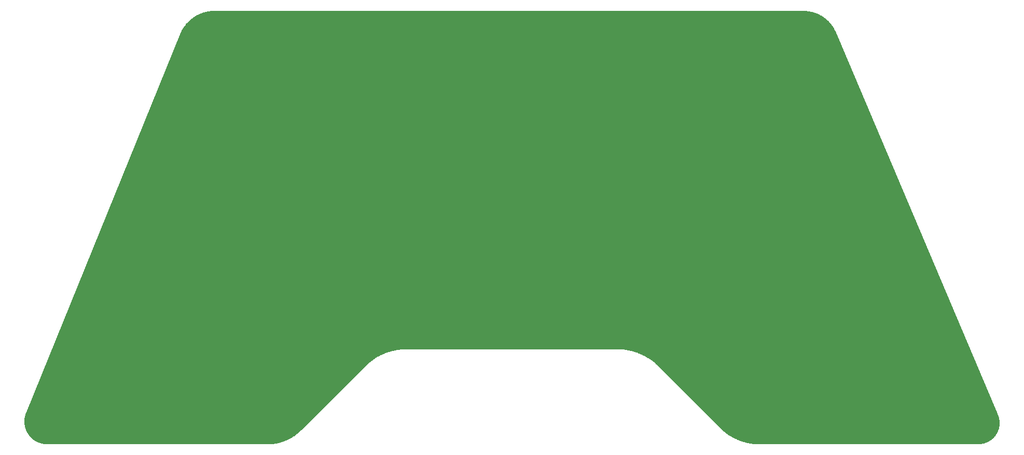
<source format=gbr>
%TF.GenerationSoftware,KiCad,Pcbnew,9.0.2*%
%TF.CreationDate,2025-06-02T23:35:36+05:30*%
%TF.ProjectId,RemoteV2,52656d6f-7465-4563-922e-6b696361645f,rev?*%
%TF.SameCoordinates,Original*%
%TF.FileFunction,Copper,L1,Top*%
%TF.FilePolarity,Positive*%
%FSLAX46Y46*%
G04 Gerber Fmt 4.6, Leading zero omitted, Abs format (unit mm)*
G04 Created by KiCad (PCBNEW 9.0.2) date 2025-06-02 23:35:36*
%MOMM*%
%LPD*%
G01*
G04 APERTURE LIST*
%TA.AperFunction,NonConductor*%
%ADD10C,0.000000*%
%TD*%
%TA.AperFunction,ViaPad*%
%ADD11C,1.778000*%
%TD*%
%TA.AperFunction,ViaPad*%
%ADD12C,3.000010*%
%TD*%
%TA.AperFunction,ViaPad*%
%ADD13C,0.619760*%
%TD*%
%TA.AperFunction,ViaPad*%
%ADD14C,1.879600*%
%TD*%
%TA.AperFunction,ViaPad*%
%ADD15C,1.498600*%
%TD*%
%TA.AperFunction,ViaPad*%
%ADD16C,2.286000*%
%TD*%
%TA.AperFunction,ViaPad*%
%ADD17C,0.901010*%
%TD*%
%TA.AperFunction,ViaPad*%
%ADD18C,2.400000*%
%TD*%
%TA.AperFunction,ViaPad*%
%ADD19C,1.524000*%
%TD*%
%TA.AperFunction,ViaPad*%
%ADD20C,1.570000*%
%TD*%
%TA.AperFunction,ViaPad*%
%ADD21C,0.891010*%
%TD*%
%TA.AperFunction,ViaPad*%
%ADD22C,3.099990*%
%TD*%
%TA.AperFunction,ViaPad*%
%ADD23C,1.600000*%
%TD*%
%TA.AperFunction,ViaPad*%
%ADD24C,0.915010*%
%TD*%
%TA.AperFunction,ViaPad*%
%ADD25C,1.800000*%
%TD*%
%TA.AperFunction,ViaPad*%
%ADD26C,2.500000*%
%TD*%
%TA.AperFunction,Conductor*%
%ADD27C,2.000000*%
%TD*%
%TA.AperFunction,Conductor*%
%ADD28C,0.300000*%
%TD*%
%TA.AperFunction,Conductor*%
%ADD29C,0.400000*%
%TD*%
%TA.AperFunction,Conductor*%
%ADD30C,0.600000*%
%TD*%
%TA.AperFunction,Conductor*%
%ADD31C,0.700000*%
%TD*%
%TA.AperFunction,Conductor*%
%ADD32C,0.500000*%
%TD*%
G04 APERTURE END LIST*
D10*
%TA.AperFunction,NonConductor*%
G36*
X189216000Y-95097000D02*
G01*
X189265000Y-95100000D01*
X189313000Y-95105000D01*
X189361000Y-95112000D01*
X189409000Y-95122000D01*
X189456000Y-95133000D01*
X189503000Y-95146000D01*
X189549000Y-95161000D01*
X189595000Y-95179000D01*
X189639000Y-95198000D01*
X189683000Y-95218000D01*
X189726000Y-95241000D01*
X189768000Y-95266000D01*
X189809000Y-95293000D01*
X189849000Y-95320000D01*
X189887000Y-95350000D01*
X189924000Y-95381000D01*
X189960000Y-95414000D01*
X189995000Y-95449000D01*
X190028000Y-95485000D01*
X190059000Y-95522000D01*
X190089000Y-95560000D01*
X190116000Y-95600000D01*
X190143000Y-95641000D01*
X190168000Y-95683000D01*
X190191000Y-95726000D01*
X190211000Y-95770000D01*
X190230000Y-95814000D01*
X190248000Y-95860000D01*
X190263000Y-95906000D01*
X190276000Y-95953000D01*
X190287000Y-96000000D01*
X190297000Y-96048000D01*
X190304000Y-96096000D01*
X190309000Y-96144000D01*
X190312000Y-96193000D01*
X190313000Y-96241000D01*
X190312000Y-96290000D01*
X190309000Y-96339000D01*
X190304000Y-96387000D01*
X190297000Y-96435000D01*
X190287000Y-96483000D01*
X190276000Y-96530000D01*
X190263000Y-96577000D01*
X190248000Y-96623000D01*
X190230000Y-96669000D01*
X190211000Y-96713000D01*
X190191000Y-96757000D01*
X190168000Y-96800000D01*
X190143000Y-96842000D01*
X190116000Y-96883000D01*
X190089000Y-96923000D01*
X190059000Y-96961000D01*
X190028000Y-96998000D01*
X189995000Y-97034000D01*
X189960000Y-97069000D01*
X189924000Y-97102000D01*
X189887000Y-97133000D01*
X189849000Y-97163000D01*
X189809000Y-97190000D01*
X189768000Y-97217000D01*
X189726000Y-97242000D01*
X189683000Y-97265000D01*
X189639000Y-97285000D01*
X189595000Y-97304000D01*
X189549000Y-97322000D01*
X189503000Y-97337000D01*
X189456000Y-97350000D01*
X189409000Y-97361000D01*
X189361000Y-97371000D01*
X189313000Y-97378000D01*
X189265000Y-97383000D01*
X189216000Y-97386000D01*
X189168000Y-97387000D01*
X189119000Y-97386000D01*
X189070000Y-97383000D01*
X189022000Y-97378000D01*
X188974000Y-97371000D01*
X188926000Y-97361000D01*
X188879000Y-97350000D01*
X188832000Y-97337000D01*
X188786000Y-97322000D01*
X188740000Y-97304000D01*
X188696000Y-97285000D01*
X188652000Y-97265000D01*
X188609000Y-97242000D01*
X188567000Y-97217000D01*
X188526000Y-97190000D01*
X188486000Y-97163000D01*
X188448000Y-97133000D01*
X188411000Y-97102000D01*
X188375000Y-97069000D01*
X188340000Y-97034000D01*
X188307000Y-96998000D01*
X188276000Y-96961000D01*
X188247000Y-96923000D01*
X188219000Y-96883000D01*
X188192000Y-96842000D01*
X188167000Y-96800000D01*
X188144000Y-96757000D01*
X188124000Y-96713000D01*
X188105000Y-96669000D01*
X188088000Y-96623000D01*
X188072000Y-96577000D01*
X188059000Y-96530000D01*
X188048000Y-96483000D01*
X188038000Y-96435000D01*
X188031000Y-96387000D01*
X188026000Y-96339000D01*
X188023000Y-96290000D01*
X188022000Y-96241000D01*
X188023000Y-96193000D01*
X188026000Y-96144000D01*
X188031000Y-96096000D01*
X188038000Y-96048000D01*
X188048000Y-96000000D01*
X188059000Y-95953000D01*
X188072000Y-95906000D01*
X188088000Y-95860000D01*
X188105000Y-95814000D01*
X188124000Y-95770000D01*
X188144000Y-95726000D01*
X188167000Y-95683000D01*
X188192000Y-95641000D01*
X188219000Y-95600000D01*
X188247000Y-95560000D01*
X188276000Y-95522000D01*
X188307000Y-95485000D01*
X188340000Y-95449000D01*
X188375000Y-95414000D01*
X188411000Y-95381000D01*
X188448000Y-95350000D01*
X188486000Y-95320000D01*
X188526000Y-95293000D01*
X188567000Y-95266000D01*
X188609000Y-95241000D01*
X188652000Y-95218000D01*
X188696000Y-95198000D01*
X188740000Y-95179000D01*
X188786000Y-95161000D01*
X188832000Y-95146000D01*
X188879000Y-95133000D01*
X188926000Y-95122000D01*
X188974000Y-95112000D01*
X189022000Y-95105000D01*
X189070000Y-95100000D01*
X189119000Y-95097000D01*
X189168000Y-95096000D01*
X189216000Y-95097000D01*
G37*
%TD.AperFunction*%
%TA.AperFunction,NonConductor*%
G36*
X88180000Y-108456000D02*
G01*
X88155000Y-108500000D01*
X88128000Y-108541000D01*
X88100000Y-108582000D01*
X88069000Y-108621000D01*
X88037000Y-108660000D01*
X88004000Y-108697000D01*
X87969000Y-108732000D01*
X87932000Y-108765000D01*
X87894000Y-108797000D01*
X87855000Y-108828000D01*
X87813000Y-108856000D01*
X87772000Y-108883000D01*
X87729000Y-108908000D01*
X87684000Y-108931000D01*
X87684000Y-108412000D01*
X88203000Y-108412000D01*
X88180000Y-108456000D01*
G37*
%TD.AperFunction*%
%TA.AperFunction,NonConductor*%
G36*
X192095000Y-135424000D02*
G01*
X192140000Y-135427000D01*
X192186000Y-135432000D01*
X192231000Y-135439000D01*
X192276000Y-135448000D01*
X192320000Y-135460000D01*
X192364000Y-135473000D01*
X192407000Y-135488000D01*
X192450000Y-135505000D01*
X192491000Y-135524000D01*
X192532000Y-135544000D01*
X192572000Y-135567000D01*
X192610000Y-135591000D01*
X192648000Y-135617000D01*
X192684000Y-135645000D01*
X192719000Y-135674000D01*
X192753000Y-135705000D01*
X192785000Y-135737000D01*
X192816000Y-135771000D01*
X192845000Y-135806000D01*
X192873000Y-135843000D01*
X192899000Y-135880000D01*
X192924000Y-135919000D01*
X192946000Y-135958000D01*
X192967000Y-136000000D01*
X192986000Y-136041000D01*
X193003000Y-136083000D01*
X193018000Y-136127000D01*
X193031000Y-136170000D01*
X193042000Y-136214000D01*
X193051000Y-136259000D01*
X193058000Y-136304000D01*
X193063000Y-136350000D01*
X193066000Y-136396000D01*
X193068000Y-136442000D01*
X193066000Y-136487000D01*
X193063000Y-136533000D01*
X193058000Y-136578000D01*
X193051000Y-136623000D01*
X193042000Y-136668000D01*
X193031000Y-136712000D01*
X193018000Y-136756000D01*
X193003000Y-136799000D01*
X192986000Y-136842000D01*
X192967000Y-136883000D01*
X192946000Y-136924000D01*
X192924000Y-136964000D01*
X192899000Y-137002000D01*
X192873000Y-137040000D01*
X192845000Y-137077000D01*
X192816000Y-137112000D01*
X192785000Y-137145000D01*
X192753000Y-137178000D01*
X192719000Y-137208000D01*
X192684000Y-137238000D01*
X192648000Y-137266000D01*
X192572000Y-137316000D01*
X192532000Y-137338000D01*
X192491000Y-137359000D01*
X192450000Y-137378000D01*
X192407000Y-137395000D01*
X192364000Y-137410000D01*
X192320000Y-137423000D01*
X192276000Y-137434000D01*
X192231000Y-137443000D01*
X192186000Y-137450000D01*
X192140000Y-137456000D01*
X192095000Y-137459000D01*
X192049000Y-137460000D01*
X192004000Y-137459000D01*
X191958000Y-137456000D01*
X191912000Y-137450000D01*
X191867000Y-137443000D01*
X191822000Y-137434000D01*
X191778000Y-137423000D01*
X191734000Y-137410000D01*
X191691000Y-137395000D01*
X191649000Y-137378000D01*
X191607000Y-137359000D01*
X191566000Y-137338000D01*
X191527000Y-137316000D01*
X191488000Y-137291000D01*
X191450000Y-137266000D01*
X191414000Y-137238000D01*
X191379000Y-137208000D01*
X191345000Y-137178000D01*
X191313000Y-137145000D01*
X191282000Y-137112000D01*
X191253000Y-137077000D01*
X191225000Y-137040000D01*
X191199000Y-137002000D01*
X191175000Y-136964000D01*
X191152000Y-136924000D01*
X191131000Y-136883000D01*
X191113000Y-136842000D01*
X191095000Y-136799000D01*
X191081000Y-136756000D01*
X191067000Y-136712000D01*
X191056000Y-136668000D01*
X191047000Y-136623000D01*
X191040000Y-136578000D01*
X191035000Y-136533000D01*
X191032000Y-136487000D01*
X191031000Y-136442000D01*
X191032000Y-136396000D01*
X191035000Y-136350000D01*
X191040000Y-136304000D01*
X191047000Y-136259000D01*
X191056000Y-136214000D01*
X191067000Y-136170000D01*
X191081000Y-136127000D01*
X191095000Y-136083000D01*
X191113000Y-136041000D01*
X191131000Y-136000000D01*
X191152000Y-135958000D01*
X191175000Y-135919000D01*
X191199000Y-135880000D01*
X191225000Y-135843000D01*
X191253000Y-135806000D01*
X191282000Y-135771000D01*
X191313000Y-135737000D01*
X191345000Y-135705000D01*
X191379000Y-135674000D01*
X191414000Y-135645000D01*
X191450000Y-135617000D01*
X191488000Y-135591000D01*
X191527000Y-135567000D01*
X191566000Y-135544000D01*
X191607000Y-135524000D01*
X191649000Y-135505000D01*
X191691000Y-135488000D01*
X191734000Y-135473000D01*
X191778000Y-135460000D01*
X191822000Y-135448000D01*
X191867000Y-135439000D01*
X191912000Y-135432000D01*
X191958000Y-135427000D01*
X192004000Y-135424000D01*
X192049000Y-135423000D01*
X192095000Y-135424000D01*
G37*
%TD.AperFunction*%
%TA.AperFunction,NonConductor*%
G36*
X92383000Y-126711000D02*
G01*
X92339000Y-126688000D01*
X92296000Y-126663000D01*
X92254000Y-126636000D01*
X92213000Y-126608000D01*
X92174000Y-126577000D01*
X92136000Y-126545000D01*
X92099000Y-126512000D01*
X92064000Y-126477000D01*
X92030000Y-126440000D01*
X91998000Y-126401000D01*
X91968000Y-126362000D01*
X91939000Y-126321000D01*
X91912000Y-126280000D01*
X91888000Y-126236000D01*
X91865000Y-126192000D01*
X92383000Y-126192000D01*
X92383000Y-126711000D01*
G37*
%TD.AperFunction*%
%TA.AperFunction,NonConductor*%
G36*
X100413000Y-85668000D02*
G01*
X100475000Y-85671000D01*
X100536000Y-85676000D01*
X100597000Y-85684000D01*
X100658000Y-85693000D01*
X100719000Y-85705000D01*
X100779000Y-85718000D01*
X100839000Y-85734000D01*
X100898000Y-85751000D01*
X100956000Y-85771000D01*
X101014000Y-85793000D01*
X101071000Y-85816000D01*
X101127000Y-85842000D01*
X101182000Y-85870000D01*
X101237000Y-85899000D01*
X101290000Y-85930000D01*
X101342000Y-85963000D01*
X101393000Y-85998000D01*
X101443000Y-86034000D01*
X101491000Y-86072000D01*
X101539000Y-86112000D01*
X101584000Y-86153000D01*
X101629000Y-86196000D01*
X101672000Y-86241000D01*
X101713000Y-86286000D01*
X101753000Y-86333000D01*
X101791000Y-86382000D01*
X101827000Y-86432000D01*
X101862000Y-86483000D01*
X101895000Y-86535000D01*
X101926000Y-86588000D01*
X101955000Y-86642000D01*
X101983000Y-86698000D01*
X102008000Y-86754000D01*
X102032000Y-86810000D01*
X102054000Y-86868000D01*
X102073000Y-86927000D01*
X102091000Y-86986000D01*
X102106000Y-87046000D01*
X102120000Y-87106000D01*
X102131000Y-87167000D01*
X102141000Y-87228000D01*
X102149000Y-87289000D01*
X102154000Y-87350000D01*
X102157000Y-87412000D01*
X102158000Y-87473000D01*
X102157000Y-87535000D01*
X102154000Y-87597000D01*
X102149000Y-87658000D01*
X102141000Y-87719000D01*
X102131000Y-87780000D01*
X102120000Y-87841000D01*
X102106000Y-87901000D01*
X102091000Y-87961000D01*
X102073000Y-88020000D01*
X102054000Y-88078000D01*
X102032000Y-88136000D01*
X102008000Y-88193000D01*
X101983000Y-88249000D01*
X101955000Y-88305000D01*
X101926000Y-88359000D01*
X101895000Y-88412000D01*
X101862000Y-88464000D01*
X101827000Y-88515000D01*
X101791000Y-88565000D01*
X101753000Y-88613000D01*
X101713000Y-88661000D01*
X101672000Y-88706000D01*
X101629000Y-88751000D01*
X101584000Y-88794000D01*
X101539000Y-88835000D01*
X101491000Y-88875000D01*
X101443000Y-88913000D01*
X101393000Y-88949000D01*
X101342000Y-88984000D01*
X101290000Y-89017000D01*
X101237000Y-89048000D01*
X101182000Y-89077000D01*
X101127000Y-89105000D01*
X101071000Y-89131000D01*
X101014000Y-89154000D01*
X100956000Y-89176000D01*
X100898000Y-89196000D01*
X100839000Y-89213000D01*
X100779000Y-89229000D01*
X100719000Y-89242000D01*
X100658000Y-89253000D01*
X100597000Y-89263000D01*
X100536000Y-89271000D01*
X100475000Y-89276000D01*
X100413000Y-89279000D01*
X100351000Y-89280000D01*
X100290000Y-89279000D01*
X100228000Y-89276000D01*
X100166000Y-89271000D01*
X100105000Y-89263000D01*
X100044000Y-89253000D01*
X99984000Y-89242000D01*
X99924000Y-89229000D01*
X99864000Y-89213000D01*
X99805000Y-89196000D01*
X99746000Y-89176000D01*
X99688000Y-89154000D01*
X99631000Y-89131000D01*
X99576000Y-89105000D01*
X99520000Y-89077000D01*
X99466000Y-89048000D01*
X99413000Y-89017000D01*
X99361000Y-88984000D01*
X99309000Y-88949000D01*
X99260000Y-88913000D01*
X99211000Y-88875000D01*
X99164000Y-88835000D01*
X99118000Y-88794000D01*
X99074000Y-88751000D01*
X99031000Y-88706000D01*
X98990000Y-88661000D01*
X98950000Y-88613000D01*
X98912000Y-88565000D01*
X98876000Y-88515000D01*
X98841000Y-88464000D01*
X98808000Y-88412000D01*
X98777000Y-88359000D01*
X98748000Y-88305000D01*
X98720000Y-88249000D01*
X98694000Y-88193000D01*
X98671000Y-88136000D01*
X98649000Y-88078000D01*
X98629000Y-88020000D01*
X98612000Y-87961000D01*
X98596000Y-87901000D01*
X98582000Y-87841000D01*
X98571000Y-87780000D01*
X98562000Y-87719000D01*
X98554000Y-87658000D01*
X98549000Y-87597000D01*
X98546000Y-87535000D01*
X98545000Y-87473000D01*
X98546000Y-87412000D01*
X98549000Y-87350000D01*
X98554000Y-87289000D01*
X98562000Y-87228000D01*
X98571000Y-87167000D01*
X98582000Y-87106000D01*
X98596000Y-87046000D01*
X98612000Y-86986000D01*
X98629000Y-86927000D01*
X98649000Y-86868000D01*
X98671000Y-86810000D01*
X98694000Y-86754000D01*
X98720000Y-86698000D01*
X98748000Y-86642000D01*
X98777000Y-86588000D01*
X98808000Y-86535000D01*
X98841000Y-86483000D01*
X98876000Y-86432000D01*
X98912000Y-86382000D01*
X98950000Y-86333000D01*
X98990000Y-86286000D01*
X99031000Y-86241000D01*
X99074000Y-86196000D01*
X99118000Y-86153000D01*
X99164000Y-86112000D01*
X99211000Y-86072000D01*
X99260000Y-86034000D01*
X99309000Y-85998000D01*
X99361000Y-85963000D01*
X99413000Y-85930000D01*
X99466000Y-85899000D01*
X99520000Y-85870000D01*
X99576000Y-85842000D01*
X99631000Y-85816000D01*
X99688000Y-85793000D01*
X99746000Y-85771000D01*
X99805000Y-85751000D01*
X99864000Y-85734000D01*
X99924000Y-85718000D01*
X99984000Y-85705000D01*
X100044000Y-85693000D01*
X100105000Y-85684000D01*
X100166000Y-85676000D01*
X100228000Y-85671000D01*
X100290000Y-85668000D01*
X100351000Y-85667000D01*
X100413000Y-85668000D01*
G37*
%TD.AperFunction*%
%TA.AperFunction,NonConductor*%
G36*
X137654000Y-121264000D02*
G01*
X137703000Y-121267000D01*
X137751000Y-121272000D01*
X137799000Y-121279000D01*
X137847000Y-121289000D01*
X137894000Y-121300000D01*
X137941000Y-121313000D01*
X137987000Y-121329000D01*
X138033000Y-121346000D01*
X138077000Y-121365000D01*
X138121000Y-121385000D01*
X138164000Y-121408000D01*
X138206000Y-121433000D01*
X138247000Y-121460000D01*
X138287000Y-121488000D01*
X138325000Y-121518000D01*
X138362000Y-121549000D01*
X138398000Y-121582000D01*
X138433000Y-121616000D01*
X138466000Y-121652000D01*
X138497000Y-121689000D01*
X138527000Y-121727000D01*
X138554000Y-121767000D01*
X138581000Y-121808000D01*
X138606000Y-121850000D01*
X138629000Y-121893000D01*
X138649000Y-121937000D01*
X138668000Y-121981000D01*
X138686000Y-122027000D01*
X138701000Y-122073000D01*
X138714000Y-122120000D01*
X138725000Y-122167000D01*
X138735000Y-122215000D01*
X138742000Y-122263000D01*
X138747000Y-122312000D01*
X138750000Y-122360000D01*
X138751000Y-122409000D01*
X138750000Y-122457000D01*
X138747000Y-122506000D01*
X138742000Y-122554000D01*
X138735000Y-122602000D01*
X138725000Y-122650000D01*
X138714000Y-122697000D01*
X138701000Y-122744000D01*
X138686000Y-122790000D01*
X138668000Y-122836000D01*
X138649000Y-122881000D01*
X138629000Y-122924000D01*
X138606000Y-122967000D01*
X138581000Y-123009000D01*
X138554000Y-123050000D01*
X138527000Y-123090000D01*
X138497000Y-123128000D01*
X138466000Y-123165000D01*
X138433000Y-123201000D01*
X138398000Y-123236000D01*
X138362000Y-123269000D01*
X138325000Y-123300000D01*
X138287000Y-123330000D01*
X138247000Y-123358000D01*
X138206000Y-123384000D01*
X138164000Y-123409000D01*
X138121000Y-123432000D01*
X138077000Y-123453000D01*
X138033000Y-123471000D01*
X137987000Y-123489000D01*
X137941000Y-123504000D01*
X137894000Y-123517000D01*
X137847000Y-123528000D01*
X137799000Y-123538000D01*
X137751000Y-123545000D01*
X137703000Y-123550000D01*
X137654000Y-123553000D01*
X137606000Y-123554000D01*
X137557000Y-123553000D01*
X137508000Y-123550000D01*
X137460000Y-123545000D01*
X137412000Y-123538000D01*
X137364000Y-123528000D01*
X137317000Y-123517000D01*
X137270000Y-123504000D01*
X137224000Y-123489000D01*
X137178000Y-123471000D01*
X137134000Y-123453000D01*
X137090000Y-123432000D01*
X137047000Y-123409000D01*
X137005000Y-123384000D01*
X136964000Y-123358000D01*
X136924000Y-123330000D01*
X136886000Y-123300000D01*
X136849000Y-123269000D01*
X136813000Y-123236000D01*
X136778000Y-123201000D01*
X136745000Y-123165000D01*
X136714000Y-123128000D01*
X136685000Y-123090000D01*
X136657000Y-123050000D01*
X136630000Y-123009000D01*
X136605000Y-122967000D01*
X136582000Y-122924000D01*
X136562000Y-122881000D01*
X136543000Y-122836000D01*
X136526000Y-122790000D01*
X136510000Y-122744000D01*
X136497000Y-122697000D01*
X136486000Y-122650000D01*
X136476000Y-122602000D01*
X136469000Y-122554000D01*
X136464000Y-122506000D01*
X136461000Y-122457000D01*
X136460000Y-122409000D01*
X136461000Y-122360000D01*
X136464000Y-122312000D01*
X136469000Y-122263000D01*
X136476000Y-122215000D01*
X136486000Y-122167000D01*
X136497000Y-122120000D01*
X136510000Y-122073000D01*
X136526000Y-122027000D01*
X136543000Y-121981000D01*
X136562000Y-121937000D01*
X136582000Y-121893000D01*
X136605000Y-121850000D01*
X136630000Y-121808000D01*
X136657000Y-121767000D01*
X136685000Y-121727000D01*
X136714000Y-121689000D01*
X136745000Y-121652000D01*
X136778000Y-121616000D01*
X136813000Y-121582000D01*
X136849000Y-121549000D01*
X136886000Y-121518000D01*
X136924000Y-121488000D01*
X136964000Y-121460000D01*
X137005000Y-121433000D01*
X137047000Y-121408000D01*
X137090000Y-121385000D01*
X137134000Y-121365000D01*
X137178000Y-121346000D01*
X137224000Y-121329000D01*
X137270000Y-121313000D01*
X137317000Y-121300000D01*
X137364000Y-121289000D01*
X137412000Y-121279000D01*
X137460000Y-121272000D01*
X137508000Y-121267000D01*
X137557000Y-121264000D01*
X137606000Y-121263000D01*
X137654000Y-121264000D01*
G37*
%TD.AperFunction*%
%TA.AperFunction,NonConductor*%
G36*
X169648000Y-104044000D02*
G01*
X169280000Y-104044000D01*
X169280000Y-103983000D01*
X169281000Y-103947000D01*
X169284000Y-103912000D01*
X169289000Y-103877000D01*
X169296000Y-103843000D01*
X169305000Y-103809000D01*
X169316000Y-103775000D01*
X169330000Y-103742000D01*
X169345000Y-103710000D01*
X169362000Y-103679000D01*
X169380000Y-103649000D01*
X169401000Y-103620000D01*
X169423000Y-103592000D01*
X169446000Y-103566000D01*
X169471000Y-103541000D01*
X169498000Y-103517000D01*
X169525000Y-103495000D01*
X169555000Y-103475000D01*
X169585000Y-103457000D01*
X169616000Y-103440000D01*
X169648000Y-103425000D01*
X169648000Y-104044000D01*
G37*
%TD.AperFunction*%
%TA.AperFunction,NonConductor*%
G36*
X99513000Y-93773000D02*
G01*
X99459000Y-93744000D01*
X99407000Y-93713000D01*
X99356000Y-93680000D01*
X99306000Y-93646000D01*
X99257000Y-93610000D01*
X99209000Y-93572000D01*
X99163000Y-93533000D01*
X99117000Y-93492000D01*
X99074000Y-93450000D01*
X99032000Y-93406000D01*
X98991000Y-93361000D01*
X98952000Y-93314000D01*
X98914000Y-93267000D01*
X98878000Y-93218000D01*
X98844000Y-93168000D01*
X98811000Y-93117000D01*
X98780000Y-93064000D01*
X98751000Y-93011000D01*
X99513000Y-93011000D01*
X99513000Y-93773000D01*
G37*
%TD.AperFunction*%
%TA.AperFunction,NonConductor*%
G36*
X152894000Y-108564000D02*
G01*
X152943000Y-108567000D01*
X152991000Y-108572000D01*
X153039000Y-108579000D01*
X153087000Y-108589000D01*
X153134000Y-108600000D01*
X153181000Y-108613000D01*
X153227000Y-108629000D01*
X153273000Y-108646000D01*
X153317000Y-108665000D01*
X153361000Y-108685000D01*
X153404000Y-108708000D01*
X153446000Y-108733000D01*
X153487000Y-108760000D01*
X153527000Y-108788000D01*
X153565000Y-108818000D01*
X153602000Y-108849000D01*
X153638000Y-108882000D01*
X153673000Y-108916000D01*
X153706000Y-108952000D01*
X153737000Y-108989000D01*
X153767000Y-109027000D01*
X153794000Y-109067000D01*
X153821000Y-109108000D01*
X153846000Y-109150000D01*
X153869000Y-109193000D01*
X153889000Y-109237000D01*
X153908000Y-109281000D01*
X153926000Y-109327000D01*
X153941000Y-109373000D01*
X153954000Y-109420000D01*
X153965000Y-109467000D01*
X153975000Y-109515000D01*
X153982000Y-109563000D01*
X153987000Y-109612000D01*
X153990000Y-109660000D01*
X153991000Y-109709000D01*
X153990000Y-109757000D01*
X153987000Y-109806000D01*
X153982000Y-109854000D01*
X153975000Y-109902000D01*
X153965000Y-109950000D01*
X153954000Y-109997000D01*
X153941000Y-110044000D01*
X153926000Y-110090000D01*
X153908000Y-110136000D01*
X153889000Y-110181000D01*
X153869000Y-110224000D01*
X153846000Y-110267000D01*
X153821000Y-110309000D01*
X153794000Y-110350000D01*
X153767000Y-110390000D01*
X153737000Y-110428000D01*
X153706000Y-110465000D01*
X153673000Y-110501000D01*
X153638000Y-110536000D01*
X153602000Y-110569000D01*
X153565000Y-110600000D01*
X153527000Y-110630000D01*
X153487000Y-110658000D01*
X153446000Y-110684000D01*
X153404000Y-110709000D01*
X153361000Y-110732000D01*
X153317000Y-110753000D01*
X153273000Y-110771000D01*
X153227000Y-110789000D01*
X153181000Y-110804000D01*
X153134000Y-110817000D01*
X153087000Y-110828000D01*
X153039000Y-110838000D01*
X152991000Y-110845000D01*
X152943000Y-110850000D01*
X152894000Y-110853000D01*
X152846000Y-110854000D01*
X152797000Y-110853000D01*
X152748000Y-110850000D01*
X152700000Y-110845000D01*
X152652000Y-110838000D01*
X152604000Y-110828000D01*
X152557000Y-110817000D01*
X152510000Y-110804000D01*
X152464000Y-110789000D01*
X152418000Y-110771000D01*
X152374000Y-110753000D01*
X152330000Y-110732000D01*
X152287000Y-110709000D01*
X152245000Y-110684000D01*
X152204000Y-110658000D01*
X152164000Y-110630000D01*
X152126000Y-110600000D01*
X152089000Y-110569000D01*
X152053000Y-110536000D01*
X152018000Y-110501000D01*
X151985000Y-110465000D01*
X151954000Y-110428000D01*
X151925000Y-110390000D01*
X151897000Y-110350000D01*
X151870000Y-110309000D01*
X151845000Y-110267000D01*
X151822000Y-110224000D01*
X151802000Y-110181000D01*
X151783000Y-110136000D01*
X151766000Y-110090000D01*
X151750000Y-110044000D01*
X151737000Y-109997000D01*
X151726000Y-109950000D01*
X151716000Y-109902000D01*
X151709000Y-109854000D01*
X151704000Y-109806000D01*
X151701000Y-109757000D01*
X151700000Y-109709000D01*
X151701000Y-109660000D01*
X151704000Y-109612000D01*
X151709000Y-109563000D01*
X151716000Y-109515000D01*
X151726000Y-109467000D01*
X151737000Y-109420000D01*
X151750000Y-109373000D01*
X151766000Y-109327000D01*
X151783000Y-109281000D01*
X151802000Y-109237000D01*
X151822000Y-109193000D01*
X151845000Y-109150000D01*
X151870000Y-109108000D01*
X151897000Y-109067000D01*
X151925000Y-109027000D01*
X151954000Y-108989000D01*
X151985000Y-108952000D01*
X152018000Y-108916000D01*
X152053000Y-108882000D01*
X152089000Y-108849000D01*
X152126000Y-108818000D01*
X152164000Y-108788000D01*
X152204000Y-108760000D01*
X152245000Y-108733000D01*
X152287000Y-108708000D01*
X152330000Y-108685000D01*
X152374000Y-108665000D01*
X152418000Y-108646000D01*
X152464000Y-108629000D01*
X152510000Y-108613000D01*
X152557000Y-108600000D01*
X152604000Y-108589000D01*
X152652000Y-108579000D01*
X152700000Y-108572000D01*
X152748000Y-108567000D01*
X152797000Y-108564000D01*
X152846000Y-108563000D01*
X152894000Y-108564000D01*
G37*
%TD.AperFunction*%
%TA.AperFunction,NonConductor*%
G36*
X86668000Y-108931000D02*
G01*
X86624000Y-108908000D01*
X86581000Y-108883000D01*
X86539000Y-108856000D01*
X86498000Y-108828000D01*
X86459000Y-108797000D01*
X86421000Y-108765000D01*
X86384000Y-108732000D01*
X86349000Y-108697000D01*
X86315000Y-108660000D01*
X86283000Y-108621000D01*
X86253000Y-108582000D01*
X86224000Y-108541000D01*
X86197000Y-108500000D01*
X86173000Y-108456000D01*
X86150000Y-108412000D01*
X86668000Y-108412000D01*
X86668000Y-108931000D01*
G37*
%TD.AperFunction*%
%TA.AperFunction,NonConductor*%
G36*
X99625000Y-79374000D02*
G01*
X99674000Y-79377000D01*
X99722000Y-79383000D01*
X99770000Y-79390000D01*
X99818000Y-79399000D01*
X99865000Y-79410000D01*
X99912000Y-79424000D01*
X99958000Y-79439000D01*
X100004000Y-79456000D01*
X100049000Y-79475000D01*
X100092000Y-79496000D01*
X100135000Y-79519000D01*
X100177000Y-79544000D01*
X100218000Y-79570000D01*
X100258000Y-79598000D01*
X100296000Y-79628000D01*
X100334000Y-79659000D01*
X100369000Y-79692000D01*
X100404000Y-79726000D01*
X100437000Y-79762000D01*
X100468000Y-79799000D01*
X100498000Y-79838000D01*
X100526000Y-79877000D01*
X100552000Y-79918000D01*
X100577000Y-79960000D01*
X100600000Y-80003000D01*
X100621000Y-80047000D01*
X100657000Y-80137000D01*
X100672000Y-80184000D01*
X100685000Y-80230000D01*
X100696000Y-80278000D01*
X100706000Y-80325000D01*
X100713000Y-80374000D01*
X100718000Y-80422000D01*
X100721000Y-80470000D01*
X100722000Y-80519000D01*
X100721000Y-80568000D01*
X100718000Y-80616000D01*
X100713000Y-80664000D01*
X100706000Y-80712000D01*
X100696000Y-80760000D01*
X100685000Y-80807000D01*
X100672000Y-80854000D01*
X100657000Y-80900000D01*
X100639000Y-80946000D01*
X100621000Y-80991000D01*
X100600000Y-81035000D01*
X100577000Y-81078000D01*
X100552000Y-81119000D01*
X100526000Y-81161000D01*
X100498000Y-81200000D01*
X100468000Y-81239000D01*
X100437000Y-81276000D01*
X100404000Y-81311000D01*
X100369000Y-81346000D01*
X100334000Y-81379000D01*
X100296000Y-81410000D01*
X100258000Y-81440000D01*
X100218000Y-81468000D01*
X100177000Y-81494000D01*
X100135000Y-81519000D01*
X100092000Y-81542000D01*
X100049000Y-81563000D01*
X100004000Y-81582000D01*
X99958000Y-81599000D01*
X99912000Y-81614000D01*
X99865000Y-81627000D01*
X99818000Y-81639000D01*
X99770000Y-81648000D01*
X99722000Y-81655000D01*
X99674000Y-81660000D01*
X99625000Y-81663000D01*
X99577000Y-81664000D01*
X99528000Y-81663000D01*
X99480000Y-81660000D01*
X99431000Y-81655000D01*
X99383000Y-81648000D01*
X99335000Y-81639000D01*
X99288000Y-81627000D01*
X99241000Y-81614000D01*
X99195000Y-81599000D01*
X99149000Y-81582000D01*
X99105000Y-81563000D01*
X99061000Y-81542000D01*
X99018000Y-81519000D01*
X98976000Y-81494000D01*
X98935000Y-81468000D01*
X98895000Y-81440000D01*
X98857000Y-81410000D01*
X98820000Y-81379000D01*
X98784000Y-81346000D01*
X98750000Y-81311000D01*
X98717000Y-81276000D01*
X98686000Y-81239000D01*
X98656000Y-81200000D01*
X98628000Y-81161000D01*
X98601000Y-81119000D01*
X98576000Y-81078000D01*
X98554000Y-81035000D01*
X98533000Y-80991000D01*
X98514000Y-80946000D01*
X98497000Y-80900000D01*
X98481000Y-80854000D01*
X98468000Y-80807000D01*
X98457000Y-80760000D01*
X98447000Y-80712000D01*
X98440000Y-80664000D01*
X98435000Y-80616000D01*
X98432000Y-80568000D01*
X98431000Y-80519000D01*
X98432000Y-80470000D01*
X98435000Y-80422000D01*
X98440000Y-80374000D01*
X98447000Y-80325000D01*
X98457000Y-80278000D01*
X98468000Y-80230000D01*
X98481000Y-80184000D01*
X98497000Y-80137000D01*
X98514000Y-80092000D01*
X98533000Y-80047000D01*
X98554000Y-80003000D01*
X98576000Y-79960000D01*
X98601000Y-79918000D01*
X98628000Y-79877000D01*
X98656000Y-79838000D01*
X98686000Y-79799000D01*
X98717000Y-79762000D01*
X98750000Y-79726000D01*
X98784000Y-79692000D01*
X98820000Y-79659000D01*
X98857000Y-79628000D01*
X98895000Y-79598000D01*
X98935000Y-79570000D01*
X98976000Y-79544000D01*
X99018000Y-79519000D01*
X99061000Y-79496000D01*
X99105000Y-79475000D01*
X99149000Y-79456000D01*
X99195000Y-79439000D01*
X99241000Y-79424000D01*
X99288000Y-79410000D01*
X99335000Y-79399000D01*
X99383000Y-79390000D01*
X99431000Y-79383000D01*
X99480000Y-79377000D01*
X99528000Y-79374000D01*
X99577000Y-79373000D01*
X99625000Y-79374000D01*
G37*
%TD.AperFunction*%
%TA.AperFunction,NonConductor*%
G36*
X151127000Y-85342000D02*
G01*
X151187000Y-85345000D01*
X151247000Y-85350000D01*
X151307000Y-85357000D01*
X151366000Y-85367000D01*
X151425000Y-85378000D01*
X151484000Y-85391000D01*
X151541000Y-85406000D01*
X151599000Y-85423000D01*
X151656000Y-85442000D01*
X151712000Y-85463000D01*
X151768000Y-85487000D01*
X151822000Y-85511000D01*
X151876000Y-85538000D01*
X151929000Y-85566000D01*
X151980000Y-85597000D01*
X152031000Y-85629000D01*
X152080000Y-85662000D01*
X152129000Y-85698000D01*
X152176000Y-85735000D01*
X152222000Y-85774000D01*
X152266000Y-85814000D01*
X152310000Y-85855000D01*
X152351000Y-85899000D01*
X152391000Y-85943000D01*
X152430000Y-85989000D01*
X152467000Y-86036000D01*
X152503000Y-86085000D01*
X152536000Y-86134000D01*
X152568000Y-86185000D01*
X152599000Y-86236000D01*
X152627000Y-86289000D01*
X152654000Y-86343000D01*
X152678000Y-86397000D01*
X152702000Y-86453000D01*
X152723000Y-86509000D01*
X152742000Y-86566000D01*
X152759000Y-86624000D01*
X152774000Y-86681000D01*
X152787000Y-86740000D01*
X152798000Y-86799000D01*
X152808000Y-86858000D01*
X152815000Y-86918000D01*
X152820000Y-86978000D01*
X152823000Y-87038000D01*
X152824000Y-87097000D01*
X152823000Y-87157000D01*
X152820000Y-87217000D01*
X152815000Y-87277000D01*
X152808000Y-87337000D01*
X152798000Y-87396000D01*
X152787000Y-87455000D01*
X152774000Y-87514000D01*
X152759000Y-87571000D01*
X152742000Y-87629000D01*
X152723000Y-87686000D01*
X152702000Y-87742000D01*
X152678000Y-87798000D01*
X152654000Y-87852000D01*
X152627000Y-87906000D01*
X152599000Y-87959000D01*
X152568000Y-88010000D01*
X152536000Y-88061000D01*
X152503000Y-88110000D01*
X152467000Y-88159000D01*
X152430000Y-88206000D01*
X152391000Y-88252000D01*
X152351000Y-88296000D01*
X152310000Y-88340000D01*
X152266000Y-88381000D01*
X152222000Y-88421000D01*
X152176000Y-88460000D01*
X152129000Y-88497000D01*
X152080000Y-88533000D01*
X152031000Y-88566000D01*
X151980000Y-88598000D01*
X151929000Y-88629000D01*
X151876000Y-88657000D01*
X151822000Y-88684000D01*
X151768000Y-88708000D01*
X151712000Y-88732000D01*
X151656000Y-88753000D01*
X151599000Y-88772000D01*
X151541000Y-88789000D01*
X151484000Y-88804000D01*
X151425000Y-88817000D01*
X151366000Y-88828000D01*
X151307000Y-88838000D01*
X151247000Y-88845000D01*
X151187000Y-88850000D01*
X151127000Y-88853000D01*
X151068000Y-88854000D01*
X151008000Y-88853000D01*
X150948000Y-88850000D01*
X150888000Y-88845000D01*
X150828000Y-88838000D01*
X150769000Y-88828000D01*
X150710000Y-88817000D01*
X150651000Y-88804000D01*
X150594000Y-88789000D01*
X150536000Y-88772000D01*
X150479000Y-88753000D01*
X150423000Y-88732000D01*
X150367000Y-88708000D01*
X150313000Y-88684000D01*
X150259000Y-88657000D01*
X150206000Y-88629000D01*
X150155000Y-88598000D01*
X150104000Y-88566000D01*
X150055000Y-88533000D01*
X150006000Y-88497000D01*
X149959000Y-88460000D01*
X149913000Y-88421000D01*
X149869000Y-88381000D01*
X149825000Y-88340000D01*
X149784000Y-88296000D01*
X149744000Y-88252000D01*
X149705000Y-88206000D01*
X149668000Y-88159000D01*
X149632000Y-88110000D01*
X149599000Y-88061000D01*
X149567000Y-88010000D01*
X149536000Y-87959000D01*
X149508000Y-87906000D01*
X149481000Y-87852000D01*
X149457000Y-87798000D01*
X149433000Y-87742000D01*
X149412000Y-87686000D01*
X149393000Y-87629000D01*
X149376000Y-87571000D01*
X149361000Y-87514000D01*
X149348000Y-87455000D01*
X149337000Y-87396000D01*
X149327000Y-87337000D01*
X149320000Y-87277000D01*
X149315000Y-87217000D01*
X149312000Y-87157000D01*
X149311000Y-87097000D01*
X149312000Y-87038000D01*
X149315000Y-86978000D01*
X149320000Y-86918000D01*
X149327000Y-86858000D01*
X149337000Y-86799000D01*
X149348000Y-86740000D01*
X149361000Y-86681000D01*
X149376000Y-86624000D01*
X149393000Y-86566000D01*
X149412000Y-86509000D01*
X149433000Y-86453000D01*
X149457000Y-86397000D01*
X149481000Y-86343000D01*
X149508000Y-86289000D01*
X149536000Y-86236000D01*
X149567000Y-86185000D01*
X149599000Y-86134000D01*
X149632000Y-86085000D01*
X149668000Y-86036000D01*
X149705000Y-85989000D01*
X149744000Y-85943000D01*
X149784000Y-85899000D01*
X149825000Y-85855000D01*
X149869000Y-85814000D01*
X149913000Y-85774000D01*
X149959000Y-85735000D01*
X150006000Y-85698000D01*
X150055000Y-85662000D01*
X150104000Y-85629000D01*
X150155000Y-85597000D01*
X150206000Y-85566000D01*
X150259000Y-85538000D01*
X150313000Y-85511000D01*
X150367000Y-85487000D01*
X150423000Y-85463000D01*
X150479000Y-85442000D01*
X150536000Y-85423000D01*
X150594000Y-85406000D01*
X150651000Y-85391000D01*
X150710000Y-85378000D01*
X150769000Y-85367000D01*
X150828000Y-85357000D01*
X150888000Y-85350000D01*
X150948000Y-85345000D01*
X151008000Y-85342000D01*
X151068000Y-85341000D01*
X151127000Y-85342000D01*
G37*
%TD.AperFunction*%
%TA.AperFunction,NonConductor*%
G36*
X189562000Y-90299000D02*
G01*
X189561000Y-90322000D01*
X189558000Y-90346000D01*
X189552000Y-90369000D01*
X189545000Y-90391000D01*
X189535000Y-90413000D01*
X189524000Y-90434000D01*
X189510000Y-90453000D01*
X189495000Y-90472000D01*
X189478000Y-90488000D01*
X189460000Y-90504000D01*
X189440000Y-90517000D01*
X189420000Y-90529000D01*
X189398000Y-90538000D01*
X189376000Y-90545000D01*
X189352000Y-90551000D01*
X189329000Y-90554000D01*
X189306000Y-90555000D01*
X188919000Y-90555000D01*
X188919000Y-89912000D01*
X189562000Y-89912000D01*
X189562000Y-90299000D01*
G37*
%TD.AperFunction*%
%TA.AperFunction,NonConductor*%
G36*
X100313000Y-134594000D02*
G01*
X100359000Y-134597000D01*
X100404000Y-134602000D01*
X100449000Y-134609000D01*
X100494000Y-134618000D01*
X100538000Y-134630000D01*
X100582000Y-134643000D01*
X100626000Y-134658000D01*
X100668000Y-134675000D01*
X100709000Y-134694000D01*
X100750000Y-134714000D01*
X100790000Y-134737000D01*
X100829000Y-134762000D01*
X100866000Y-134788000D01*
X100903000Y-134815000D01*
X100938000Y-134844000D01*
X100972000Y-134875000D01*
X101004000Y-134907000D01*
X101035000Y-134941000D01*
X101064000Y-134976000D01*
X101091000Y-135013000D01*
X101117000Y-135050000D01*
X101142000Y-135089000D01*
X101165000Y-135129000D01*
X101185000Y-135170000D01*
X101204000Y-135211000D01*
X101221000Y-135253000D01*
X101236000Y-135297000D01*
X101249000Y-135341000D01*
X101261000Y-135385000D01*
X101270000Y-135430000D01*
X101277000Y-135475000D01*
X101282000Y-135520000D01*
X101285000Y-135566000D01*
X101286000Y-135611000D01*
X101285000Y-135657000D01*
X101282000Y-135703000D01*
X101277000Y-135748000D01*
X101270000Y-135793000D01*
X101261000Y-135838000D01*
X101249000Y-135882000D01*
X101236000Y-135926000D01*
X101221000Y-135970000D01*
X101204000Y-136012000D01*
X101185000Y-136053000D01*
X101165000Y-136094000D01*
X101142000Y-136134000D01*
X101117000Y-136173000D01*
X101091000Y-136210000D01*
X101064000Y-136246000D01*
X101035000Y-136282000D01*
X101004000Y-136316000D01*
X100972000Y-136348000D01*
X100938000Y-136379000D01*
X100903000Y-136408000D01*
X100866000Y-136435000D01*
X100829000Y-136461000D01*
X100790000Y-136486000D01*
X100750000Y-136509000D01*
X100709000Y-136529000D01*
X100668000Y-136548000D01*
X100626000Y-136565000D01*
X100582000Y-136580000D01*
X100538000Y-136593000D01*
X100494000Y-136605000D01*
X100449000Y-136614000D01*
X100404000Y-136621000D01*
X100359000Y-136626000D01*
X100313000Y-136629000D01*
X100268000Y-136630000D01*
X100222000Y-136629000D01*
X100176000Y-136626000D01*
X100131000Y-136621000D01*
X100086000Y-136614000D01*
X100041000Y-136605000D01*
X99997000Y-136593000D01*
X99953000Y-136580000D01*
X99909000Y-136565000D01*
X99867000Y-136548000D01*
X99826000Y-136529000D01*
X99785000Y-136509000D01*
X99745000Y-136486000D01*
X99706000Y-136461000D01*
X99669000Y-136435000D01*
X99633000Y-136408000D01*
X99597000Y-136379000D01*
X99563000Y-136348000D01*
X99531000Y-136316000D01*
X99500000Y-136282000D01*
X99471000Y-136246000D01*
X99444000Y-136210000D01*
X99418000Y-136173000D01*
X99393000Y-136134000D01*
X99370000Y-136094000D01*
X99350000Y-136053000D01*
X99331000Y-136012000D01*
X99314000Y-135970000D01*
X99299000Y-135926000D01*
X99286000Y-135882000D01*
X99274000Y-135838000D01*
X99265000Y-135793000D01*
X99258000Y-135748000D01*
X99253000Y-135703000D01*
X99250000Y-135657000D01*
X99249000Y-135611000D01*
X99250000Y-135566000D01*
X99253000Y-135520000D01*
X99258000Y-135475000D01*
X99265000Y-135430000D01*
X99274000Y-135385000D01*
X99286000Y-135341000D01*
X99299000Y-135297000D01*
X99314000Y-135253000D01*
X99331000Y-135211000D01*
X99350000Y-135170000D01*
X99370000Y-135129000D01*
X99393000Y-135089000D01*
X99418000Y-135050000D01*
X99444000Y-135013000D01*
X99471000Y-134976000D01*
X99500000Y-134941000D01*
X99531000Y-134907000D01*
X99563000Y-134875000D01*
X99597000Y-134844000D01*
X99633000Y-134815000D01*
X99669000Y-134788000D01*
X99706000Y-134762000D01*
X99745000Y-134737000D01*
X99785000Y-134714000D01*
X99826000Y-134694000D01*
X99867000Y-134675000D01*
X99909000Y-134658000D01*
X99953000Y-134643000D01*
X99997000Y-134630000D01*
X100041000Y-134618000D01*
X100086000Y-134609000D01*
X100131000Y-134602000D01*
X100176000Y-134597000D01*
X100222000Y-134594000D01*
X100268000Y-134593000D01*
X100313000Y-134594000D01*
G37*
%TD.AperFunction*%
%TA.AperFunction,NonConductor*%
G36*
X198025000Y-107471000D02*
G01*
X198078000Y-107474000D01*
X198132000Y-107479000D01*
X198185000Y-107486000D01*
X198238000Y-107495000D01*
X198290000Y-107506000D01*
X198342000Y-107520000D01*
X198393000Y-107535000D01*
X198444000Y-107552000D01*
X198494000Y-107571000D01*
X198544000Y-107592000D01*
X198592000Y-107615000D01*
X198640000Y-107640000D01*
X198686000Y-107666000D01*
X198732000Y-107695000D01*
X198776000Y-107725000D01*
X198820000Y-107756000D01*
X198862000Y-107790000D01*
X198902000Y-107824000D01*
X198941000Y-107861000D01*
X198980000Y-107899000D01*
X199016000Y-107938000D01*
X199051000Y-107979000D01*
X199084000Y-108021000D01*
X199116000Y-108064000D01*
X199146000Y-108108000D01*
X199174000Y-108154000D01*
X199201000Y-108201000D01*
X199225000Y-108249000D01*
X199248000Y-108297000D01*
X199269000Y-108346000D01*
X199288000Y-108396000D01*
X199306000Y-108447000D01*
X199321000Y-108499000D01*
X199334000Y-108550000D01*
X199345000Y-108603000D01*
X199354000Y-108655000D01*
X199362000Y-108709000D01*
X199367000Y-108762000D01*
X199370000Y-108816000D01*
X199371000Y-108869000D01*
X199370000Y-108923000D01*
X199367000Y-108977000D01*
X199362000Y-109030000D01*
X199354000Y-109083000D01*
X199345000Y-109136000D01*
X199334000Y-109188000D01*
X199321000Y-109240000D01*
X199306000Y-109292000D01*
X199288000Y-109342000D01*
X199269000Y-109393000D01*
X199248000Y-109442000D01*
X199225000Y-109490000D01*
X199201000Y-109538000D01*
X199174000Y-109585000D01*
X199146000Y-109630000D01*
X199116000Y-109675000D01*
X199084000Y-109718000D01*
X199051000Y-109760000D01*
X199016000Y-109801000D01*
X198980000Y-109840000D01*
X198941000Y-109878000D01*
X198902000Y-109914000D01*
X198862000Y-109949000D01*
X198820000Y-109982000D01*
X198776000Y-110014000D01*
X198732000Y-110044000D01*
X198686000Y-110072000D01*
X198640000Y-110099000D01*
X198592000Y-110124000D01*
X198544000Y-110146000D01*
X198494000Y-110167000D01*
X198444000Y-110187000D01*
X198393000Y-110204000D01*
X198342000Y-110219000D01*
X198290000Y-110232000D01*
X198238000Y-110244000D01*
X198185000Y-110253000D01*
X198132000Y-110260000D01*
X198078000Y-110265000D01*
X198025000Y-110268000D01*
X197971000Y-110269000D01*
X197917000Y-110268000D01*
X197864000Y-110265000D01*
X197811000Y-110260000D01*
X197757000Y-110253000D01*
X197704000Y-110244000D01*
X197652000Y-110232000D01*
X197600000Y-110219000D01*
X197549000Y-110204000D01*
X197498000Y-110187000D01*
X197448000Y-110167000D01*
X197399000Y-110146000D01*
X197350000Y-110124000D01*
X197303000Y-110099000D01*
X197256000Y-110072000D01*
X197210000Y-110044000D01*
X197166000Y-110014000D01*
X197123000Y-109982000D01*
X197081000Y-109949000D01*
X197040000Y-109914000D01*
X197001000Y-109878000D01*
X196963000Y-109840000D01*
X196926000Y-109801000D01*
X196892000Y-109760000D01*
X196858000Y-109718000D01*
X196827000Y-109675000D01*
X196797000Y-109630000D01*
X196768000Y-109585000D01*
X196742000Y-109538000D01*
X196717000Y-109490000D01*
X196694000Y-109442000D01*
X196673000Y-109393000D01*
X196654000Y-109342000D01*
X196637000Y-109292000D01*
X196621000Y-109240000D01*
X196608000Y-109188000D01*
X196597000Y-109136000D01*
X196588000Y-109083000D01*
X196581000Y-109030000D01*
X196576000Y-108977000D01*
X196573000Y-108923000D01*
X196572000Y-108869000D01*
X196573000Y-108816000D01*
X196576000Y-108762000D01*
X196581000Y-108709000D01*
X196588000Y-108655000D01*
X196597000Y-108603000D01*
X196608000Y-108550000D01*
X196621000Y-108499000D01*
X196637000Y-108447000D01*
X196654000Y-108396000D01*
X196673000Y-108346000D01*
X196694000Y-108297000D01*
X196717000Y-108249000D01*
X196742000Y-108201000D01*
X196768000Y-108154000D01*
X196797000Y-108108000D01*
X196827000Y-108064000D01*
X196858000Y-108021000D01*
X196892000Y-107979000D01*
X196926000Y-107938000D01*
X196963000Y-107899000D01*
X197001000Y-107861000D01*
X197040000Y-107824000D01*
X197081000Y-107790000D01*
X197123000Y-107756000D01*
X197166000Y-107725000D01*
X197210000Y-107695000D01*
X197256000Y-107666000D01*
X197303000Y-107640000D01*
X197350000Y-107615000D01*
X197399000Y-107592000D01*
X197448000Y-107571000D01*
X197498000Y-107552000D01*
X197549000Y-107535000D01*
X197600000Y-107520000D01*
X197652000Y-107506000D01*
X197704000Y-107495000D01*
X197757000Y-107486000D01*
X197811000Y-107479000D01*
X197864000Y-107474000D01*
X197917000Y-107471000D01*
X197971000Y-107470000D01*
X198025000Y-107471000D01*
G37*
%TD.AperFunction*%
%TA.AperFunction,NonConductor*%
G36*
X93895000Y-126236000D02*
G01*
X93870000Y-126280000D01*
X93843000Y-126321000D01*
X93815000Y-126362000D01*
X93784000Y-126401000D01*
X93752000Y-126440000D01*
X93719000Y-126477000D01*
X93684000Y-126512000D01*
X93647000Y-126545000D01*
X93609000Y-126577000D01*
X93570000Y-126608000D01*
X93528000Y-126636000D01*
X93487000Y-126663000D01*
X93444000Y-126688000D01*
X93399000Y-126711000D01*
X93399000Y-126192000D01*
X93918000Y-126192000D01*
X93895000Y-126236000D01*
G37*
%TD.AperFunction*%
%TA.AperFunction,NonConductor*%
G36*
X137341000Y-103087000D02*
G01*
X137340000Y-103110000D01*
X137337000Y-103134000D01*
X137332000Y-103157000D01*
X137324000Y-103179000D01*
X137314000Y-103201000D01*
X137303000Y-103222000D01*
X137290000Y-103241000D01*
X137274000Y-103260000D01*
X137258000Y-103276000D01*
X137239000Y-103292000D01*
X137220000Y-103305000D01*
X137199000Y-103316000D01*
X137177000Y-103326000D01*
X137155000Y-103334000D01*
X137132000Y-103339000D01*
X137109000Y-103342000D01*
X137085000Y-103343000D01*
X136774000Y-103343000D01*
X136774000Y-102775000D01*
X137341000Y-102775000D01*
X137341000Y-103087000D01*
G37*
%TD.AperFunction*%
%TA.AperFunction,NonConductor*%
G36*
X167578000Y-122165000D02*
G01*
X167533000Y-122142000D01*
X167490000Y-122117000D01*
X167448000Y-122091000D01*
X167407000Y-122062000D01*
X167368000Y-122032000D01*
X167330000Y-122000000D01*
X167293000Y-121966000D01*
X167258000Y-121931000D01*
X167224000Y-121894000D01*
X167192000Y-121856000D01*
X167162000Y-121817000D01*
X167134000Y-121776000D01*
X167107000Y-121734000D01*
X167082000Y-121691000D01*
X167059000Y-121647000D01*
X167578000Y-121647000D01*
X167578000Y-122165000D01*
G37*
%TD.AperFunction*%
%TA.AperFunction,NonConductor*%
G36*
X193018000Y-108931000D02*
G01*
X192974000Y-108908000D01*
X192931000Y-108883000D01*
X192889000Y-108856000D01*
X192848000Y-108828000D01*
X192809000Y-108797000D01*
X192771000Y-108765000D01*
X192734000Y-108732000D01*
X192699000Y-108697000D01*
X192665000Y-108660000D01*
X192633000Y-108621000D01*
X192603000Y-108582000D01*
X192574000Y-108541000D01*
X192547000Y-108500000D01*
X192522000Y-108456000D01*
X192499000Y-108412000D01*
X193018000Y-108412000D01*
X193018000Y-108931000D01*
G37*
%TD.AperFunction*%
%TA.AperFunction,NonConductor*%
G36*
X198025000Y-120780000D02*
G01*
X198078000Y-120783000D01*
X198132000Y-120789000D01*
X198185000Y-120796000D01*
X198238000Y-120805000D01*
X198290000Y-120816000D01*
X198342000Y-120829000D01*
X198393000Y-120844000D01*
X198444000Y-120862000D01*
X198494000Y-120881000D01*
X198544000Y-120902000D01*
X198592000Y-120925000D01*
X198640000Y-120950000D01*
X198686000Y-120976000D01*
X198732000Y-121004000D01*
X198776000Y-121034000D01*
X198820000Y-121066000D01*
X198862000Y-121099000D01*
X198902000Y-121134000D01*
X198941000Y-121171000D01*
X198980000Y-121209000D01*
X199016000Y-121248000D01*
X199051000Y-121288000D01*
X199084000Y-121331000D01*
X199116000Y-121374000D01*
X199146000Y-121418000D01*
X199174000Y-121464000D01*
X199201000Y-121510000D01*
X199225000Y-121558000D01*
X199248000Y-121606000D01*
X199269000Y-121656000D01*
X199288000Y-121706000D01*
X199306000Y-121757000D01*
X199321000Y-121808000D01*
X199334000Y-121860000D01*
X199345000Y-121912000D01*
X199354000Y-121965000D01*
X199362000Y-122018000D01*
X199367000Y-122072000D01*
X199370000Y-122125000D01*
X199371000Y-122179000D01*
X199370000Y-122233000D01*
X199367000Y-122286000D01*
X199362000Y-122339000D01*
X199354000Y-122393000D01*
X199345000Y-122446000D01*
X199334000Y-122498000D01*
X199321000Y-122550000D01*
X199306000Y-122601000D01*
X199288000Y-122652000D01*
X199269000Y-122702000D01*
X199248000Y-122751000D01*
X199225000Y-122800000D01*
X199201000Y-122847000D01*
X199174000Y-122894000D01*
X199146000Y-122940000D01*
X199116000Y-122984000D01*
X199084000Y-123027000D01*
X199051000Y-123069000D01*
X199016000Y-123110000D01*
X198980000Y-123149000D01*
X198941000Y-123187000D01*
X198902000Y-123224000D01*
X198862000Y-123258000D01*
X198820000Y-123292000D01*
X198776000Y-123323000D01*
X198732000Y-123353000D01*
X198686000Y-123382000D01*
X198640000Y-123408000D01*
X198592000Y-123433000D01*
X198544000Y-123456000D01*
X198494000Y-123477000D01*
X198444000Y-123496000D01*
X198393000Y-123513000D01*
X198342000Y-123529000D01*
X198290000Y-123542000D01*
X198238000Y-123553000D01*
X198185000Y-123562000D01*
X198132000Y-123569000D01*
X198078000Y-123574000D01*
X198025000Y-123577000D01*
X197971000Y-123579000D01*
X197917000Y-123577000D01*
X197864000Y-123574000D01*
X197811000Y-123569000D01*
X197757000Y-123562000D01*
X197704000Y-123553000D01*
X197652000Y-123542000D01*
X197600000Y-123529000D01*
X197549000Y-123513000D01*
X197498000Y-123496000D01*
X197448000Y-123477000D01*
X197399000Y-123456000D01*
X197350000Y-123433000D01*
X197303000Y-123408000D01*
X197256000Y-123382000D01*
X197210000Y-123353000D01*
X197166000Y-123323000D01*
X197123000Y-123292000D01*
X197081000Y-123258000D01*
X197040000Y-123224000D01*
X197001000Y-123187000D01*
X196963000Y-123149000D01*
X196926000Y-123110000D01*
X196892000Y-123069000D01*
X196858000Y-123027000D01*
X196827000Y-122984000D01*
X196797000Y-122940000D01*
X196768000Y-122894000D01*
X196742000Y-122847000D01*
X196717000Y-122800000D01*
X196694000Y-122751000D01*
X196673000Y-122702000D01*
X196654000Y-122652000D01*
X196637000Y-122601000D01*
X196621000Y-122550000D01*
X196608000Y-122498000D01*
X196597000Y-122446000D01*
X196588000Y-122393000D01*
X196581000Y-122339000D01*
X196576000Y-122286000D01*
X196573000Y-122233000D01*
X196572000Y-122179000D01*
X196573000Y-122125000D01*
X196576000Y-122072000D01*
X196581000Y-122018000D01*
X196588000Y-121965000D01*
X196597000Y-121912000D01*
X196608000Y-121860000D01*
X196621000Y-121808000D01*
X196637000Y-121757000D01*
X196654000Y-121706000D01*
X196673000Y-121656000D01*
X196694000Y-121606000D01*
X196717000Y-121558000D01*
X196742000Y-121510000D01*
X196768000Y-121464000D01*
X196797000Y-121418000D01*
X196827000Y-121374000D01*
X196858000Y-121331000D01*
X196892000Y-121288000D01*
X196926000Y-121248000D01*
X196963000Y-121209000D01*
X197001000Y-121171000D01*
X197040000Y-121134000D01*
X197081000Y-121099000D01*
X197123000Y-121066000D01*
X197166000Y-121034000D01*
X197210000Y-121004000D01*
X197256000Y-120976000D01*
X197303000Y-120950000D01*
X197350000Y-120925000D01*
X197399000Y-120902000D01*
X197448000Y-120881000D01*
X197498000Y-120862000D01*
X197549000Y-120844000D01*
X197600000Y-120829000D01*
X197652000Y-120816000D01*
X197704000Y-120805000D01*
X197757000Y-120796000D01*
X197811000Y-120789000D01*
X197864000Y-120783000D01*
X197917000Y-120780000D01*
X197971000Y-120779000D01*
X198025000Y-120780000D01*
G37*
%TD.AperFunction*%
%TA.AperFunction,NonConductor*%
G36*
X166768000Y-79810000D02*
G01*
X166135000Y-79810000D01*
X166162000Y-79760000D01*
X166190000Y-79711000D01*
X166221000Y-79663000D01*
X166254000Y-79616000D01*
X166288000Y-79571000D01*
X166324000Y-79527000D01*
X166362000Y-79485000D01*
X166401000Y-79443000D01*
X166442000Y-79404000D01*
X166485000Y-79366000D01*
X166528000Y-79330000D01*
X166574000Y-79296000D01*
X166620000Y-79263000D01*
X166669000Y-79233000D01*
X166717000Y-79204000D01*
X166768000Y-79177000D01*
X166768000Y-79810000D01*
G37*
%TD.AperFunction*%
%TA.AperFunction,NonConductor*%
G36*
X142734000Y-123804000D02*
G01*
X142783000Y-123807000D01*
X142831000Y-123812000D01*
X142879000Y-123819000D01*
X142927000Y-123829000D01*
X142974000Y-123840000D01*
X143021000Y-123853000D01*
X143067000Y-123869000D01*
X143113000Y-123886000D01*
X143157000Y-123905000D01*
X143201000Y-123925000D01*
X143244000Y-123948000D01*
X143286000Y-123973000D01*
X143327000Y-124000000D01*
X143367000Y-124028000D01*
X143405000Y-124058000D01*
X143442000Y-124089000D01*
X143478000Y-124122000D01*
X143513000Y-124156000D01*
X143546000Y-124192000D01*
X143577000Y-124229000D01*
X143607000Y-124267000D01*
X143634000Y-124307000D01*
X143661000Y-124348000D01*
X143686000Y-124390000D01*
X143709000Y-124433000D01*
X143729000Y-124477000D01*
X143748000Y-124521000D01*
X143766000Y-124567000D01*
X143781000Y-124613000D01*
X143794000Y-124660000D01*
X143805000Y-124707000D01*
X143815000Y-124755000D01*
X143822000Y-124803000D01*
X143827000Y-124852000D01*
X143830000Y-124900000D01*
X143831000Y-124949000D01*
X143830000Y-124997000D01*
X143827000Y-125046000D01*
X143822000Y-125094000D01*
X143815000Y-125142000D01*
X143805000Y-125190000D01*
X143794000Y-125237000D01*
X143781000Y-125284000D01*
X143766000Y-125330000D01*
X143748000Y-125376000D01*
X143729000Y-125421000D01*
X143709000Y-125464000D01*
X143686000Y-125507000D01*
X143661000Y-125549000D01*
X143634000Y-125590000D01*
X143607000Y-125630000D01*
X143577000Y-125668000D01*
X143546000Y-125705000D01*
X143513000Y-125741000D01*
X143478000Y-125776000D01*
X143442000Y-125809000D01*
X143405000Y-125840000D01*
X143367000Y-125870000D01*
X143327000Y-125898000D01*
X143286000Y-125924000D01*
X143244000Y-125949000D01*
X143201000Y-125972000D01*
X143157000Y-125993000D01*
X143113000Y-126011000D01*
X143067000Y-126029000D01*
X143021000Y-126044000D01*
X142974000Y-126057000D01*
X142927000Y-126068000D01*
X142879000Y-126078000D01*
X142831000Y-126085000D01*
X142783000Y-126090000D01*
X142734000Y-126093000D01*
X142686000Y-126094000D01*
X142637000Y-126093000D01*
X142588000Y-126090000D01*
X142540000Y-126085000D01*
X142492000Y-126078000D01*
X142444000Y-126068000D01*
X142397000Y-126057000D01*
X142350000Y-126044000D01*
X142304000Y-126029000D01*
X142258000Y-126011000D01*
X142214000Y-125993000D01*
X142170000Y-125972000D01*
X142127000Y-125949000D01*
X142085000Y-125924000D01*
X142044000Y-125898000D01*
X142004000Y-125870000D01*
X141966000Y-125840000D01*
X141929000Y-125809000D01*
X141893000Y-125776000D01*
X141858000Y-125741000D01*
X141825000Y-125705000D01*
X141794000Y-125668000D01*
X141765000Y-125630000D01*
X141737000Y-125590000D01*
X141710000Y-125549000D01*
X141685000Y-125507000D01*
X141662000Y-125464000D01*
X141642000Y-125421000D01*
X141623000Y-125376000D01*
X141606000Y-125330000D01*
X141590000Y-125284000D01*
X141577000Y-125237000D01*
X141566000Y-125190000D01*
X141556000Y-125142000D01*
X141549000Y-125094000D01*
X141544000Y-125046000D01*
X141541000Y-124997000D01*
X141540000Y-124949000D01*
X141541000Y-124900000D01*
X141544000Y-124852000D01*
X141549000Y-124803000D01*
X141556000Y-124755000D01*
X141566000Y-124707000D01*
X141577000Y-124660000D01*
X141590000Y-124613000D01*
X141606000Y-124567000D01*
X141623000Y-124521000D01*
X141642000Y-124477000D01*
X141662000Y-124433000D01*
X141685000Y-124390000D01*
X141710000Y-124348000D01*
X141737000Y-124307000D01*
X141765000Y-124267000D01*
X141794000Y-124229000D01*
X141825000Y-124192000D01*
X141858000Y-124156000D01*
X141893000Y-124122000D01*
X141929000Y-124089000D01*
X141966000Y-124058000D01*
X142004000Y-124028000D01*
X142044000Y-124000000D01*
X142085000Y-123973000D01*
X142127000Y-123948000D01*
X142170000Y-123925000D01*
X142214000Y-123905000D01*
X142258000Y-123886000D01*
X142304000Y-123869000D01*
X142350000Y-123853000D01*
X142397000Y-123840000D01*
X142444000Y-123829000D01*
X142492000Y-123819000D01*
X142540000Y-123812000D01*
X142588000Y-123807000D01*
X142637000Y-123804000D01*
X142686000Y-123803000D01*
X142734000Y-123804000D01*
G37*
%TD.AperFunction*%
%TA.AperFunction,NonConductor*%
G36*
X191605000Y-141421000D02*
G01*
X191562000Y-141400000D01*
X191520000Y-141375000D01*
X191478000Y-141349000D01*
X191439000Y-141321000D01*
X191401000Y-141291000D01*
X191364000Y-141259000D01*
X191329000Y-141225000D01*
X191296000Y-141190000D01*
X191264000Y-141154000D01*
X191234000Y-141116000D01*
X191206000Y-141076000D01*
X191179000Y-141035000D01*
X191155000Y-140993000D01*
X191133000Y-140950000D01*
X191605000Y-140950000D01*
X191605000Y-141421000D01*
G37*
%TD.AperFunction*%
%TA.AperFunction,NonConductor*%
G36*
X147814000Y-108564000D02*
G01*
X147863000Y-108567000D01*
X147911000Y-108572000D01*
X147959000Y-108579000D01*
X148007000Y-108589000D01*
X148054000Y-108600000D01*
X148101000Y-108613000D01*
X148147000Y-108629000D01*
X148193000Y-108646000D01*
X148237000Y-108665000D01*
X148281000Y-108685000D01*
X148324000Y-108708000D01*
X148366000Y-108733000D01*
X148407000Y-108760000D01*
X148447000Y-108788000D01*
X148485000Y-108818000D01*
X148522000Y-108849000D01*
X148558000Y-108882000D01*
X148593000Y-108916000D01*
X148626000Y-108952000D01*
X148657000Y-108989000D01*
X148687000Y-109027000D01*
X148714000Y-109067000D01*
X148741000Y-109108000D01*
X148766000Y-109150000D01*
X148789000Y-109193000D01*
X148809000Y-109237000D01*
X148828000Y-109281000D01*
X148846000Y-109327000D01*
X148861000Y-109373000D01*
X148874000Y-109420000D01*
X148885000Y-109467000D01*
X148895000Y-109515000D01*
X148902000Y-109563000D01*
X148907000Y-109612000D01*
X148910000Y-109660000D01*
X148911000Y-109709000D01*
X148910000Y-109757000D01*
X148907000Y-109806000D01*
X148902000Y-109854000D01*
X148895000Y-109902000D01*
X148885000Y-109950000D01*
X148874000Y-109997000D01*
X148861000Y-110044000D01*
X148846000Y-110090000D01*
X148828000Y-110136000D01*
X148809000Y-110181000D01*
X148789000Y-110224000D01*
X148766000Y-110267000D01*
X148741000Y-110309000D01*
X148714000Y-110350000D01*
X148687000Y-110390000D01*
X148657000Y-110428000D01*
X148626000Y-110465000D01*
X148593000Y-110501000D01*
X148558000Y-110536000D01*
X148522000Y-110569000D01*
X148485000Y-110600000D01*
X148447000Y-110630000D01*
X148407000Y-110658000D01*
X148366000Y-110684000D01*
X148324000Y-110709000D01*
X148281000Y-110732000D01*
X148237000Y-110753000D01*
X148193000Y-110771000D01*
X148147000Y-110789000D01*
X148101000Y-110804000D01*
X148054000Y-110817000D01*
X148007000Y-110828000D01*
X147959000Y-110838000D01*
X147911000Y-110845000D01*
X147863000Y-110850000D01*
X147814000Y-110853000D01*
X147766000Y-110854000D01*
X147717000Y-110853000D01*
X147668000Y-110850000D01*
X147620000Y-110845000D01*
X147572000Y-110838000D01*
X147524000Y-110828000D01*
X147477000Y-110817000D01*
X147430000Y-110804000D01*
X147384000Y-110789000D01*
X147338000Y-110771000D01*
X147294000Y-110753000D01*
X147250000Y-110732000D01*
X147207000Y-110709000D01*
X147165000Y-110684000D01*
X147124000Y-110658000D01*
X147084000Y-110630000D01*
X147046000Y-110600000D01*
X147009000Y-110569000D01*
X146973000Y-110536000D01*
X146938000Y-110501000D01*
X146905000Y-110465000D01*
X146874000Y-110428000D01*
X146845000Y-110390000D01*
X146817000Y-110350000D01*
X146790000Y-110309000D01*
X146765000Y-110267000D01*
X146742000Y-110224000D01*
X146722000Y-110181000D01*
X146703000Y-110136000D01*
X146686000Y-110090000D01*
X146670000Y-110044000D01*
X146657000Y-109997000D01*
X146646000Y-109950000D01*
X146636000Y-109902000D01*
X146629000Y-109854000D01*
X146624000Y-109806000D01*
X146621000Y-109757000D01*
X146620000Y-109709000D01*
X146621000Y-109660000D01*
X146624000Y-109612000D01*
X146629000Y-109563000D01*
X146636000Y-109515000D01*
X146646000Y-109467000D01*
X146657000Y-109420000D01*
X146670000Y-109373000D01*
X146686000Y-109327000D01*
X146703000Y-109281000D01*
X146722000Y-109237000D01*
X146742000Y-109193000D01*
X146765000Y-109150000D01*
X146790000Y-109108000D01*
X146817000Y-109067000D01*
X146845000Y-109027000D01*
X146874000Y-108989000D01*
X146905000Y-108952000D01*
X146938000Y-108916000D01*
X146973000Y-108882000D01*
X147009000Y-108849000D01*
X147046000Y-108818000D01*
X147084000Y-108788000D01*
X147124000Y-108760000D01*
X147165000Y-108733000D01*
X147207000Y-108708000D01*
X147250000Y-108685000D01*
X147294000Y-108665000D01*
X147338000Y-108646000D01*
X147384000Y-108629000D01*
X147430000Y-108613000D01*
X147477000Y-108600000D01*
X147524000Y-108589000D01*
X147572000Y-108579000D01*
X147620000Y-108572000D01*
X147668000Y-108567000D01*
X147717000Y-108564000D01*
X147766000Y-108563000D01*
X147814000Y-108564000D01*
G37*
%TD.AperFunction*%
%TA.AperFunction,NonConductor*%
G36*
X115579000Y-123643000D02*
G01*
X115623000Y-123668000D01*
X115667000Y-123696000D01*
X115709000Y-123726000D01*
X115749000Y-123757000D01*
X115789000Y-123791000D01*
X115827000Y-123825000D01*
X115864000Y-123862000D01*
X115898000Y-123900000D01*
X115932000Y-123940000D01*
X115963000Y-123980000D01*
X115993000Y-124022000D01*
X116021000Y-124066000D01*
X116046000Y-124110000D01*
X116070000Y-124156000D01*
X115533000Y-124156000D01*
X115533000Y-123619000D01*
X115579000Y-123643000D01*
G37*
%TD.AperFunction*%
%TA.AperFunction,NonConductor*%
G36*
X154530000Y-77244000D02*
G01*
X154562000Y-77247000D01*
X154595000Y-77253000D01*
X154626000Y-77262000D01*
X154657000Y-77272000D01*
X154687000Y-77284000D01*
X154716000Y-77299000D01*
X154744000Y-77315000D01*
X154771000Y-77334000D01*
X154796000Y-77355000D01*
X154820000Y-77377000D01*
X156566000Y-79122000D01*
X156577000Y-79132000D01*
X156591000Y-79141000D01*
X156606000Y-79147000D01*
X156621000Y-79150000D01*
X156637000Y-79152000D01*
X156659000Y-79149000D01*
X156678000Y-79143000D01*
X156730000Y-79121000D01*
X156781000Y-79102000D01*
X156834000Y-79084000D01*
X156887000Y-79069000D01*
X156941000Y-79055000D01*
X156995000Y-79043000D01*
X157050000Y-79034000D01*
X157105000Y-79026000D01*
X157160000Y-79021000D01*
X157216000Y-79018000D01*
X157271000Y-79017000D01*
X157326000Y-79018000D01*
X157380000Y-79021000D01*
X157434000Y-79026000D01*
X157488000Y-79033000D01*
X157542000Y-79042000D01*
X157595000Y-79053000D01*
X157648000Y-79067000D01*
X157700000Y-79082000D01*
X157752000Y-79099000D01*
X157804000Y-79117000D01*
X157854000Y-79139000D01*
X157903000Y-79161000D01*
X157952000Y-79186000D01*
X158000000Y-79212000D01*
X158046000Y-79240000D01*
X158092000Y-79270000D01*
X158136000Y-79302000D01*
X158180000Y-79335000D01*
X158221000Y-79369000D01*
X158262000Y-79406000D01*
X158301000Y-79443000D01*
X158339000Y-79483000D01*
X158375000Y-79523000D01*
X158410000Y-79565000D01*
X158443000Y-79609000D01*
X158475000Y-79653000D01*
X158505000Y-79698000D01*
X158533000Y-79745000D01*
X158559000Y-79793000D01*
X158583000Y-79841000D01*
X158606000Y-79891000D01*
X158627000Y-79941000D01*
X158646000Y-79993000D01*
X158663000Y-80044000D01*
X158678000Y-80096000D01*
X158691000Y-80149000D01*
X158702000Y-80202000D01*
X158711000Y-80256000D01*
X158718000Y-80310000D01*
X158724000Y-80364000D01*
X158727000Y-80419000D01*
X158728000Y-80474000D01*
X158727000Y-80528000D01*
X158724000Y-80582000D01*
X158718000Y-80637000D01*
X158711000Y-80691000D01*
X158702000Y-80744000D01*
X158691000Y-80798000D01*
X158678000Y-80851000D01*
X158663000Y-80903000D01*
X158646000Y-80954000D01*
X158627000Y-81006000D01*
X158606000Y-81056000D01*
X158583000Y-81106000D01*
X158559000Y-81154000D01*
X158533000Y-81202000D01*
X158505000Y-81248000D01*
X158475000Y-81294000D01*
X158443000Y-81338000D01*
X158410000Y-81381000D01*
X158375000Y-81424000D01*
X158339000Y-81464000D01*
X158301000Y-81503000D01*
X158262000Y-81541000D01*
X158221000Y-81578000D01*
X158180000Y-81612000D01*
X158136000Y-81645000D01*
X158092000Y-81677000D01*
X158046000Y-81707000D01*
X158000000Y-81735000D01*
X157952000Y-81761000D01*
X157903000Y-81786000D01*
X157854000Y-81808000D01*
X157804000Y-81830000D01*
X157752000Y-81848000D01*
X157700000Y-81865000D01*
X157648000Y-81880000D01*
X157595000Y-81894000D01*
X157542000Y-81905000D01*
X157488000Y-81914000D01*
X157434000Y-81921000D01*
X157380000Y-81926000D01*
X157326000Y-81929000D01*
X157271000Y-81930000D01*
X157217000Y-81929000D01*
X157162000Y-81926000D01*
X157108000Y-81921000D01*
X157054000Y-81914000D01*
X157000000Y-81905000D01*
X156947000Y-81894000D01*
X156894000Y-81880000D01*
X156842000Y-81865000D01*
X156790000Y-81848000D01*
X156739000Y-81830000D01*
X156639000Y-81786000D01*
X156590000Y-81761000D01*
X156543000Y-81735000D01*
X156497000Y-81707000D01*
X156451000Y-81677000D01*
X156406000Y-81645000D01*
X156363000Y-81612000D01*
X156321000Y-81578000D01*
X156281000Y-81541000D01*
X156241000Y-81503000D01*
X156203000Y-81464000D01*
X156167000Y-81424000D01*
X156132000Y-81381000D01*
X156099000Y-81338000D01*
X156068000Y-81294000D01*
X156038000Y-81248000D01*
X156010000Y-81202000D01*
X155983000Y-81154000D01*
X155959000Y-81106000D01*
X155936000Y-81056000D01*
X155915000Y-81006000D01*
X155897000Y-80954000D01*
X155879000Y-80903000D01*
X155864000Y-80851000D01*
X155851000Y-80798000D01*
X155840000Y-80744000D01*
X155831000Y-80691000D01*
X155824000Y-80637000D01*
X155819000Y-80582000D01*
X155816000Y-80528000D01*
X155815000Y-80474000D01*
X155816000Y-80418000D01*
X155819000Y-80362000D01*
X155824000Y-80308000D01*
X155832000Y-80252000D01*
X155841000Y-80198000D01*
X155852000Y-80143000D01*
X155866000Y-80090000D01*
X155882000Y-80036000D01*
X155900000Y-79984000D01*
X155919000Y-79932000D01*
X155941000Y-79881000D01*
X155947000Y-79861000D01*
X155949000Y-79839000D01*
X155948000Y-79823000D01*
X155944000Y-79808000D01*
X155938000Y-79793000D01*
X155930000Y-79780000D01*
X155920000Y-79768000D01*
X154338000Y-78186000D01*
X154326000Y-78175000D01*
X154312000Y-78167000D01*
X154297000Y-78161000D01*
X154282000Y-78157000D01*
X154266000Y-78156000D01*
X111845000Y-78156000D01*
X111831000Y-78157000D01*
X111816000Y-78160000D01*
X111803000Y-78165000D01*
X111790000Y-78172000D01*
X111778000Y-78181000D01*
X111768000Y-78191000D01*
X111759000Y-78203000D01*
X111752000Y-78216000D01*
X111747000Y-78229000D01*
X111744000Y-78243000D01*
X111743000Y-78258000D01*
X111744000Y-78274000D01*
X111748000Y-78289000D01*
X111754000Y-78304000D01*
X111763000Y-78317000D01*
X111773000Y-78329000D01*
X112566000Y-79122000D01*
X112577000Y-79132000D01*
X112591000Y-79141000D01*
X112606000Y-79147000D01*
X112622000Y-79150000D01*
X112637000Y-79152000D01*
X112659000Y-79149000D01*
X112678000Y-79143000D01*
X112730000Y-79121000D01*
X112782000Y-79102000D01*
X112834000Y-79084000D01*
X112887000Y-79069000D01*
X112941000Y-79055000D01*
X112995000Y-79043000D01*
X113050000Y-79034000D01*
X113105000Y-79026000D01*
X113161000Y-79021000D01*
X113216000Y-79018000D01*
X113271000Y-79017000D01*
X113326000Y-79018000D01*
X113380000Y-79021000D01*
X113434000Y-79026000D01*
X113488000Y-79033000D01*
X113542000Y-79042000D01*
X113595000Y-79053000D01*
X113648000Y-79067000D01*
X113701000Y-79082000D01*
X113752000Y-79099000D01*
X113804000Y-79117000D01*
X113854000Y-79139000D01*
X113903000Y-79161000D01*
X113952000Y-79186000D01*
X114000000Y-79212000D01*
X114046000Y-79240000D01*
X114092000Y-79270000D01*
X114136000Y-79302000D01*
X114180000Y-79335000D01*
X114221000Y-79369000D01*
X114262000Y-79406000D01*
X114301000Y-79443000D01*
X114339000Y-79483000D01*
X114375000Y-79523000D01*
X114410000Y-79565000D01*
X114443000Y-79609000D01*
X114475000Y-79653000D01*
X114505000Y-79698000D01*
X114533000Y-79745000D01*
X114559000Y-79793000D01*
X114583000Y-79841000D01*
X114606000Y-79891000D01*
X114627000Y-79941000D01*
X114646000Y-79993000D01*
X114663000Y-80044000D01*
X114678000Y-80096000D01*
X114691000Y-80149000D01*
X114702000Y-80202000D01*
X114711000Y-80256000D01*
X114719000Y-80310000D01*
X114724000Y-80364000D01*
X114727000Y-80419000D01*
X114728000Y-80474000D01*
X114727000Y-80528000D01*
X114724000Y-80582000D01*
X114719000Y-80637000D01*
X114711000Y-80691000D01*
X114702000Y-80744000D01*
X114691000Y-80798000D01*
X114678000Y-80851000D01*
X114663000Y-80903000D01*
X114646000Y-80954000D01*
X114627000Y-81006000D01*
X114606000Y-81056000D01*
X114583000Y-81106000D01*
X114559000Y-81154000D01*
X114533000Y-81202000D01*
X114505000Y-81248000D01*
X114475000Y-81294000D01*
X114443000Y-81338000D01*
X114410000Y-81381000D01*
X114375000Y-81424000D01*
X114339000Y-81464000D01*
X114301000Y-81503000D01*
X114262000Y-81541000D01*
X114221000Y-81578000D01*
X114180000Y-81612000D01*
X114136000Y-81645000D01*
X114092000Y-81677000D01*
X114046000Y-81707000D01*
X114000000Y-81735000D01*
X113952000Y-81761000D01*
X113903000Y-81786000D01*
X113854000Y-81808000D01*
X113804000Y-81830000D01*
X113752000Y-81848000D01*
X113701000Y-81865000D01*
X113648000Y-81880000D01*
X113595000Y-81894000D01*
X113542000Y-81905000D01*
X113488000Y-81914000D01*
X113434000Y-81921000D01*
X113380000Y-81926000D01*
X113326000Y-81929000D01*
X113271000Y-81930000D01*
X113217000Y-81929000D01*
X113163000Y-81926000D01*
X113108000Y-81921000D01*
X113054000Y-81914000D01*
X113001000Y-81905000D01*
X112947000Y-81894000D01*
X112894000Y-81880000D01*
X112842000Y-81865000D01*
X112790000Y-81848000D01*
X112739000Y-81830000D01*
X112639000Y-81786000D01*
X112591000Y-81761000D01*
X112543000Y-81735000D01*
X112497000Y-81707000D01*
X112451000Y-81677000D01*
X112406000Y-81645000D01*
X112363000Y-81612000D01*
X112321000Y-81578000D01*
X112281000Y-81541000D01*
X112242000Y-81503000D01*
X112203000Y-81464000D01*
X112167000Y-81424000D01*
X112132000Y-81381000D01*
X112099000Y-81338000D01*
X112068000Y-81294000D01*
X112038000Y-81248000D01*
X112010000Y-81202000D01*
X111984000Y-81154000D01*
X111959000Y-81106000D01*
X111936000Y-81056000D01*
X111915000Y-81006000D01*
X111897000Y-80954000D01*
X111879000Y-80903000D01*
X111864000Y-80851000D01*
X111851000Y-80798000D01*
X111840000Y-80744000D01*
X111831000Y-80691000D01*
X111824000Y-80637000D01*
X111819000Y-80582000D01*
X111816000Y-80528000D01*
X111815000Y-80474000D01*
X111816000Y-80418000D01*
X111819000Y-80362000D01*
X111825000Y-80308000D01*
X111832000Y-80252000D01*
X111841000Y-80198000D01*
X111852000Y-80143000D01*
X111866000Y-80090000D01*
X111882000Y-80036000D01*
X111900000Y-79984000D01*
X111919000Y-79932000D01*
X111941000Y-79881000D01*
X111947000Y-79861000D01*
X111949000Y-79839000D01*
X111948000Y-79823000D01*
X111944000Y-79808000D01*
X111938000Y-79793000D01*
X111930000Y-79780000D01*
X111920000Y-79768000D01*
X110338000Y-78186000D01*
X110326000Y-78175000D01*
X110312000Y-78167000D01*
X110297000Y-78161000D01*
X110282000Y-78157000D01*
X110266000Y-78156000D01*
X104541000Y-78156000D01*
X104527000Y-78157000D01*
X104513000Y-78160000D01*
X104499000Y-78165000D01*
X104486000Y-78172000D01*
X104475000Y-78181000D01*
X104465000Y-78191000D01*
X104456000Y-78203000D01*
X104449000Y-78216000D01*
X104444000Y-78229000D01*
X104441000Y-78243000D01*
X104440000Y-78258000D01*
X104441000Y-78274000D01*
X104445000Y-78289000D01*
X104451000Y-78304000D01*
X104460000Y-78317000D01*
X104470000Y-78329000D01*
X104979000Y-78839000D01*
X105002000Y-78863000D01*
X105022000Y-78888000D01*
X105041000Y-78915000D01*
X105057000Y-78943000D01*
X105072000Y-78973000D01*
X105084000Y-79003000D01*
X105095000Y-79034000D01*
X105103000Y-79065000D01*
X105108000Y-79097000D01*
X105112000Y-79130000D01*
X105113000Y-79162000D01*
X105113000Y-79404000D01*
X105114000Y-79420000D01*
X105118000Y-79435000D01*
X105124000Y-79450000D01*
X105133000Y-79464000D01*
X105143000Y-79476000D01*
X105155000Y-79486000D01*
X105169000Y-79494000D01*
X105212000Y-79517000D01*
X105255000Y-79542000D01*
X105296000Y-79568000D01*
X105335000Y-79596000D01*
X105374000Y-79626000D01*
X105412000Y-79657000D01*
X105448000Y-79690000D01*
X105482000Y-79724000D01*
X105515000Y-79760000D01*
X105547000Y-79798000D01*
X105577000Y-79836000D01*
X105605000Y-79876000D01*
X105631000Y-79917000D01*
X105656000Y-79959000D01*
X105679000Y-80002000D01*
X105700000Y-80046000D01*
X105719000Y-80091000D01*
X105736000Y-80136000D01*
X105752000Y-80183000D01*
X105765000Y-80229000D01*
X105776000Y-80277000D01*
X105785000Y-80325000D01*
X105793000Y-80373000D01*
X105798000Y-80421000D01*
X105801000Y-80470000D01*
X105802000Y-80519000D01*
X105801000Y-80568000D01*
X105798000Y-80616000D01*
X105793000Y-80664000D01*
X105786000Y-80712000D01*
X105776000Y-80760000D01*
X105765000Y-80807000D01*
X105752000Y-80854000D01*
X105737000Y-80900000D01*
X105719000Y-80946000D01*
X105701000Y-80991000D01*
X105680000Y-81035000D01*
X105657000Y-81078000D01*
X105632000Y-81119000D01*
X105606000Y-81161000D01*
X105578000Y-81200000D01*
X105548000Y-81239000D01*
X105517000Y-81276000D01*
X105484000Y-81311000D01*
X105449000Y-81346000D01*
X105414000Y-81379000D01*
X105376000Y-81410000D01*
X105338000Y-81440000D01*
X105298000Y-81468000D01*
X105257000Y-81494000D01*
X105215000Y-81519000D01*
X105172000Y-81542000D01*
X105129000Y-81563000D01*
X105084000Y-81582000D01*
X105038000Y-81599000D01*
X104992000Y-81614000D01*
X104945000Y-81627000D01*
X104898000Y-81639000D01*
X104850000Y-81648000D01*
X104802000Y-81655000D01*
X104754000Y-81660000D01*
X104705000Y-81663000D01*
X104657000Y-81664000D01*
X104608000Y-81663000D01*
X104560000Y-81660000D01*
X104511000Y-81655000D01*
X104463000Y-81648000D01*
X104415000Y-81639000D01*
X104368000Y-81627000D01*
X104321000Y-81614000D01*
X104275000Y-81599000D01*
X104229000Y-81582000D01*
X104185000Y-81563000D01*
X104141000Y-81542000D01*
X104098000Y-81519000D01*
X104056000Y-81494000D01*
X104015000Y-81468000D01*
X103975000Y-81440000D01*
X103937000Y-81410000D01*
X103900000Y-81379000D01*
X103864000Y-81346000D01*
X103830000Y-81311000D01*
X103797000Y-81276000D01*
X103766000Y-81239000D01*
X103736000Y-81200000D01*
X103708000Y-81161000D01*
X103681000Y-81119000D01*
X103656000Y-81078000D01*
X103634000Y-81035000D01*
X103613000Y-80991000D01*
X103594000Y-80946000D01*
X103577000Y-80900000D01*
X103561000Y-80854000D01*
X103548000Y-80807000D01*
X103537000Y-80760000D01*
X103527000Y-80712000D01*
X103520000Y-80664000D01*
X103515000Y-80616000D01*
X103512000Y-80568000D01*
X103511000Y-80519000D01*
X103512000Y-80470000D01*
X103515000Y-80421000D01*
X103520000Y-80373000D01*
X103528000Y-80325000D01*
X103537000Y-80277000D01*
X103548000Y-80229000D01*
X103561000Y-80183000D01*
X103577000Y-80136000D01*
X103594000Y-80091000D01*
X103613000Y-80046000D01*
X103635000Y-80002000D01*
X103657000Y-79959000D01*
X103682000Y-79917000D01*
X103709000Y-79876000D01*
X103737000Y-79836000D01*
X103767000Y-79798000D01*
X103798000Y-79760000D01*
X103831000Y-79724000D01*
X103866000Y-79690000D01*
X103902000Y-79657000D01*
X103939000Y-79626000D01*
X103978000Y-79596000D01*
X104018000Y-79568000D01*
X104059000Y-79542000D01*
X104101000Y-79517000D01*
X104144000Y-79494000D01*
X104158000Y-79486000D01*
X104170000Y-79476000D01*
X104181000Y-79464000D01*
X104189000Y-79450000D01*
X104195000Y-79435000D01*
X104199000Y-79420000D01*
X104200000Y-79404000D01*
X104200000Y-79393000D01*
X104199000Y-79377000D01*
X104195000Y-79362000D01*
X104189000Y-79347000D01*
X104181000Y-79333000D01*
X104170000Y-79322000D01*
X103035000Y-78186000D01*
X103022000Y-78175000D01*
X103009000Y-78167000D01*
X102994000Y-78161000D01*
X102979000Y-78157000D01*
X102963000Y-78156000D01*
X96943000Y-78156000D01*
X96927000Y-78157000D01*
X96911000Y-78161000D01*
X96896000Y-78167000D01*
X96883000Y-78175000D01*
X96871000Y-78186000D01*
X95674000Y-79383000D01*
X95664000Y-79395000D01*
X95655000Y-79408000D01*
X95649000Y-79423000D01*
X95645000Y-79439000D01*
X95644000Y-79455000D01*
X95644000Y-89383000D01*
X95643000Y-89416000D01*
X95640000Y-89449000D01*
X95634000Y-89481000D01*
X95625000Y-89512000D01*
X95615000Y-89543000D01*
X95603000Y-89573000D01*
X95588000Y-89602000D01*
X95572000Y-89630000D01*
X95553000Y-89657000D01*
X95532000Y-89683000D01*
X95510000Y-89706000D01*
X92970000Y-92246000D01*
X92947000Y-92268000D01*
X92921000Y-92289000D01*
X92894000Y-92308000D01*
X92866000Y-92324000D01*
X92837000Y-92339000D01*
X92807000Y-92351000D01*
X92776000Y-92361000D01*
X92745000Y-92370000D01*
X92713000Y-92376000D01*
X92680000Y-92379000D01*
X92648000Y-92380000D01*
X88815000Y-92380000D01*
X88799000Y-92381000D01*
X88783000Y-92385000D01*
X88768000Y-92391000D01*
X88755000Y-92399000D01*
X88743000Y-92410000D01*
X83482000Y-97671000D01*
X83472000Y-97683000D01*
X83463000Y-97696000D01*
X83457000Y-97711000D01*
X83453000Y-97727000D01*
X83452000Y-97743000D01*
X83452000Y-102591000D01*
X83451000Y-102624000D01*
X83448000Y-102657000D01*
X83442000Y-102689000D01*
X83433000Y-102720000D01*
X83423000Y-102751000D01*
X83411000Y-102781000D01*
X83396000Y-102810000D01*
X83380000Y-102838000D01*
X83361000Y-102865000D01*
X83340000Y-102891000D01*
X83318000Y-102914000D01*
X80688000Y-105545000D01*
X80677000Y-105557000D01*
X80669000Y-105571000D01*
X80663000Y-105586000D01*
X80659000Y-105601000D01*
X80658000Y-105617000D01*
X80650000Y-111870000D01*
X80651000Y-111886000D01*
X80655000Y-111901000D01*
X80661000Y-111916000D01*
X80669000Y-111930000D01*
X80680000Y-111942000D01*
X80692000Y-111952000D01*
X80705000Y-111961000D01*
X80749000Y-111983000D01*
X80790000Y-112008000D01*
X80831000Y-112034000D01*
X80871000Y-112062000D01*
X80910000Y-112092000D01*
X80947000Y-112123000D01*
X80983000Y-112156000D01*
X81017000Y-112191000D01*
X81050000Y-112226000D01*
X81082000Y-112264000D01*
X81112000Y-112302000D01*
X81140000Y-112342000D01*
X81166000Y-112383000D01*
X81191000Y-112425000D01*
X81214000Y-112468000D01*
X81235000Y-112512000D01*
X81254000Y-112556000D01*
X81271000Y-112602000D01*
X81287000Y-112648000D01*
X81300000Y-112695000D01*
X81311000Y-112742000D01*
X81320000Y-112790000D01*
X81328000Y-112838000D01*
X81333000Y-112887000D01*
X81336000Y-112935000D01*
X81337000Y-112984000D01*
X81336000Y-113036000D01*
X81332000Y-113089000D01*
X81326000Y-113142000D01*
X81318000Y-113193000D01*
X81307000Y-113245000D01*
X81294000Y-113296000D01*
X81278000Y-113346000D01*
X81274000Y-113362000D01*
X81273000Y-113378000D01*
X81274000Y-113394000D01*
X81278000Y-113409000D01*
X81284000Y-113424000D01*
X81292000Y-113438000D01*
X81303000Y-113450000D01*
X88134000Y-120282000D01*
X88156000Y-120305000D01*
X88177000Y-120330000D01*
X88195000Y-120357000D01*
X88212000Y-120385000D01*
X88226000Y-120415000D01*
X88239000Y-120445000D01*
X88249000Y-120476000D01*
X88257000Y-120507000D01*
X88263000Y-120539000D01*
X88267000Y-120572000D01*
X88268000Y-120604000D01*
X88268000Y-124569000D01*
X88269000Y-124585000D01*
X88273000Y-124601000D01*
X88279000Y-124615000D01*
X88287000Y-124629000D01*
X88298000Y-124641000D01*
X88310000Y-124651000D01*
X88324000Y-124660000D01*
X88367000Y-124682000D01*
X88409000Y-124707000D01*
X88450000Y-124733000D01*
X88490000Y-124762000D01*
X88529000Y-124791000D01*
X88566000Y-124823000D01*
X88602000Y-124856000D01*
X88637000Y-124890000D01*
X88670000Y-124926000D01*
X88701000Y-124963000D01*
X88731000Y-125001000D01*
X88759000Y-125041000D01*
X88786000Y-125082000D01*
X88811000Y-125124000D01*
X88833000Y-125167000D01*
X88855000Y-125211000D01*
X88874000Y-125256000D01*
X88891000Y-125302000D01*
X88907000Y-125348000D01*
X88920000Y-125395000D01*
X88931000Y-125442000D01*
X88940000Y-125490000D01*
X88948000Y-125538000D01*
X88953000Y-125587000D01*
X88956000Y-125635000D01*
X88957000Y-125684000D01*
X88956000Y-125733000D01*
X88953000Y-125781000D01*
X88948000Y-125829000D01*
X88941000Y-125878000D01*
X88931000Y-125925000D01*
X88920000Y-125973000D01*
X88907000Y-126019000D01*
X88891000Y-126066000D01*
X88874000Y-126111000D01*
X88855000Y-126156000D01*
X88834000Y-126200000D01*
X88812000Y-126243000D01*
X88787000Y-126285000D01*
X88760000Y-126326000D01*
X88732000Y-126365000D01*
X88702000Y-126404000D01*
X88671000Y-126441000D01*
X88638000Y-126477000D01*
X88604000Y-126511000D01*
X88568000Y-126544000D01*
X88531000Y-126575000D01*
X88493000Y-126605000D01*
X88453000Y-126633000D01*
X88412000Y-126660000D01*
X88370000Y-126684000D01*
X88327000Y-126707000D01*
X88283000Y-126728000D01*
X88239000Y-126747000D01*
X88193000Y-126764000D01*
X88147000Y-126779000D01*
X88100000Y-126793000D01*
X88053000Y-126804000D01*
X88005000Y-126813000D01*
X87957000Y-126821000D01*
X87908000Y-126826000D01*
X87860000Y-126829000D01*
X87811000Y-126830000D01*
X87763000Y-126829000D01*
X87714000Y-126826000D01*
X87666000Y-126821000D01*
X87618000Y-126813000D01*
X87570000Y-126804000D01*
X87523000Y-126793000D01*
X87476000Y-126779000D01*
X87430000Y-126764000D01*
X87384000Y-126747000D01*
X87339000Y-126728000D01*
X87296000Y-126707000D01*
X87253000Y-126684000D01*
X87211000Y-126660000D01*
X87170000Y-126633000D01*
X87130000Y-126605000D01*
X87092000Y-126575000D01*
X87054000Y-126544000D01*
X87019000Y-126511000D01*
X86984000Y-126477000D01*
X86951000Y-126441000D01*
X86920000Y-126404000D01*
X86890000Y-126365000D01*
X86862000Y-126326000D01*
X86836000Y-126285000D01*
X86811000Y-126243000D01*
X86788000Y-126200000D01*
X86767000Y-126156000D01*
X86731000Y-126066000D01*
X86716000Y-126019000D01*
X86703000Y-125973000D01*
X86692000Y-125925000D01*
X86682000Y-125878000D01*
X86675000Y-125829000D01*
X86670000Y-125781000D01*
X86667000Y-125733000D01*
X86666000Y-125684000D01*
X86667000Y-125635000D01*
X86670000Y-125587000D01*
X86675000Y-125538000D01*
X86683000Y-125490000D01*
X86692000Y-125442000D01*
X86703000Y-125395000D01*
X86716000Y-125348000D01*
X86732000Y-125302000D01*
X86749000Y-125256000D01*
X86768000Y-125211000D01*
X86789000Y-125167000D01*
X86812000Y-125124000D01*
X86837000Y-125082000D01*
X86863000Y-125041000D01*
X86891000Y-125001000D01*
X86921000Y-124963000D01*
X86953000Y-124926000D01*
X86986000Y-124890000D01*
X87020000Y-124856000D01*
X87056000Y-124823000D01*
X87094000Y-124791000D01*
X87172000Y-124733000D01*
X87213000Y-124707000D01*
X87256000Y-124682000D01*
X87299000Y-124660000D01*
X87312000Y-124651000D01*
X87325000Y-124641000D01*
X87335000Y-124629000D01*
X87343000Y-124615000D01*
X87350000Y-124601000D01*
X87354000Y-124585000D01*
X87355000Y-124569000D01*
X87355000Y-120835000D01*
X87354000Y-120820000D01*
X87350000Y-120804000D01*
X87344000Y-120789000D01*
X87335000Y-120776000D01*
X87325000Y-120764000D01*
X81245000Y-114684000D01*
X81233000Y-114674000D01*
X81220000Y-114665000D01*
X81205000Y-114659000D01*
X81190000Y-114655000D01*
X81174000Y-114654000D01*
X81159000Y-114655000D01*
X81145000Y-114659000D01*
X81132000Y-114664000D01*
X81119000Y-114670000D01*
X81107000Y-114679000D01*
X81097000Y-114690000D01*
X81088000Y-114701000D01*
X81081000Y-114714000D01*
X81076000Y-114727000D01*
X81073000Y-114741000D01*
X81072000Y-114756000D01*
X81074000Y-114773000D01*
X81078000Y-114789000D01*
X81084000Y-114804000D01*
X81094000Y-114819000D01*
X81124000Y-114859000D01*
X81152000Y-114901000D01*
X81179000Y-114944000D01*
X81204000Y-114988000D01*
X81227000Y-115034000D01*
X81247000Y-115080000D01*
X81266000Y-115127000D01*
X81283000Y-115175000D01*
X81297000Y-115223000D01*
X81309000Y-115273000D01*
X81319000Y-115322000D01*
X81327000Y-115373000D01*
X81332000Y-115423000D01*
X81336000Y-115473000D01*
X81337000Y-115524000D01*
X81336000Y-115573000D01*
X81333000Y-115621000D01*
X81328000Y-115669000D01*
X81321000Y-115718000D01*
X81311000Y-115765000D01*
X81300000Y-115813000D01*
X81287000Y-115859000D01*
X81271000Y-115906000D01*
X81254000Y-115951000D01*
X81235000Y-115996000D01*
X81214000Y-116040000D01*
X81192000Y-116083000D01*
X81167000Y-116125000D01*
X81140000Y-116166000D01*
X81112000Y-116205000D01*
X81082000Y-116244000D01*
X81051000Y-116281000D01*
X81018000Y-116317000D01*
X80984000Y-116351000D01*
X80948000Y-116384000D01*
X80911000Y-116415000D01*
X80873000Y-116445000D01*
X80833000Y-116473000D01*
X80792000Y-116500000D01*
X80750000Y-116524000D01*
X80707000Y-116547000D01*
X80663000Y-116568000D01*
X80619000Y-116587000D01*
X80573000Y-116604000D01*
X80527000Y-116619000D01*
X80480000Y-116633000D01*
X80433000Y-116644000D01*
X80385000Y-116653000D01*
X80337000Y-116661000D01*
X80288000Y-116666000D01*
X80240000Y-116669000D01*
X80191000Y-116670000D01*
X80143000Y-116669000D01*
X80094000Y-116666000D01*
X80046000Y-116661000D01*
X79998000Y-116653000D01*
X79950000Y-116644000D01*
X79903000Y-116633000D01*
X79856000Y-116619000D01*
X79810000Y-116604000D01*
X79764000Y-116587000D01*
X79719000Y-116568000D01*
X79676000Y-116547000D01*
X79633000Y-116524000D01*
X79591000Y-116500000D01*
X79550000Y-116473000D01*
X79510000Y-116445000D01*
X79472000Y-116415000D01*
X79434000Y-116384000D01*
X79399000Y-116351000D01*
X79364000Y-116317000D01*
X79331000Y-116281000D01*
X79300000Y-116244000D01*
X79270000Y-116205000D01*
X79242000Y-116166000D01*
X79216000Y-116125000D01*
X79191000Y-116083000D01*
X79168000Y-116040000D01*
X79147000Y-115996000D01*
X79111000Y-115906000D01*
X79096000Y-115859000D01*
X79083000Y-115813000D01*
X79072000Y-115765000D01*
X79062000Y-115718000D01*
X79055000Y-115669000D01*
X79050000Y-115621000D01*
X79047000Y-115573000D01*
X79046000Y-115524000D01*
X79047000Y-115475000D01*
X79050000Y-115427000D01*
X79055000Y-115379000D01*
X79062000Y-115331000D01*
X79072000Y-115283000D01*
X79083000Y-115236000D01*
X79096000Y-115189000D01*
X79111000Y-115143000D01*
X79129000Y-115097000D01*
X79147000Y-115052000D01*
X79168000Y-115009000D01*
X79191000Y-114965000D01*
X79216000Y-114924000D01*
X79242000Y-114883000D01*
X79270000Y-114843000D01*
X79300000Y-114804000D01*
X79331000Y-114767000D01*
X79364000Y-114732000D01*
X79399000Y-114697000D01*
X79434000Y-114664000D01*
X79472000Y-114633000D01*
X79510000Y-114603000D01*
X79550000Y-114575000D01*
X79591000Y-114549000D01*
X79633000Y-114524000D01*
X79676000Y-114501000D01*
X79719000Y-114480000D01*
X79764000Y-114461000D01*
X79810000Y-114444000D01*
X79856000Y-114429000D01*
X79903000Y-114416000D01*
X79950000Y-114405000D01*
X79998000Y-114395000D01*
X80046000Y-114388000D01*
X80094000Y-114383000D01*
X80143000Y-114380000D01*
X80191000Y-114379000D01*
X80242000Y-114380000D01*
X80292000Y-114383000D01*
X80343000Y-114389000D01*
X80393000Y-114396000D01*
X80443000Y-114407000D01*
X80492000Y-114419000D01*
X80540000Y-114433000D01*
X80589000Y-114450000D01*
X80635000Y-114468000D01*
X80682000Y-114489000D01*
X80727000Y-114512000D01*
X80771000Y-114536000D01*
X80815000Y-114563000D01*
X80856000Y-114591000D01*
X80897000Y-114622000D01*
X80911000Y-114631000D01*
X80926000Y-114638000D01*
X80943000Y-114642000D01*
X80959000Y-114643000D01*
X80974000Y-114642000D01*
X80988000Y-114639000D01*
X81002000Y-114634000D01*
X81014000Y-114627000D01*
X81026000Y-114618000D01*
X81036000Y-114608000D01*
X81045000Y-114597000D01*
X81052000Y-114584000D01*
X81057000Y-114570000D01*
X81060000Y-114556000D01*
X81061000Y-114542000D01*
X81060000Y-114526000D01*
X81056000Y-114510000D01*
X81050000Y-114495000D01*
X81042000Y-114482000D01*
X81032000Y-114470000D01*
X80657000Y-114096000D01*
X80645000Y-114085000D01*
X80631000Y-114077000D01*
X80617000Y-114071000D01*
X80601000Y-114067000D01*
X80586000Y-114066000D01*
X80569000Y-114067000D01*
X80553000Y-114071000D01*
X80503000Y-114087000D01*
X80452000Y-114100000D01*
X80401000Y-114110000D01*
X80349000Y-114119000D01*
X80297000Y-114125000D01*
X80244000Y-114129000D01*
X80191000Y-114130000D01*
X80143000Y-114129000D01*
X80094000Y-114126000D01*
X80046000Y-114121000D01*
X79998000Y-114113000D01*
X79950000Y-114104000D01*
X79903000Y-114093000D01*
X79856000Y-114079000D01*
X79810000Y-114064000D01*
X79764000Y-114047000D01*
X79719000Y-114028000D01*
X79676000Y-114007000D01*
X79633000Y-113984000D01*
X79591000Y-113960000D01*
X79550000Y-113933000D01*
X79510000Y-113905000D01*
X79472000Y-113875000D01*
X79434000Y-113844000D01*
X79399000Y-113811000D01*
X79364000Y-113777000D01*
X79331000Y-113741000D01*
X79300000Y-113704000D01*
X79270000Y-113665000D01*
X79242000Y-113626000D01*
X79216000Y-113585000D01*
X79191000Y-113543000D01*
X79168000Y-113500000D01*
X79147000Y-113456000D01*
X79111000Y-113366000D01*
X79096000Y-113319000D01*
X79083000Y-113273000D01*
X79072000Y-113225000D01*
X79062000Y-113178000D01*
X79055000Y-113129000D01*
X79050000Y-113081000D01*
X79047000Y-113033000D01*
X79046000Y-112984000D01*
X79047000Y-112935000D01*
X79050000Y-112887000D01*
X79055000Y-112838000D01*
X79063000Y-112790000D01*
X79072000Y-112742000D01*
X79083000Y-112695000D01*
X79097000Y-112647000D01*
X79112000Y-112601000D01*
X79129000Y-112555000D01*
X79148000Y-112511000D01*
X79169000Y-112467000D01*
X79193000Y-112423000D01*
X79217000Y-112382000D01*
X79244000Y-112341000D01*
X79272000Y-112301000D01*
X79302000Y-112262000D01*
X79333000Y-112225000D01*
X79367000Y-112189000D01*
X79401000Y-112155000D01*
X79437000Y-112122000D01*
X79475000Y-112091000D01*
X79514000Y-112061000D01*
X79553000Y-112033000D01*
X79594000Y-112006000D01*
X79637000Y-111982000D01*
X79680000Y-111959000D01*
X79694000Y-111951000D01*
X79706000Y-111940000D01*
X79716000Y-111929000D01*
X79725000Y-111915000D01*
X79731000Y-111900000D01*
X79735000Y-111884000D01*
X79736000Y-111868000D01*
X79745000Y-105385000D01*
X79746000Y-105352000D01*
X79750000Y-105320000D01*
X79755000Y-105288000D01*
X79764000Y-105256000D01*
X79774000Y-105225000D01*
X79786000Y-105196000D01*
X79801000Y-105167000D01*
X79817000Y-105139000D01*
X79836000Y-105112000D01*
X79857000Y-105086000D01*
X79879000Y-105063000D01*
X82509000Y-102432000D01*
X82520000Y-102420000D01*
X82528000Y-102407000D01*
X82534000Y-102392000D01*
X82538000Y-102376000D01*
X82539000Y-102360000D01*
X82539000Y-97511000D01*
X82540000Y-97479000D01*
X82543000Y-97446000D01*
X82549000Y-97414000D01*
X82558000Y-97383000D01*
X82568000Y-97352000D01*
X82580000Y-97322000D01*
X82595000Y-97293000D01*
X82611000Y-97265000D01*
X82630000Y-97238000D01*
X82651000Y-97212000D01*
X82673000Y-97189000D01*
X88261000Y-91601000D01*
X88284000Y-91579000D01*
X88310000Y-91558000D01*
X88337000Y-91539000D01*
X88365000Y-91523000D01*
X88394000Y-91508000D01*
X88424000Y-91496000D01*
X88455000Y-91486000D01*
X88486000Y-91477000D01*
X88518000Y-91471000D01*
X88551000Y-91468000D01*
X88584000Y-91467000D01*
X92416000Y-91467000D01*
X92432000Y-91466000D01*
X92448000Y-91462000D01*
X92463000Y-91456000D01*
X92476000Y-91448000D01*
X92488000Y-91437000D01*
X94701000Y-89224000D01*
X94712000Y-89212000D01*
X94720000Y-89199000D01*
X94726000Y-89184000D01*
X94730000Y-89168000D01*
X94731000Y-89152000D01*
X94731000Y-79223000D01*
X94732000Y-79191000D01*
X94735000Y-79158000D01*
X94741000Y-79126000D01*
X94750000Y-79095000D01*
X94760000Y-79064000D01*
X94772000Y-79034000D01*
X94787000Y-79005000D01*
X94803000Y-78977000D01*
X94822000Y-78950000D01*
X94843000Y-78924000D01*
X94865000Y-78901000D01*
X96389000Y-77377000D01*
X96412000Y-77355000D01*
X96438000Y-77334000D01*
X96465000Y-77315000D01*
X96493000Y-77299000D01*
X96522000Y-77284000D01*
X96552000Y-77272000D01*
X96583000Y-77262000D01*
X96614000Y-77253000D01*
X96646000Y-77247000D01*
X96679000Y-77244000D01*
X96712000Y-77243000D01*
X154498000Y-77243000D01*
X154530000Y-77244000D01*
G37*
%TD.AperFunction*%
%TA.AperFunction,NonConductor*%
G36*
X114466000Y-124156000D02*
G01*
X113929000Y-124156000D01*
X113953000Y-124110000D01*
X113978000Y-124066000D01*
X114006000Y-124022000D01*
X114036000Y-123980000D01*
X114067000Y-123940000D01*
X114101000Y-123900000D01*
X114135000Y-123862000D01*
X114172000Y-123825000D01*
X114210000Y-123791000D01*
X114250000Y-123757000D01*
X114290000Y-123726000D01*
X114333000Y-123696000D01*
X114376000Y-123668000D01*
X114420000Y-123643000D01*
X114466000Y-123619000D01*
X114466000Y-124156000D01*
G37*
%TD.AperFunction*%
%TA.AperFunction,NonConductor*%
G36*
X193443000Y-124680000D02*
G01*
X193487000Y-124705000D01*
X193528000Y-124732000D01*
X193569000Y-124761000D01*
X193608000Y-124791000D01*
X193647000Y-124823000D01*
X193684000Y-124857000D01*
X193719000Y-124892000D01*
X193752000Y-124929000D01*
X193784000Y-124967000D01*
X193815000Y-125006000D01*
X193843000Y-125047000D01*
X193870000Y-125089000D01*
X193895000Y-125132000D01*
X193918000Y-125176000D01*
X193399000Y-125176000D01*
X193399000Y-124657000D01*
X193443000Y-124680000D01*
G37*
%TD.AperFunction*%
%TA.AperFunction,NonConductor*%
G36*
X176999000Y-106424000D02*
G01*
X175429000Y-106424000D01*
X175429000Y-104854000D01*
X176999000Y-104854000D01*
X176999000Y-106424000D01*
G37*
%TD.AperFunction*%
%TA.AperFunction,NonConductor*%
G36*
X180413000Y-85668000D02*
G01*
X180475000Y-85671000D01*
X180536000Y-85676000D01*
X180597000Y-85684000D01*
X180658000Y-85693000D01*
X180719000Y-85705000D01*
X180779000Y-85718000D01*
X180838000Y-85734000D01*
X180898000Y-85751000D01*
X180956000Y-85771000D01*
X181014000Y-85793000D01*
X181071000Y-85816000D01*
X181127000Y-85842000D01*
X181182000Y-85870000D01*
X181237000Y-85899000D01*
X181290000Y-85930000D01*
X181342000Y-85963000D01*
X181393000Y-85998000D01*
X181443000Y-86034000D01*
X181491000Y-86072000D01*
X181538000Y-86112000D01*
X181584000Y-86153000D01*
X181629000Y-86196000D01*
X181713000Y-86286000D01*
X181753000Y-86333000D01*
X181791000Y-86382000D01*
X181827000Y-86432000D01*
X181862000Y-86483000D01*
X181894000Y-86535000D01*
X181926000Y-86588000D01*
X181955000Y-86642000D01*
X181982000Y-86698000D01*
X182008000Y-86754000D01*
X182032000Y-86810000D01*
X182053000Y-86868000D01*
X182073000Y-86927000D01*
X182091000Y-86986000D01*
X182106000Y-87046000D01*
X182120000Y-87106000D01*
X182131000Y-87167000D01*
X182141000Y-87228000D01*
X182148000Y-87289000D01*
X182154000Y-87350000D01*
X182157000Y-87412000D01*
X182158000Y-87473000D01*
X182157000Y-87535000D01*
X182154000Y-87597000D01*
X182148000Y-87658000D01*
X182141000Y-87719000D01*
X182131000Y-87780000D01*
X182120000Y-87841000D01*
X182106000Y-87901000D01*
X182091000Y-87961000D01*
X182073000Y-88020000D01*
X182053000Y-88078000D01*
X182032000Y-88136000D01*
X182008000Y-88193000D01*
X181982000Y-88249000D01*
X181955000Y-88305000D01*
X181926000Y-88359000D01*
X181894000Y-88412000D01*
X181862000Y-88464000D01*
X181827000Y-88515000D01*
X181791000Y-88565000D01*
X181753000Y-88613000D01*
X181713000Y-88661000D01*
X181629000Y-88751000D01*
X181584000Y-88794000D01*
X181538000Y-88835000D01*
X181491000Y-88875000D01*
X181443000Y-88913000D01*
X181393000Y-88949000D01*
X181342000Y-88984000D01*
X181290000Y-89017000D01*
X181237000Y-89048000D01*
X181182000Y-89077000D01*
X181127000Y-89105000D01*
X181071000Y-89131000D01*
X181014000Y-89154000D01*
X180956000Y-89176000D01*
X180898000Y-89196000D01*
X180838000Y-89213000D01*
X180779000Y-89229000D01*
X180719000Y-89242000D01*
X180658000Y-89253000D01*
X180597000Y-89263000D01*
X180536000Y-89271000D01*
X180475000Y-89276000D01*
X180413000Y-89279000D01*
X180351000Y-89280000D01*
X180290000Y-89279000D01*
X180228000Y-89276000D01*
X180166000Y-89271000D01*
X180105000Y-89263000D01*
X180044000Y-89253000D01*
X179983000Y-89242000D01*
X179923000Y-89229000D01*
X179864000Y-89213000D01*
X179805000Y-89196000D01*
X179746000Y-89176000D01*
X179688000Y-89154000D01*
X179631000Y-89131000D01*
X179575000Y-89105000D01*
X179520000Y-89077000D01*
X179466000Y-89048000D01*
X179412000Y-89017000D01*
X179361000Y-88984000D01*
X179309000Y-88949000D01*
X179259000Y-88913000D01*
X179211000Y-88875000D01*
X179164000Y-88835000D01*
X179118000Y-88794000D01*
X179074000Y-88751000D01*
X179031000Y-88706000D01*
X178990000Y-88661000D01*
X178950000Y-88613000D01*
X178911000Y-88565000D01*
X178875000Y-88515000D01*
X178840000Y-88464000D01*
X178808000Y-88412000D01*
X178776000Y-88359000D01*
X178747000Y-88305000D01*
X178720000Y-88249000D01*
X178694000Y-88193000D01*
X178671000Y-88136000D01*
X178649000Y-88078000D01*
X178629000Y-88020000D01*
X178612000Y-87961000D01*
X178596000Y-87901000D01*
X178582000Y-87841000D01*
X178571000Y-87780000D01*
X178561000Y-87719000D01*
X178554000Y-87658000D01*
X178549000Y-87597000D01*
X178546000Y-87535000D01*
X178545000Y-87473000D01*
X178546000Y-87412000D01*
X178549000Y-87350000D01*
X178554000Y-87289000D01*
X178561000Y-87228000D01*
X178571000Y-87167000D01*
X178582000Y-87106000D01*
X178596000Y-87046000D01*
X178612000Y-86986000D01*
X178629000Y-86927000D01*
X178649000Y-86868000D01*
X178671000Y-86810000D01*
X178694000Y-86754000D01*
X178720000Y-86698000D01*
X178747000Y-86642000D01*
X178776000Y-86588000D01*
X178808000Y-86535000D01*
X178840000Y-86483000D01*
X178875000Y-86432000D01*
X178911000Y-86382000D01*
X178950000Y-86333000D01*
X178990000Y-86286000D01*
X179031000Y-86241000D01*
X179074000Y-86196000D01*
X179118000Y-86153000D01*
X179164000Y-86112000D01*
X179211000Y-86072000D01*
X179259000Y-86034000D01*
X179309000Y-85998000D01*
X179361000Y-85963000D01*
X179412000Y-85930000D01*
X179466000Y-85899000D01*
X179520000Y-85870000D01*
X179575000Y-85842000D01*
X179631000Y-85816000D01*
X179688000Y-85793000D01*
X179746000Y-85771000D01*
X179805000Y-85751000D01*
X179864000Y-85734000D01*
X179923000Y-85718000D01*
X179983000Y-85705000D01*
X180044000Y-85693000D01*
X180105000Y-85684000D01*
X180166000Y-85676000D01*
X180228000Y-85671000D01*
X180290000Y-85668000D01*
X180351000Y-85667000D01*
X180413000Y-85668000D01*
G37*
%TD.AperFunction*%
%TA.AperFunction,NonConductor*%
G36*
X177022000Y-104599000D02*
G01*
X177046000Y-104602000D01*
X177068000Y-104608000D01*
X177091000Y-104615000D01*
X177113000Y-104625000D01*
X177133000Y-104636000D01*
X177153000Y-104650000D01*
X177172000Y-104665000D01*
X177188000Y-104682000D01*
X177203000Y-104700000D01*
X177217000Y-104720000D01*
X177228000Y-104740000D01*
X177238000Y-104762000D01*
X177245000Y-104785000D01*
X177251000Y-104807000D01*
X177254000Y-104831000D01*
X177255000Y-104855000D01*
X177255000Y-105183000D01*
X176670000Y-105183000D01*
X176670000Y-104598000D01*
X176998000Y-104598000D01*
X177022000Y-104599000D01*
G37*
%TD.AperFunction*%
%TA.AperFunction,NonConductor*%
G36*
X107766000Y-136099000D02*
G01*
X107741000Y-136141000D01*
X107715000Y-136182000D01*
X107687000Y-136222000D01*
X107657000Y-136260000D01*
X107625000Y-136297000D01*
X107592000Y-136332000D01*
X107557000Y-136365000D01*
X107520000Y-136397000D01*
X107482000Y-136427000D01*
X107442000Y-136455000D01*
X107401000Y-136481000D01*
X107359000Y-136506000D01*
X107316000Y-136528000D01*
X107316000Y-136056000D01*
X107788000Y-136056000D01*
X107766000Y-136099000D01*
G37*
%TD.AperFunction*%
%TA.AperFunction,NonConductor*%
G36*
X187225000Y-101680000D02*
G01*
X187273000Y-101683000D01*
X187321000Y-101688000D01*
X187370000Y-101695000D01*
X187417000Y-101705000D01*
X187465000Y-101716000D01*
X187511000Y-101729000D01*
X187558000Y-101744000D01*
X187603000Y-101761000D01*
X187648000Y-101780000D01*
X187692000Y-101801000D01*
X187735000Y-101824000D01*
X187777000Y-101849000D01*
X187818000Y-101875000D01*
X187857000Y-101903000D01*
X187896000Y-101933000D01*
X187933000Y-101964000D01*
X187969000Y-101997000D01*
X188003000Y-102032000D01*
X188036000Y-102067000D01*
X188067000Y-102104000D01*
X188097000Y-102143000D01*
X188125000Y-102183000D01*
X188152000Y-102224000D01*
X188176000Y-102265000D01*
X188199000Y-102309000D01*
X188220000Y-102352000D01*
X188239000Y-102397000D01*
X188256000Y-102443000D01*
X188271000Y-102489000D01*
X188285000Y-102536000D01*
X188296000Y-102583000D01*
X188305000Y-102631000D01*
X188313000Y-102679000D01*
X188318000Y-102727000D01*
X188321000Y-102775000D01*
X188322000Y-102824000D01*
X188321000Y-102873000D01*
X188318000Y-102921000D01*
X188313000Y-102969000D01*
X188305000Y-103018000D01*
X188296000Y-103065000D01*
X188285000Y-103113000D01*
X188271000Y-103159000D01*
X188256000Y-103206000D01*
X188239000Y-103251000D01*
X188220000Y-103296000D01*
X188199000Y-103340000D01*
X188176000Y-103383000D01*
X188152000Y-103425000D01*
X188125000Y-103466000D01*
X188097000Y-103505000D01*
X188067000Y-103544000D01*
X188036000Y-103581000D01*
X188003000Y-103617000D01*
X187969000Y-103651000D01*
X187933000Y-103684000D01*
X187896000Y-103715000D01*
X187857000Y-103745000D01*
X187818000Y-103773000D01*
X187777000Y-103800000D01*
X187735000Y-103824000D01*
X187692000Y-103847000D01*
X187648000Y-103868000D01*
X187603000Y-103887000D01*
X187558000Y-103904000D01*
X187511000Y-103919000D01*
X187465000Y-103933000D01*
X187417000Y-103944000D01*
X187370000Y-103953000D01*
X187321000Y-103961000D01*
X187273000Y-103966000D01*
X187225000Y-103969000D01*
X187176000Y-103970000D01*
X187127000Y-103969000D01*
X187079000Y-103966000D01*
X187031000Y-103961000D01*
X186983000Y-103953000D01*
X186935000Y-103944000D01*
X186888000Y-103933000D01*
X186841000Y-103919000D01*
X186795000Y-103904000D01*
X186749000Y-103887000D01*
X186704000Y-103868000D01*
X186661000Y-103847000D01*
X186617000Y-103824000D01*
X186576000Y-103800000D01*
X186535000Y-103773000D01*
X186495000Y-103745000D01*
X186456000Y-103715000D01*
X186419000Y-103684000D01*
X186384000Y-103651000D01*
X186349000Y-103617000D01*
X186316000Y-103581000D01*
X186285000Y-103544000D01*
X186255000Y-103505000D01*
X186227000Y-103466000D01*
X186201000Y-103425000D01*
X186176000Y-103383000D01*
X186153000Y-103340000D01*
X186132000Y-103296000D01*
X186113000Y-103251000D01*
X186096000Y-103206000D01*
X186081000Y-103159000D01*
X186068000Y-103113000D01*
X186057000Y-103065000D01*
X186047000Y-103018000D01*
X186040000Y-102969000D01*
X186035000Y-102921000D01*
X186032000Y-102873000D01*
X186031000Y-102824000D01*
X186032000Y-102775000D01*
X186035000Y-102727000D01*
X186040000Y-102679000D01*
X186047000Y-102631000D01*
X186057000Y-102583000D01*
X186068000Y-102536000D01*
X186081000Y-102489000D01*
X186096000Y-102443000D01*
X186113000Y-102397000D01*
X186132000Y-102352000D01*
X186153000Y-102309000D01*
X186176000Y-102265000D01*
X186201000Y-102224000D01*
X186227000Y-102183000D01*
X186255000Y-102143000D01*
X186285000Y-102104000D01*
X186316000Y-102067000D01*
X186349000Y-102032000D01*
X186384000Y-101997000D01*
X186419000Y-101964000D01*
X186456000Y-101933000D01*
X186495000Y-101903000D01*
X186535000Y-101875000D01*
X186576000Y-101849000D01*
X186617000Y-101824000D01*
X186661000Y-101801000D01*
X186704000Y-101780000D01*
X186749000Y-101761000D01*
X186795000Y-101744000D01*
X186841000Y-101729000D01*
X186888000Y-101716000D01*
X186935000Y-101705000D01*
X186983000Y-101695000D01*
X187031000Y-101688000D01*
X187079000Y-101683000D01*
X187127000Y-101680000D01*
X187176000Y-101679000D01*
X187225000Y-101680000D01*
G37*
%TD.AperFunction*%
%TA.AperFunction,NonConductor*%
G36*
X189306000Y-90299000D02*
G01*
X187506000Y-90299000D01*
X187506000Y-88499000D01*
X189306000Y-88499000D01*
X189306000Y-90299000D01*
G37*
%TD.AperFunction*%
%TA.AperFunction,NonConductor*%
G36*
X168134000Y-122534000D02*
G01*
X168183000Y-122537000D01*
X168231000Y-122542000D01*
X168279000Y-122549000D01*
X168327000Y-122559000D01*
X168374000Y-122570000D01*
X168421000Y-122583000D01*
X168467000Y-122599000D01*
X168513000Y-122616000D01*
X168557000Y-122635000D01*
X168601000Y-122655000D01*
X168644000Y-122678000D01*
X168686000Y-122703000D01*
X168727000Y-122730000D01*
X168767000Y-122758000D01*
X168805000Y-122788000D01*
X168842000Y-122819000D01*
X168878000Y-122852000D01*
X168913000Y-122886000D01*
X168946000Y-122922000D01*
X168977000Y-122959000D01*
X169007000Y-122997000D01*
X169034000Y-123037000D01*
X169061000Y-123078000D01*
X169086000Y-123120000D01*
X169109000Y-123163000D01*
X169129000Y-123207000D01*
X169148000Y-123251000D01*
X169166000Y-123297000D01*
X169181000Y-123343000D01*
X169194000Y-123390000D01*
X169205000Y-123437000D01*
X169215000Y-123485000D01*
X169222000Y-123533000D01*
X169227000Y-123582000D01*
X169230000Y-123630000D01*
X169231000Y-123679000D01*
X169230000Y-123727000D01*
X169227000Y-123776000D01*
X169222000Y-123824000D01*
X169215000Y-123872000D01*
X169205000Y-123920000D01*
X169194000Y-123967000D01*
X169181000Y-124014000D01*
X169166000Y-124060000D01*
X169148000Y-124106000D01*
X169129000Y-124151000D01*
X169109000Y-124194000D01*
X169086000Y-124237000D01*
X169061000Y-124279000D01*
X169034000Y-124320000D01*
X169007000Y-124360000D01*
X168977000Y-124398000D01*
X168946000Y-124435000D01*
X168913000Y-124471000D01*
X168878000Y-124506000D01*
X168842000Y-124539000D01*
X168805000Y-124570000D01*
X168767000Y-124600000D01*
X168727000Y-124628000D01*
X168686000Y-124654000D01*
X168644000Y-124679000D01*
X168601000Y-124702000D01*
X168557000Y-124723000D01*
X168513000Y-124741000D01*
X168467000Y-124759000D01*
X168421000Y-124774000D01*
X168374000Y-124787000D01*
X168327000Y-124798000D01*
X168279000Y-124808000D01*
X168231000Y-124815000D01*
X168183000Y-124820000D01*
X168134000Y-124823000D01*
X168086000Y-124824000D01*
X168037000Y-124823000D01*
X167988000Y-124820000D01*
X167940000Y-124815000D01*
X167892000Y-124808000D01*
X167844000Y-124798000D01*
X167797000Y-124787000D01*
X167750000Y-124774000D01*
X167704000Y-124759000D01*
X167658000Y-124741000D01*
X167614000Y-124723000D01*
X167570000Y-124702000D01*
X167527000Y-124679000D01*
X167485000Y-124654000D01*
X167444000Y-124628000D01*
X167404000Y-124600000D01*
X167366000Y-124570000D01*
X167329000Y-124539000D01*
X167293000Y-124506000D01*
X167258000Y-124471000D01*
X167225000Y-124435000D01*
X167194000Y-124398000D01*
X167165000Y-124360000D01*
X167137000Y-124320000D01*
X167110000Y-124279000D01*
X167085000Y-124237000D01*
X167062000Y-124194000D01*
X167042000Y-124151000D01*
X167023000Y-124106000D01*
X167006000Y-124060000D01*
X166990000Y-124014000D01*
X166977000Y-123967000D01*
X166966000Y-123920000D01*
X166956000Y-123872000D01*
X166949000Y-123824000D01*
X166944000Y-123776000D01*
X166941000Y-123727000D01*
X166940000Y-123679000D01*
X166941000Y-123630000D01*
X166944000Y-123582000D01*
X166949000Y-123533000D01*
X166956000Y-123485000D01*
X166966000Y-123437000D01*
X166977000Y-123390000D01*
X166990000Y-123343000D01*
X167006000Y-123297000D01*
X167023000Y-123251000D01*
X167042000Y-123207000D01*
X167062000Y-123163000D01*
X167085000Y-123120000D01*
X167110000Y-123078000D01*
X167137000Y-123037000D01*
X167165000Y-122997000D01*
X167194000Y-122959000D01*
X167225000Y-122922000D01*
X167258000Y-122886000D01*
X167293000Y-122852000D01*
X167329000Y-122819000D01*
X167366000Y-122788000D01*
X167404000Y-122758000D01*
X167444000Y-122730000D01*
X167485000Y-122703000D01*
X167527000Y-122678000D01*
X167570000Y-122655000D01*
X167614000Y-122635000D01*
X167658000Y-122616000D01*
X167704000Y-122599000D01*
X167750000Y-122583000D01*
X167797000Y-122570000D01*
X167844000Y-122559000D01*
X167892000Y-122549000D01*
X167940000Y-122542000D01*
X167988000Y-122537000D01*
X168037000Y-122534000D01*
X168086000Y-122533000D01*
X168134000Y-122534000D01*
G37*
%TD.AperFunction*%
%TA.AperFunction,NonConductor*%
G36*
X157974000Y-108564000D02*
G01*
X158023000Y-108567000D01*
X158071000Y-108572000D01*
X158119000Y-108579000D01*
X158167000Y-108589000D01*
X158214000Y-108600000D01*
X158261000Y-108613000D01*
X158307000Y-108629000D01*
X158353000Y-108646000D01*
X158397000Y-108665000D01*
X158441000Y-108685000D01*
X158484000Y-108708000D01*
X158526000Y-108733000D01*
X158567000Y-108760000D01*
X158607000Y-108788000D01*
X158645000Y-108818000D01*
X158682000Y-108849000D01*
X158718000Y-108882000D01*
X158753000Y-108916000D01*
X158786000Y-108952000D01*
X158817000Y-108989000D01*
X158847000Y-109027000D01*
X158874000Y-109067000D01*
X158901000Y-109108000D01*
X158926000Y-109150000D01*
X158949000Y-109193000D01*
X158969000Y-109237000D01*
X158988000Y-109281000D01*
X159006000Y-109327000D01*
X159021000Y-109373000D01*
X159034000Y-109420000D01*
X159045000Y-109467000D01*
X159055000Y-109515000D01*
X159062000Y-109563000D01*
X159067000Y-109612000D01*
X159070000Y-109660000D01*
X159071000Y-109709000D01*
X159070000Y-109757000D01*
X159067000Y-109806000D01*
X159062000Y-109854000D01*
X159055000Y-109902000D01*
X159045000Y-109950000D01*
X159034000Y-109997000D01*
X159021000Y-110044000D01*
X159006000Y-110090000D01*
X158988000Y-110136000D01*
X158969000Y-110181000D01*
X158949000Y-110224000D01*
X158926000Y-110267000D01*
X158901000Y-110309000D01*
X158874000Y-110350000D01*
X158847000Y-110390000D01*
X158817000Y-110428000D01*
X158786000Y-110465000D01*
X158753000Y-110501000D01*
X158718000Y-110536000D01*
X158682000Y-110569000D01*
X158645000Y-110600000D01*
X158607000Y-110630000D01*
X158567000Y-110658000D01*
X158526000Y-110684000D01*
X158484000Y-110709000D01*
X158441000Y-110732000D01*
X158397000Y-110753000D01*
X158353000Y-110771000D01*
X158307000Y-110789000D01*
X158261000Y-110804000D01*
X158214000Y-110817000D01*
X158167000Y-110828000D01*
X158119000Y-110838000D01*
X158071000Y-110845000D01*
X158023000Y-110850000D01*
X157974000Y-110853000D01*
X157926000Y-110854000D01*
X157877000Y-110853000D01*
X157828000Y-110850000D01*
X157780000Y-110845000D01*
X157732000Y-110838000D01*
X157684000Y-110828000D01*
X157637000Y-110817000D01*
X157590000Y-110804000D01*
X157544000Y-110789000D01*
X157498000Y-110771000D01*
X157454000Y-110753000D01*
X157410000Y-110732000D01*
X157367000Y-110709000D01*
X157325000Y-110684000D01*
X157284000Y-110658000D01*
X157244000Y-110630000D01*
X157206000Y-110600000D01*
X157169000Y-110569000D01*
X157133000Y-110536000D01*
X157098000Y-110501000D01*
X157065000Y-110465000D01*
X157034000Y-110428000D01*
X157005000Y-110390000D01*
X156977000Y-110350000D01*
X156950000Y-110309000D01*
X156925000Y-110267000D01*
X156902000Y-110224000D01*
X156882000Y-110181000D01*
X156863000Y-110136000D01*
X156846000Y-110090000D01*
X156830000Y-110044000D01*
X156817000Y-109997000D01*
X156806000Y-109950000D01*
X156796000Y-109902000D01*
X156789000Y-109854000D01*
X156784000Y-109806000D01*
X156781000Y-109757000D01*
X156780000Y-109709000D01*
X156781000Y-109660000D01*
X156784000Y-109612000D01*
X156789000Y-109563000D01*
X156796000Y-109515000D01*
X156806000Y-109467000D01*
X156817000Y-109420000D01*
X156830000Y-109373000D01*
X156846000Y-109327000D01*
X156863000Y-109281000D01*
X156882000Y-109237000D01*
X156902000Y-109193000D01*
X156925000Y-109150000D01*
X156950000Y-109108000D01*
X156977000Y-109067000D01*
X157005000Y-109027000D01*
X157034000Y-108989000D01*
X157065000Y-108952000D01*
X157098000Y-108916000D01*
X157133000Y-108882000D01*
X157169000Y-108849000D01*
X157206000Y-108818000D01*
X157244000Y-108788000D01*
X157284000Y-108760000D01*
X157325000Y-108733000D01*
X157367000Y-108708000D01*
X157410000Y-108685000D01*
X157454000Y-108665000D01*
X157498000Y-108646000D01*
X157544000Y-108629000D01*
X157590000Y-108613000D01*
X157637000Y-108600000D01*
X157684000Y-108589000D01*
X157732000Y-108579000D01*
X157780000Y-108572000D01*
X157828000Y-108567000D01*
X157877000Y-108564000D01*
X157926000Y-108563000D01*
X157974000Y-108564000D01*
G37*
%TD.AperFunction*%
%TA.AperFunction,NonConductor*%
G36*
X180743000Y-117060000D02*
G01*
X180787000Y-117085000D01*
X180828000Y-117112000D01*
X180869000Y-117141000D01*
X180908000Y-117171000D01*
X180947000Y-117203000D01*
X180984000Y-117237000D01*
X181019000Y-117272000D01*
X181052000Y-117309000D01*
X181084000Y-117347000D01*
X181115000Y-117386000D01*
X181143000Y-117427000D01*
X181170000Y-117469000D01*
X181195000Y-117512000D01*
X181218000Y-117556000D01*
X180699000Y-117556000D01*
X180699000Y-117037000D01*
X180743000Y-117060000D01*
G37*
%TD.AperFunction*%
%TA.AperFunction,NonConductor*%
G36*
X79683000Y-117556000D02*
G01*
X79165000Y-117556000D01*
X79188000Y-117512000D01*
X79212000Y-117469000D01*
X79239000Y-117427000D01*
X79268000Y-117386000D01*
X79298000Y-117347000D01*
X79330000Y-117309000D01*
X79364000Y-117272000D01*
X79399000Y-117237000D01*
X79436000Y-117203000D01*
X79474000Y-117171000D01*
X79513000Y-117141000D01*
X79554000Y-117112000D01*
X79596000Y-117085000D01*
X79639000Y-117060000D01*
X79683000Y-117037000D01*
X79683000Y-117556000D01*
G37*
%TD.AperFunction*%
%TA.AperFunction,NonConductor*%
G36*
X98025000Y-120780000D02*
G01*
X98079000Y-120783000D01*
X98132000Y-120789000D01*
X98185000Y-120796000D01*
X98238000Y-120805000D01*
X98290000Y-120816000D01*
X98342000Y-120829000D01*
X98393000Y-120844000D01*
X98444000Y-120862000D01*
X98495000Y-120881000D01*
X98544000Y-120902000D01*
X98592000Y-120925000D01*
X98640000Y-120950000D01*
X98687000Y-120976000D01*
X98732000Y-121004000D01*
X98777000Y-121034000D01*
X98820000Y-121066000D01*
X98862000Y-121099000D01*
X98903000Y-121134000D01*
X98942000Y-121171000D01*
X98980000Y-121209000D01*
X99016000Y-121248000D01*
X99051000Y-121288000D01*
X99084000Y-121331000D01*
X99116000Y-121374000D01*
X99146000Y-121418000D01*
X99174000Y-121464000D01*
X99201000Y-121510000D01*
X99226000Y-121558000D01*
X99248000Y-121606000D01*
X99269000Y-121656000D01*
X99289000Y-121706000D01*
X99306000Y-121757000D01*
X99321000Y-121808000D01*
X99334000Y-121860000D01*
X99345000Y-121912000D01*
X99355000Y-121965000D01*
X99362000Y-122018000D01*
X99367000Y-122072000D01*
X99370000Y-122125000D01*
X99371000Y-122179000D01*
X99370000Y-122233000D01*
X99367000Y-122286000D01*
X99362000Y-122339000D01*
X99355000Y-122393000D01*
X99345000Y-122446000D01*
X99334000Y-122498000D01*
X99321000Y-122550000D01*
X99306000Y-122601000D01*
X99289000Y-122652000D01*
X99269000Y-122702000D01*
X99248000Y-122751000D01*
X99226000Y-122800000D01*
X99201000Y-122847000D01*
X99174000Y-122894000D01*
X99146000Y-122940000D01*
X99116000Y-122984000D01*
X99084000Y-123027000D01*
X99051000Y-123069000D01*
X99016000Y-123110000D01*
X98980000Y-123149000D01*
X98942000Y-123187000D01*
X98903000Y-123224000D01*
X98862000Y-123258000D01*
X98820000Y-123292000D01*
X98777000Y-123323000D01*
X98732000Y-123353000D01*
X98687000Y-123382000D01*
X98640000Y-123408000D01*
X98592000Y-123433000D01*
X98544000Y-123456000D01*
X98495000Y-123477000D01*
X98444000Y-123496000D01*
X98393000Y-123513000D01*
X98342000Y-123529000D01*
X98290000Y-123542000D01*
X98238000Y-123553000D01*
X98185000Y-123562000D01*
X98132000Y-123569000D01*
X98079000Y-123574000D01*
X98025000Y-123577000D01*
X97971000Y-123579000D01*
X97918000Y-123577000D01*
X97864000Y-123574000D01*
X97811000Y-123569000D01*
X97757000Y-123562000D01*
X97705000Y-123553000D01*
X97652000Y-123542000D01*
X97601000Y-123529000D01*
X97549000Y-123513000D01*
X97498000Y-123496000D01*
X97448000Y-123477000D01*
X97399000Y-123456000D01*
X97351000Y-123433000D01*
X97303000Y-123408000D01*
X97256000Y-123382000D01*
X97210000Y-123353000D01*
X97166000Y-123323000D01*
X97123000Y-123292000D01*
X97081000Y-123258000D01*
X97040000Y-123224000D01*
X97001000Y-123187000D01*
X96963000Y-123149000D01*
X96926000Y-123110000D01*
X96892000Y-123069000D01*
X96858000Y-123027000D01*
X96827000Y-122984000D01*
X96797000Y-122940000D01*
X96768000Y-122894000D01*
X96742000Y-122847000D01*
X96717000Y-122800000D01*
X96694000Y-122751000D01*
X96673000Y-122702000D01*
X96654000Y-122652000D01*
X96637000Y-122601000D01*
X96622000Y-122550000D01*
X96608000Y-122498000D01*
X96597000Y-122446000D01*
X96588000Y-122393000D01*
X96581000Y-122339000D01*
X96576000Y-122286000D01*
X96573000Y-122233000D01*
X96572000Y-122179000D01*
X96573000Y-122125000D01*
X96576000Y-122072000D01*
X96581000Y-122018000D01*
X96588000Y-121965000D01*
X96597000Y-121912000D01*
X96608000Y-121860000D01*
X96622000Y-121808000D01*
X96637000Y-121757000D01*
X96654000Y-121706000D01*
X96673000Y-121656000D01*
X96694000Y-121606000D01*
X96717000Y-121558000D01*
X96742000Y-121510000D01*
X96768000Y-121464000D01*
X96797000Y-121418000D01*
X96827000Y-121374000D01*
X96858000Y-121331000D01*
X96892000Y-121288000D01*
X96926000Y-121248000D01*
X96963000Y-121209000D01*
X97001000Y-121171000D01*
X97040000Y-121134000D01*
X97081000Y-121099000D01*
X97123000Y-121066000D01*
X97166000Y-121034000D01*
X97210000Y-121004000D01*
X97256000Y-120976000D01*
X97303000Y-120950000D01*
X97351000Y-120925000D01*
X97399000Y-120902000D01*
X97448000Y-120881000D01*
X97498000Y-120862000D01*
X97549000Y-120844000D01*
X97601000Y-120829000D01*
X97652000Y-120816000D01*
X97705000Y-120805000D01*
X97757000Y-120796000D01*
X97811000Y-120789000D01*
X97864000Y-120783000D01*
X97918000Y-120780000D01*
X97971000Y-120779000D01*
X98025000Y-120780000D01*
G37*
%TD.AperFunction*%
%TA.AperFunction,NonConductor*%
G36*
X129029000Y-85342000D02*
G01*
X129089000Y-85345000D01*
X129149000Y-85350000D01*
X129209000Y-85357000D01*
X129268000Y-85367000D01*
X129327000Y-85378000D01*
X129386000Y-85391000D01*
X129443000Y-85406000D01*
X129501000Y-85423000D01*
X129558000Y-85442000D01*
X129614000Y-85463000D01*
X129670000Y-85487000D01*
X129724000Y-85511000D01*
X129778000Y-85538000D01*
X129831000Y-85566000D01*
X129882000Y-85597000D01*
X129933000Y-85629000D01*
X129982000Y-85662000D01*
X130031000Y-85698000D01*
X130078000Y-85735000D01*
X130124000Y-85774000D01*
X130168000Y-85814000D01*
X130212000Y-85855000D01*
X130253000Y-85899000D01*
X130293000Y-85943000D01*
X130332000Y-85989000D01*
X130369000Y-86036000D01*
X130405000Y-86085000D01*
X130438000Y-86134000D01*
X130470000Y-86185000D01*
X130501000Y-86236000D01*
X130529000Y-86289000D01*
X130556000Y-86343000D01*
X130580000Y-86397000D01*
X130604000Y-86453000D01*
X130625000Y-86509000D01*
X130644000Y-86566000D01*
X130661000Y-86624000D01*
X130676000Y-86681000D01*
X130689000Y-86740000D01*
X130700000Y-86799000D01*
X130710000Y-86858000D01*
X130717000Y-86918000D01*
X130722000Y-86978000D01*
X130725000Y-87038000D01*
X130726000Y-87097000D01*
X130725000Y-87157000D01*
X130722000Y-87217000D01*
X130717000Y-87277000D01*
X130710000Y-87337000D01*
X130700000Y-87396000D01*
X130689000Y-87455000D01*
X130676000Y-87514000D01*
X130661000Y-87571000D01*
X130644000Y-87629000D01*
X130625000Y-87686000D01*
X130604000Y-87742000D01*
X130580000Y-87798000D01*
X130556000Y-87852000D01*
X130529000Y-87906000D01*
X130501000Y-87959000D01*
X130470000Y-88010000D01*
X130438000Y-88061000D01*
X130405000Y-88110000D01*
X130369000Y-88159000D01*
X130332000Y-88206000D01*
X130293000Y-88252000D01*
X130253000Y-88296000D01*
X130212000Y-88340000D01*
X130168000Y-88381000D01*
X130124000Y-88421000D01*
X130078000Y-88460000D01*
X130031000Y-88497000D01*
X129982000Y-88533000D01*
X129933000Y-88566000D01*
X129882000Y-88598000D01*
X129831000Y-88629000D01*
X129778000Y-88657000D01*
X129724000Y-88684000D01*
X129670000Y-88708000D01*
X129614000Y-88732000D01*
X129558000Y-88753000D01*
X129501000Y-88772000D01*
X129443000Y-88789000D01*
X129386000Y-88804000D01*
X129327000Y-88817000D01*
X129268000Y-88828000D01*
X129209000Y-88838000D01*
X129149000Y-88845000D01*
X129089000Y-88850000D01*
X129029000Y-88853000D01*
X128970000Y-88854000D01*
X128910000Y-88853000D01*
X128850000Y-88850000D01*
X128790000Y-88845000D01*
X128730000Y-88838000D01*
X128671000Y-88828000D01*
X128612000Y-88817000D01*
X128553000Y-88804000D01*
X128496000Y-88789000D01*
X128438000Y-88772000D01*
X128381000Y-88753000D01*
X128325000Y-88732000D01*
X128269000Y-88708000D01*
X128215000Y-88684000D01*
X128161000Y-88657000D01*
X128108000Y-88629000D01*
X128057000Y-88598000D01*
X128006000Y-88566000D01*
X127957000Y-88533000D01*
X127908000Y-88497000D01*
X127861000Y-88460000D01*
X127815000Y-88421000D01*
X127771000Y-88381000D01*
X127727000Y-88340000D01*
X127686000Y-88296000D01*
X127646000Y-88252000D01*
X127607000Y-88206000D01*
X127570000Y-88159000D01*
X127534000Y-88110000D01*
X127501000Y-88061000D01*
X127469000Y-88010000D01*
X127438000Y-87959000D01*
X127410000Y-87906000D01*
X127383000Y-87852000D01*
X127359000Y-87798000D01*
X127335000Y-87742000D01*
X127314000Y-87686000D01*
X127295000Y-87629000D01*
X127278000Y-87571000D01*
X127263000Y-87514000D01*
X127250000Y-87455000D01*
X127239000Y-87396000D01*
X127229000Y-87337000D01*
X127222000Y-87277000D01*
X127217000Y-87217000D01*
X127214000Y-87157000D01*
X127213000Y-87097000D01*
X127214000Y-87038000D01*
X127217000Y-86978000D01*
X127222000Y-86918000D01*
X127229000Y-86858000D01*
X127239000Y-86799000D01*
X127250000Y-86740000D01*
X127263000Y-86681000D01*
X127278000Y-86624000D01*
X127295000Y-86566000D01*
X127314000Y-86509000D01*
X127335000Y-86453000D01*
X127359000Y-86397000D01*
X127383000Y-86343000D01*
X127410000Y-86289000D01*
X127438000Y-86236000D01*
X127469000Y-86185000D01*
X127501000Y-86134000D01*
X127534000Y-86085000D01*
X127570000Y-86036000D01*
X127607000Y-85989000D01*
X127646000Y-85943000D01*
X127686000Y-85899000D01*
X127727000Y-85855000D01*
X127771000Y-85814000D01*
X127815000Y-85774000D01*
X127861000Y-85735000D01*
X127908000Y-85698000D01*
X127957000Y-85662000D01*
X128006000Y-85629000D01*
X128057000Y-85597000D01*
X128108000Y-85566000D01*
X128161000Y-85538000D01*
X128215000Y-85511000D01*
X128269000Y-85487000D01*
X128325000Y-85463000D01*
X128381000Y-85442000D01*
X128438000Y-85423000D01*
X128496000Y-85406000D01*
X128553000Y-85391000D01*
X128612000Y-85378000D01*
X128671000Y-85367000D01*
X128730000Y-85357000D01*
X128790000Y-85350000D01*
X128850000Y-85345000D01*
X128910000Y-85342000D01*
X128970000Y-85341000D01*
X129029000Y-85342000D01*
G37*
%TD.AperFunction*%
%TA.AperFunction,NonConductor*%
G36*
X135898000Y-101899000D02*
G01*
X135330000Y-101899000D01*
X135330000Y-101588000D01*
X135331000Y-101564000D01*
X135334000Y-101541000D01*
X135339000Y-101518000D01*
X135347000Y-101495000D01*
X135357000Y-101474000D01*
X135368000Y-101453000D01*
X135381000Y-101434000D01*
X135397000Y-101415000D01*
X135413000Y-101399000D01*
X135432000Y-101383000D01*
X135451000Y-101370000D01*
X135472000Y-101359000D01*
X135494000Y-101349000D01*
X135516000Y-101341000D01*
X135539000Y-101336000D01*
X135562000Y-101333000D01*
X135586000Y-101332000D01*
X135898000Y-101332000D01*
X135898000Y-101899000D01*
G37*
%TD.AperFunction*%
%TA.AperFunction,NonConductor*%
G36*
X80744000Y-117060000D02*
G01*
X80787000Y-117085000D01*
X80828000Y-117112000D01*
X80870000Y-117141000D01*
X80909000Y-117171000D01*
X80947000Y-117203000D01*
X80984000Y-117237000D01*
X81019000Y-117272000D01*
X81052000Y-117309000D01*
X81084000Y-117347000D01*
X81115000Y-117386000D01*
X81143000Y-117427000D01*
X81170000Y-117469000D01*
X81195000Y-117512000D01*
X81218000Y-117556000D01*
X80699000Y-117556000D01*
X80699000Y-117037000D01*
X80744000Y-117060000D01*
G37*
%TD.AperFunction*%
%TA.AperFunction,NonConductor*%
G36*
X124701000Y-81187000D02*
G01*
X124672000Y-81236000D01*
X124641000Y-81284000D01*
X124609000Y-81331000D01*
X124575000Y-81376000D01*
X124538000Y-81420000D01*
X124501000Y-81462000D01*
X124461000Y-81503000D01*
X124420000Y-81543000D01*
X124378000Y-81581000D01*
X124334000Y-81617000D01*
X124288000Y-81651000D01*
X124242000Y-81684000D01*
X124194000Y-81714000D01*
X124145000Y-81743000D01*
X124095000Y-81770000D01*
X124095000Y-81137000D01*
X124728000Y-81137000D01*
X124701000Y-81187000D01*
G37*
%TD.AperFunction*%
%TA.AperFunction,NonConductor*%
G36*
X164009000Y-125501000D02*
G01*
X163984000Y-125544000D01*
X163958000Y-125586000D01*
X163929000Y-125627000D01*
X163899000Y-125666000D01*
X163867000Y-125704000D01*
X163833000Y-125741000D01*
X163798000Y-125776000D01*
X163761000Y-125810000D01*
X163723000Y-125842000D01*
X163684000Y-125872000D01*
X163643000Y-125901000D01*
X163601000Y-125927000D01*
X163558000Y-125952000D01*
X163514000Y-125975000D01*
X163514000Y-125457000D01*
X164032000Y-125457000D01*
X164009000Y-125501000D01*
G37*
%TD.AperFunction*%
%TA.AperFunction,NonConductor*%
G36*
X173973000Y-130530000D02*
G01*
X174019000Y-130533000D01*
X174064000Y-130538000D01*
X174109000Y-130545000D01*
X174154000Y-130554000D01*
X174198000Y-130566000D01*
X174242000Y-130579000D01*
X174286000Y-130594000D01*
X174328000Y-130611000D01*
X174369000Y-130630000D01*
X174410000Y-130650000D01*
X174450000Y-130673000D01*
X174489000Y-130698000D01*
X174526000Y-130724000D01*
X174563000Y-130751000D01*
X174598000Y-130780000D01*
X174632000Y-130811000D01*
X174664000Y-130843000D01*
X174695000Y-130877000D01*
X174724000Y-130912000D01*
X174751000Y-130949000D01*
X174777000Y-130986000D01*
X174802000Y-131025000D01*
X174825000Y-131065000D01*
X174845000Y-131106000D01*
X174864000Y-131147000D01*
X174881000Y-131189000D01*
X174896000Y-131233000D01*
X174909000Y-131277000D01*
X174921000Y-131321000D01*
X174930000Y-131366000D01*
X174937000Y-131411000D01*
X174942000Y-131456000D01*
X174945000Y-131502000D01*
X174946000Y-131547000D01*
X174945000Y-131593000D01*
X174942000Y-131639000D01*
X174937000Y-131684000D01*
X174930000Y-131729000D01*
X174921000Y-131774000D01*
X174909000Y-131818000D01*
X174896000Y-131862000D01*
X174881000Y-131906000D01*
X174864000Y-131948000D01*
X174845000Y-131989000D01*
X174825000Y-132030000D01*
X174802000Y-132070000D01*
X174777000Y-132109000D01*
X174751000Y-132146000D01*
X174724000Y-132182000D01*
X174695000Y-132218000D01*
X174664000Y-132252000D01*
X174632000Y-132284000D01*
X174598000Y-132315000D01*
X174563000Y-132344000D01*
X174526000Y-132371000D01*
X174489000Y-132397000D01*
X174450000Y-132422000D01*
X174410000Y-132445000D01*
X174369000Y-132465000D01*
X174328000Y-132484000D01*
X174286000Y-132501000D01*
X174242000Y-132516000D01*
X174198000Y-132529000D01*
X174154000Y-132541000D01*
X174109000Y-132550000D01*
X174064000Y-132557000D01*
X174019000Y-132562000D01*
X173973000Y-132565000D01*
X173928000Y-132566000D01*
X173882000Y-132565000D01*
X173836000Y-132562000D01*
X173791000Y-132557000D01*
X173746000Y-132550000D01*
X173701000Y-132541000D01*
X173657000Y-132529000D01*
X173613000Y-132516000D01*
X173569000Y-132501000D01*
X173527000Y-132484000D01*
X173486000Y-132465000D01*
X173445000Y-132445000D01*
X173405000Y-132422000D01*
X173366000Y-132397000D01*
X173329000Y-132371000D01*
X173293000Y-132344000D01*
X173257000Y-132315000D01*
X173223000Y-132284000D01*
X173191000Y-132252000D01*
X173160000Y-132218000D01*
X173131000Y-132182000D01*
X173104000Y-132146000D01*
X173078000Y-132109000D01*
X173053000Y-132070000D01*
X173030000Y-132030000D01*
X173010000Y-131989000D01*
X172991000Y-131948000D01*
X172974000Y-131906000D01*
X172959000Y-131862000D01*
X172946000Y-131818000D01*
X172934000Y-131774000D01*
X172925000Y-131729000D01*
X172918000Y-131684000D01*
X172913000Y-131639000D01*
X172910000Y-131593000D01*
X172909000Y-131547000D01*
X172910000Y-131502000D01*
X172913000Y-131456000D01*
X172918000Y-131411000D01*
X172925000Y-131366000D01*
X172934000Y-131321000D01*
X172946000Y-131277000D01*
X172959000Y-131233000D01*
X172974000Y-131189000D01*
X172991000Y-131147000D01*
X173010000Y-131106000D01*
X173030000Y-131065000D01*
X173053000Y-131025000D01*
X173078000Y-130986000D01*
X173104000Y-130949000D01*
X173131000Y-130912000D01*
X173160000Y-130877000D01*
X173191000Y-130843000D01*
X173223000Y-130811000D01*
X173257000Y-130780000D01*
X173293000Y-130751000D01*
X173329000Y-130724000D01*
X173366000Y-130698000D01*
X173405000Y-130673000D01*
X173445000Y-130650000D01*
X173486000Y-130630000D01*
X173527000Y-130611000D01*
X173569000Y-130594000D01*
X173613000Y-130579000D01*
X173657000Y-130566000D01*
X173701000Y-130554000D01*
X173746000Y-130545000D01*
X173791000Y-130538000D01*
X173836000Y-130533000D01*
X173882000Y-130530000D01*
X173928000Y-130529000D01*
X173973000Y-130530000D01*
G37*
%TD.AperFunction*%
%TA.AperFunction,NonConductor*%
G36*
X93575000Y-101680000D02*
G01*
X93623000Y-101683000D01*
X93672000Y-101688000D01*
X93720000Y-101695000D01*
X93768000Y-101705000D01*
X93815000Y-101716000D01*
X93862000Y-101729000D01*
X93908000Y-101744000D01*
X93954000Y-101761000D01*
X93998000Y-101780000D01*
X94042000Y-101801000D01*
X94085000Y-101824000D01*
X94127000Y-101849000D01*
X94168000Y-101875000D01*
X94208000Y-101903000D01*
X94246000Y-101933000D01*
X94283000Y-101964000D01*
X94319000Y-101997000D01*
X94353000Y-102032000D01*
X94386000Y-102067000D01*
X94417000Y-102104000D01*
X94447000Y-102143000D01*
X94475000Y-102183000D01*
X94502000Y-102224000D01*
X94527000Y-102265000D01*
X94549000Y-102309000D01*
X94570000Y-102352000D01*
X94589000Y-102397000D01*
X94606000Y-102443000D01*
X94622000Y-102489000D01*
X94635000Y-102536000D01*
X94646000Y-102583000D01*
X94656000Y-102631000D01*
X94663000Y-102679000D01*
X94668000Y-102727000D01*
X94671000Y-102775000D01*
X94672000Y-102824000D01*
X94671000Y-102873000D01*
X94668000Y-102921000D01*
X94663000Y-102969000D01*
X94656000Y-103018000D01*
X94646000Y-103065000D01*
X94635000Y-103113000D01*
X94622000Y-103159000D01*
X94606000Y-103206000D01*
X94589000Y-103251000D01*
X94570000Y-103296000D01*
X94549000Y-103340000D01*
X94527000Y-103383000D01*
X94502000Y-103425000D01*
X94475000Y-103466000D01*
X94447000Y-103505000D01*
X94417000Y-103544000D01*
X94386000Y-103581000D01*
X94353000Y-103617000D01*
X94319000Y-103651000D01*
X94283000Y-103684000D01*
X94246000Y-103715000D01*
X94208000Y-103745000D01*
X94168000Y-103773000D01*
X94127000Y-103800000D01*
X94085000Y-103824000D01*
X94042000Y-103847000D01*
X93998000Y-103868000D01*
X93954000Y-103887000D01*
X93908000Y-103904000D01*
X93862000Y-103919000D01*
X93815000Y-103933000D01*
X93768000Y-103944000D01*
X93720000Y-103953000D01*
X93672000Y-103961000D01*
X93623000Y-103966000D01*
X93575000Y-103969000D01*
X93526000Y-103970000D01*
X93478000Y-103969000D01*
X93429000Y-103966000D01*
X93381000Y-103961000D01*
X93333000Y-103953000D01*
X93285000Y-103944000D01*
X93238000Y-103933000D01*
X93191000Y-103919000D01*
X93145000Y-103904000D01*
X93099000Y-103887000D01*
X93054000Y-103868000D01*
X93011000Y-103847000D01*
X92968000Y-103824000D01*
X92926000Y-103800000D01*
X92885000Y-103773000D01*
X92845000Y-103745000D01*
X92807000Y-103715000D01*
X92769000Y-103684000D01*
X92734000Y-103651000D01*
X92699000Y-103617000D01*
X92666000Y-103581000D01*
X92635000Y-103544000D01*
X92605000Y-103505000D01*
X92577000Y-103466000D01*
X92551000Y-103425000D01*
X92526000Y-103383000D01*
X92503000Y-103340000D01*
X92482000Y-103296000D01*
X92446000Y-103206000D01*
X92431000Y-103159000D01*
X92418000Y-103113000D01*
X92407000Y-103065000D01*
X92397000Y-103018000D01*
X92390000Y-102969000D01*
X92385000Y-102921000D01*
X92382000Y-102873000D01*
X92381000Y-102824000D01*
X92382000Y-102775000D01*
X92385000Y-102727000D01*
X92390000Y-102679000D01*
X92397000Y-102631000D01*
X92407000Y-102583000D01*
X92418000Y-102536000D01*
X92431000Y-102489000D01*
X92446000Y-102443000D01*
X92464000Y-102397000D01*
X92482000Y-102352000D01*
X92503000Y-102309000D01*
X92526000Y-102265000D01*
X92551000Y-102224000D01*
X92577000Y-102183000D01*
X92605000Y-102143000D01*
X92635000Y-102104000D01*
X92666000Y-102067000D01*
X92699000Y-102032000D01*
X92734000Y-101997000D01*
X92769000Y-101964000D01*
X92807000Y-101933000D01*
X92845000Y-101903000D01*
X92885000Y-101875000D01*
X92926000Y-101849000D01*
X92968000Y-101824000D01*
X93011000Y-101801000D01*
X93054000Y-101780000D01*
X93099000Y-101761000D01*
X93145000Y-101744000D01*
X93191000Y-101729000D01*
X93238000Y-101716000D01*
X93285000Y-101705000D01*
X93333000Y-101695000D01*
X93381000Y-101688000D01*
X93429000Y-101683000D01*
X93478000Y-101680000D01*
X93526000Y-101679000D01*
X93575000Y-101680000D01*
G37*
%TD.AperFunction*%
%TA.AperFunction,NonConductor*%
G36*
X174822000Y-136099000D02*
G01*
X174797000Y-136141000D01*
X174771000Y-136182000D01*
X174743000Y-136222000D01*
X174713000Y-136260000D01*
X174681000Y-136297000D01*
X174648000Y-136332000D01*
X174613000Y-136365000D01*
X174576000Y-136397000D01*
X174538000Y-136427000D01*
X174498000Y-136455000D01*
X174457000Y-136481000D01*
X174415000Y-136506000D01*
X174372000Y-136528000D01*
X174372000Y-136056000D01*
X174844000Y-136056000D01*
X174822000Y-136099000D01*
G37*
%TD.AperFunction*%
%TA.AperFunction,NonConductor*%
G36*
X98025000Y-107471000D02*
G01*
X98079000Y-107474000D01*
X98132000Y-107479000D01*
X98185000Y-107486000D01*
X98238000Y-107495000D01*
X98290000Y-107506000D01*
X98342000Y-107520000D01*
X98393000Y-107535000D01*
X98444000Y-107552000D01*
X98495000Y-107571000D01*
X98544000Y-107592000D01*
X98592000Y-107615000D01*
X98640000Y-107640000D01*
X98687000Y-107666000D01*
X98732000Y-107695000D01*
X98777000Y-107725000D01*
X98820000Y-107756000D01*
X98862000Y-107790000D01*
X98903000Y-107824000D01*
X98942000Y-107861000D01*
X98980000Y-107899000D01*
X99016000Y-107938000D01*
X99051000Y-107979000D01*
X99084000Y-108021000D01*
X99116000Y-108064000D01*
X99146000Y-108108000D01*
X99174000Y-108154000D01*
X99201000Y-108201000D01*
X99226000Y-108249000D01*
X99248000Y-108297000D01*
X99269000Y-108346000D01*
X99289000Y-108396000D01*
X99306000Y-108447000D01*
X99321000Y-108499000D01*
X99334000Y-108550000D01*
X99345000Y-108603000D01*
X99355000Y-108655000D01*
X99362000Y-108709000D01*
X99367000Y-108762000D01*
X99370000Y-108816000D01*
X99371000Y-108869000D01*
X99370000Y-108923000D01*
X99367000Y-108977000D01*
X99362000Y-109030000D01*
X99355000Y-109083000D01*
X99345000Y-109136000D01*
X99334000Y-109188000D01*
X99321000Y-109240000D01*
X99306000Y-109292000D01*
X99289000Y-109342000D01*
X99269000Y-109393000D01*
X99248000Y-109442000D01*
X99226000Y-109490000D01*
X99201000Y-109538000D01*
X99174000Y-109585000D01*
X99146000Y-109630000D01*
X99116000Y-109675000D01*
X99084000Y-109718000D01*
X99051000Y-109760000D01*
X99016000Y-109801000D01*
X98980000Y-109840000D01*
X98942000Y-109878000D01*
X98903000Y-109914000D01*
X98862000Y-109949000D01*
X98820000Y-109982000D01*
X98777000Y-110014000D01*
X98732000Y-110044000D01*
X98687000Y-110072000D01*
X98640000Y-110099000D01*
X98592000Y-110124000D01*
X98544000Y-110146000D01*
X98495000Y-110167000D01*
X98444000Y-110187000D01*
X98393000Y-110204000D01*
X98342000Y-110219000D01*
X98290000Y-110232000D01*
X98238000Y-110244000D01*
X98185000Y-110253000D01*
X98132000Y-110260000D01*
X98079000Y-110265000D01*
X98025000Y-110268000D01*
X97971000Y-110269000D01*
X97918000Y-110268000D01*
X97864000Y-110265000D01*
X97811000Y-110260000D01*
X97757000Y-110253000D01*
X97705000Y-110244000D01*
X97652000Y-110232000D01*
X97601000Y-110219000D01*
X97549000Y-110204000D01*
X97498000Y-110187000D01*
X97448000Y-110167000D01*
X97399000Y-110146000D01*
X97351000Y-110124000D01*
X97303000Y-110099000D01*
X97256000Y-110072000D01*
X97210000Y-110044000D01*
X97166000Y-110014000D01*
X97123000Y-109982000D01*
X97081000Y-109949000D01*
X97040000Y-109914000D01*
X97001000Y-109878000D01*
X96963000Y-109840000D01*
X96926000Y-109801000D01*
X96892000Y-109760000D01*
X96858000Y-109718000D01*
X96827000Y-109675000D01*
X96797000Y-109630000D01*
X96768000Y-109585000D01*
X96742000Y-109538000D01*
X96717000Y-109490000D01*
X96694000Y-109442000D01*
X96673000Y-109393000D01*
X96654000Y-109342000D01*
X96637000Y-109292000D01*
X96622000Y-109240000D01*
X96608000Y-109188000D01*
X96597000Y-109136000D01*
X96588000Y-109083000D01*
X96581000Y-109030000D01*
X96576000Y-108977000D01*
X96573000Y-108923000D01*
X96572000Y-108869000D01*
X96573000Y-108816000D01*
X96576000Y-108762000D01*
X96581000Y-108709000D01*
X96588000Y-108655000D01*
X96597000Y-108603000D01*
X96608000Y-108550000D01*
X96622000Y-108499000D01*
X96637000Y-108447000D01*
X96654000Y-108396000D01*
X96673000Y-108346000D01*
X96694000Y-108297000D01*
X96717000Y-108249000D01*
X96742000Y-108201000D01*
X96768000Y-108154000D01*
X96797000Y-108108000D01*
X96827000Y-108064000D01*
X96858000Y-108021000D01*
X96892000Y-107979000D01*
X96926000Y-107938000D01*
X96963000Y-107899000D01*
X97001000Y-107861000D01*
X97040000Y-107824000D01*
X97081000Y-107790000D01*
X97123000Y-107756000D01*
X97166000Y-107725000D01*
X97210000Y-107695000D01*
X97256000Y-107666000D01*
X97303000Y-107640000D01*
X97351000Y-107615000D01*
X97399000Y-107592000D01*
X97448000Y-107571000D01*
X97498000Y-107552000D01*
X97549000Y-107535000D01*
X97601000Y-107520000D01*
X97652000Y-107506000D01*
X97705000Y-107495000D01*
X97757000Y-107486000D01*
X97811000Y-107479000D01*
X97864000Y-107474000D01*
X97918000Y-107471000D01*
X97971000Y-107470000D01*
X98025000Y-107471000D01*
G37*
%TD.AperFunction*%
%TA.AperFunction,NonConductor*%
G36*
X145274000Y-108564000D02*
G01*
X145323000Y-108567000D01*
X145371000Y-108572000D01*
X145419000Y-108579000D01*
X145467000Y-108589000D01*
X145514000Y-108600000D01*
X145561000Y-108613000D01*
X145607000Y-108629000D01*
X145653000Y-108646000D01*
X145697000Y-108665000D01*
X145741000Y-108685000D01*
X145784000Y-108708000D01*
X145826000Y-108733000D01*
X145867000Y-108760000D01*
X145907000Y-108788000D01*
X145945000Y-108818000D01*
X145982000Y-108849000D01*
X146018000Y-108882000D01*
X146053000Y-108916000D01*
X146086000Y-108952000D01*
X146117000Y-108989000D01*
X146147000Y-109027000D01*
X146174000Y-109067000D01*
X146201000Y-109108000D01*
X146226000Y-109150000D01*
X146249000Y-109193000D01*
X146269000Y-109237000D01*
X146288000Y-109281000D01*
X146306000Y-109327000D01*
X146321000Y-109373000D01*
X146334000Y-109420000D01*
X146345000Y-109467000D01*
X146355000Y-109515000D01*
X146362000Y-109563000D01*
X146367000Y-109612000D01*
X146370000Y-109660000D01*
X146371000Y-109709000D01*
X146370000Y-109757000D01*
X146367000Y-109806000D01*
X146362000Y-109854000D01*
X146355000Y-109902000D01*
X146345000Y-109950000D01*
X146334000Y-109997000D01*
X146321000Y-110044000D01*
X146306000Y-110090000D01*
X146288000Y-110136000D01*
X146269000Y-110181000D01*
X146249000Y-110224000D01*
X146226000Y-110267000D01*
X146201000Y-110309000D01*
X146174000Y-110350000D01*
X146147000Y-110390000D01*
X146117000Y-110428000D01*
X146086000Y-110465000D01*
X146053000Y-110501000D01*
X146018000Y-110536000D01*
X145982000Y-110569000D01*
X145945000Y-110600000D01*
X145907000Y-110630000D01*
X145867000Y-110658000D01*
X145826000Y-110684000D01*
X145784000Y-110709000D01*
X145741000Y-110732000D01*
X145697000Y-110753000D01*
X145653000Y-110771000D01*
X145607000Y-110789000D01*
X145561000Y-110804000D01*
X145514000Y-110817000D01*
X145467000Y-110828000D01*
X145419000Y-110838000D01*
X145371000Y-110845000D01*
X145323000Y-110850000D01*
X145274000Y-110853000D01*
X145226000Y-110854000D01*
X145177000Y-110853000D01*
X145128000Y-110850000D01*
X145080000Y-110845000D01*
X145032000Y-110838000D01*
X144984000Y-110828000D01*
X144937000Y-110817000D01*
X144890000Y-110804000D01*
X144844000Y-110789000D01*
X144798000Y-110771000D01*
X144754000Y-110753000D01*
X144710000Y-110732000D01*
X144667000Y-110709000D01*
X144625000Y-110684000D01*
X144584000Y-110658000D01*
X144544000Y-110630000D01*
X144506000Y-110600000D01*
X144469000Y-110569000D01*
X144433000Y-110536000D01*
X144398000Y-110501000D01*
X144365000Y-110465000D01*
X144334000Y-110428000D01*
X144305000Y-110390000D01*
X144277000Y-110350000D01*
X144250000Y-110309000D01*
X144225000Y-110267000D01*
X144202000Y-110224000D01*
X144182000Y-110181000D01*
X144163000Y-110136000D01*
X144146000Y-110090000D01*
X144130000Y-110044000D01*
X144117000Y-109997000D01*
X144106000Y-109950000D01*
X144096000Y-109902000D01*
X144089000Y-109854000D01*
X144084000Y-109806000D01*
X144081000Y-109757000D01*
X144080000Y-109709000D01*
X144081000Y-109660000D01*
X144084000Y-109612000D01*
X144089000Y-109563000D01*
X144096000Y-109515000D01*
X144106000Y-109467000D01*
X144117000Y-109420000D01*
X144130000Y-109373000D01*
X144146000Y-109327000D01*
X144163000Y-109281000D01*
X144182000Y-109237000D01*
X144202000Y-109193000D01*
X144225000Y-109150000D01*
X144250000Y-109108000D01*
X144277000Y-109067000D01*
X144305000Y-109027000D01*
X144334000Y-108989000D01*
X144365000Y-108952000D01*
X144398000Y-108916000D01*
X144433000Y-108882000D01*
X144469000Y-108849000D01*
X144506000Y-108818000D01*
X144544000Y-108788000D01*
X144584000Y-108760000D01*
X144625000Y-108733000D01*
X144667000Y-108708000D01*
X144710000Y-108685000D01*
X144754000Y-108665000D01*
X144798000Y-108646000D01*
X144844000Y-108629000D01*
X144890000Y-108613000D01*
X144937000Y-108600000D01*
X144984000Y-108589000D01*
X145032000Y-108579000D01*
X145080000Y-108572000D01*
X145128000Y-108567000D01*
X145177000Y-108564000D01*
X145226000Y-108563000D01*
X145274000Y-108564000D01*
G37*
%TD.AperFunction*%
%TA.AperFunction,NonConductor*%
G36*
X193018000Y-107396000D02*
G01*
X192499000Y-107396000D01*
X192522000Y-107352000D01*
X192547000Y-107309000D01*
X192574000Y-107267000D01*
X192603000Y-107226000D01*
X192633000Y-107187000D01*
X192665000Y-107149000D01*
X192699000Y-107112000D01*
X192734000Y-107077000D01*
X192771000Y-107043000D01*
X192809000Y-107011000D01*
X192848000Y-106981000D01*
X192889000Y-106952000D01*
X192931000Y-106925000D01*
X192974000Y-106900000D01*
X193018000Y-106877000D01*
X193018000Y-107396000D01*
G37*
%TD.AperFunction*%
%TA.AperFunction,NonConductor*%
G36*
X180577000Y-130530000D02*
G01*
X180623000Y-130533000D01*
X180668000Y-130538000D01*
X180713000Y-130545000D01*
X180758000Y-130554000D01*
X180802000Y-130566000D01*
X180846000Y-130579000D01*
X180890000Y-130594000D01*
X180932000Y-130611000D01*
X180973000Y-130630000D01*
X181014000Y-130650000D01*
X181054000Y-130673000D01*
X181093000Y-130698000D01*
X181130000Y-130724000D01*
X181167000Y-130751000D01*
X181202000Y-130780000D01*
X181236000Y-130811000D01*
X181268000Y-130843000D01*
X181299000Y-130877000D01*
X181328000Y-130912000D01*
X181355000Y-130949000D01*
X181381000Y-130986000D01*
X181406000Y-131025000D01*
X181429000Y-131065000D01*
X181449000Y-131106000D01*
X181468000Y-131147000D01*
X181485000Y-131189000D01*
X181500000Y-131233000D01*
X181513000Y-131277000D01*
X181525000Y-131321000D01*
X181534000Y-131366000D01*
X181541000Y-131411000D01*
X181546000Y-131456000D01*
X181549000Y-131502000D01*
X181550000Y-131547000D01*
X181549000Y-131593000D01*
X181546000Y-131639000D01*
X181541000Y-131684000D01*
X181534000Y-131729000D01*
X181525000Y-131774000D01*
X181513000Y-131818000D01*
X181500000Y-131862000D01*
X181485000Y-131906000D01*
X181468000Y-131948000D01*
X181449000Y-131989000D01*
X181429000Y-132030000D01*
X181406000Y-132070000D01*
X181381000Y-132109000D01*
X181355000Y-132146000D01*
X181328000Y-132182000D01*
X181299000Y-132218000D01*
X181268000Y-132252000D01*
X181236000Y-132284000D01*
X181202000Y-132315000D01*
X181167000Y-132344000D01*
X181130000Y-132371000D01*
X181093000Y-132397000D01*
X181054000Y-132422000D01*
X181014000Y-132445000D01*
X180973000Y-132465000D01*
X180932000Y-132484000D01*
X180890000Y-132501000D01*
X180846000Y-132516000D01*
X180802000Y-132529000D01*
X180758000Y-132541000D01*
X180713000Y-132550000D01*
X180668000Y-132557000D01*
X180623000Y-132562000D01*
X180577000Y-132565000D01*
X180532000Y-132566000D01*
X180486000Y-132565000D01*
X180440000Y-132562000D01*
X180395000Y-132557000D01*
X180350000Y-132550000D01*
X180305000Y-132541000D01*
X180261000Y-132529000D01*
X180217000Y-132516000D01*
X180173000Y-132501000D01*
X180131000Y-132484000D01*
X180090000Y-132465000D01*
X180049000Y-132445000D01*
X180009000Y-132422000D01*
X179970000Y-132397000D01*
X179933000Y-132371000D01*
X179897000Y-132344000D01*
X179861000Y-132315000D01*
X179827000Y-132284000D01*
X179795000Y-132252000D01*
X179764000Y-132218000D01*
X179735000Y-132182000D01*
X179708000Y-132146000D01*
X179682000Y-132109000D01*
X179657000Y-132070000D01*
X179634000Y-132030000D01*
X179614000Y-131989000D01*
X179595000Y-131948000D01*
X179578000Y-131906000D01*
X179563000Y-131862000D01*
X179550000Y-131818000D01*
X179538000Y-131774000D01*
X179529000Y-131729000D01*
X179522000Y-131684000D01*
X179517000Y-131639000D01*
X179514000Y-131593000D01*
X179513000Y-131547000D01*
X179514000Y-131502000D01*
X179517000Y-131456000D01*
X179522000Y-131411000D01*
X179529000Y-131366000D01*
X179538000Y-131321000D01*
X179550000Y-131277000D01*
X179563000Y-131233000D01*
X179578000Y-131189000D01*
X179595000Y-131147000D01*
X179614000Y-131106000D01*
X179634000Y-131065000D01*
X179657000Y-131025000D01*
X179682000Y-130986000D01*
X179708000Y-130949000D01*
X179735000Y-130912000D01*
X179764000Y-130877000D01*
X179795000Y-130843000D01*
X179827000Y-130811000D01*
X179861000Y-130780000D01*
X179897000Y-130751000D01*
X179933000Y-130724000D01*
X179970000Y-130698000D01*
X180009000Y-130673000D01*
X180049000Y-130650000D01*
X180090000Y-130630000D01*
X180131000Y-130611000D01*
X180173000Y-130594000D01*
X180217000Y-130579000D01*
X180261000Y-130566000D01*
X180305000Y-130554000D01*
X180350000Y-130545000D01*
X180395000Y-130538000D01*
X180440000Y-130533000D01*
X180486000Y-130530000D01*
X180532000Y-130529000D01*
X180577000Y-130530000D01*
G37*
%TD.AperFunction*%
%TA.AperFunction,NonConductor*%
G36*
X138922000Y-98793000D02*
G01*
X138968000Y-98796000D01*
X139015000Y-98801000D01*
X139060000Y-98809000D01*
X139106000Y-98819000D01*
X139151000Y-98830000D01*
X139195000Y-98844000D01*
X139239000Y-98860000D01*
X139282000Y-98878000D01*
X139324000Y-98897000D01*
X139365000Y-98919000D01*
X139405000Y-98943000D01*
X139444000Y-98968000D01*
X139482000Y-98995000D01*
X139518000Y-99024000D01*
X139553000Y-99054000D01*
X139587000Y-99086000D01*
X139619000Y-99120000D01*
X139649000Y-99155000D01*
X139678000Y-99191000D01*
X139705000Y-99229000D01*
X139730000Y-99268000D01*
X139754000Y-99308000D01*
X139776000Y-99349000D01*
X139795000Y-99391000D01*
X139813000Y-99434000D01*
X139829000Y-99478000D01*
X139843000Y-99522000D01*
X139854000Y-99567000D01*
X139864000Y-99613000D01*
X139872000Y-99658000D01*
X139877000Y-99705000D01*
X139880000Y-99751000D01*
X139881000Y-99797000D01*
X139880000Y-99844000D01*
X139877000Y-99890000D01*
X139872000Y-99937000D01*
X139864000Y-99982000D01*
X139854000Y-100028000D01*
X139843000Y-100073000D01*
X139829000Y-100117000D01*
X139813000Y-100161000D01*
X139795000Y-100204000D01*
X139776000Y-100246000D01*
X139754000Y-100287000D01*
X139730000Y-100327000D01*
X139705000Y-100366000D01*
X139678000Y-100404000D01*
X139649000Y-100440000D01*
X139619000Y-100475000D01*
X139587000Y-100509000D01*
X139553000Y-100541000D01*
X139518000Y-100571000D01*
X139482000Y-100600000D01*
X139444000Y-100627000D01*
X139405000Y-100652000D01*
X139365000Y-100676000D01*
X139324000Y-100698000D01*
X139282000Y-100717000D01*
X139239000Y-100735000D01*
X139195000Y-100751000D01*
X139151000Y-100765000D01*
X139106000Y-100776000D01*
X139060000Y-100786000D01*
X139015000Y-100794000D01*
X138968000Y-100799000D01*
X138922000Y-100802000D01*
X138876000Y-100803000D01*
X138829000Y-100802000D01*
X138783000Y-100799000D01*
X138736000Y-100794000D01*
X138691000Y-100786000D01*
X138645000Y-100776000D01*
X138600000Y-100765000D01*
X138556000Y-100751000D01*
X138512000Y-100735000D01*
X138469000Y-100717000D01*
X138427000Y-100698000D01*
X138386000Y-100676000D01*
X138346000Y-100652000D01*
X138307000Y-100627000D01*
X138269000Y-100600000D01*
X138233000Y-100571000D01*
X138198000Y-100541000D01*
X138164000Y-100509000D01*
X138132000Y-100475000D01*
X138102000Y-100440000D01*
X138073000Y-100404000D01*
X138046000Y-100366000D01*
X138021000Y-100327000D01*
X137997000Y-100287000D01*
X137975000Y-100246000D01*
X137956000Y-100204000D01*
X137938000Y-100161000D01*
X137922000Y-100117000D01*
X137908000Y-100073000D01*
X137897000Y-100028000D01*
X137887000Y-99982000D01*
X137879000Y-99937000D01*
X137874000Y-99890000D01*
X137871000Y-99844000D01*
X137870000Y-99797000D01*
X137871000Y-99751000D01*
X137874000Y-99705000D01*
X137879000Y-99658000D01*
X137887000Y-99613000D01*
X137897000Y-99567000D01*
X137908000Y-99522000D01*
X137922000Y-99478000D01*
X137938000Y-99434000D01*
X137956000Y-99391000D01*
X137975000Y-99349000D01*
X137997000Y-99308000D01*
X138021000Y-99268000D01*
X138046000Y-99229000D01*
X138073000Y-99191000D01*
X138102000Y-99155000D01*
X138132000Y-99120000D01*
X138164000Y-99086000D01*
X138198000Y-99054000D01*
X138233000Y-99024000D01*
X138269000Y-98995000D01*
X138307000Y-98968000D01*
X138346000Y-98943000D01*
X138386000Y-98919000D01*
X138427000Y-98897000D01*
X138469000Y-98878000D01*
X138512000Y-98860000D01*
X138556000Y-98844000D01*
X138600000Y-98830000D01*
X138645000Y-98819000D01*
X138691000Y-98809000D01*
X138736000Y-98801000D01*
X138783000Y-98796000D01*
X138829000Y-98793000D01*
X138876000Y-98792000D01*
X138922000Y-98793000D01*
G37*
%TD.AperFunction*%
%TA.AperFunction,NonConductor*%
G36*
X89548000Y-140993000D02*
G01*
X89523000Y-141035000D01*
X89497000Y-141076000D01*
X89469000Y-141116000D01*
X89439000Y-141154000D01*
X89407000Y-141190000D01*
X89373000Y-141225000D01*
X89338000Y-141259000D01*
X89302000Y-141291000D01*
X89264000Y-141321000D01*
X89224000Y-141349000D01*
X89183000Y-141375000D01*
X89141000Y-141400000D01*
X89098000Y-141421000D01*
X89098000Y-140950000D01*
X89570000Y-140950000D01*
X89548000Y-140993000D01*
G37*
%TD.AperFunction*%
%TA.AperFunction,NonConductor*%
G36*
X175757000Y-105183000D02*
G01*
X175172000Y-105183000D01*
X175172000Y-104855000D01*
X175173000Y-104831000D01*
X175176000Y-104807000D01*
X175182000Y-104785000D01*
X175189000Y-104762000D01*
X175199000Y-104740000D01*
X175210000Y-104720000D01*
X175224000Y-104700000D01*
X175239000Y-104682000D01*
X175256000Y-104665000D01*
X175274000Y-104650000D01*
X175294000Y-104636000D01*
X175314000Y-104625000D01*
X175336000Y-104615000D01*
X175359000Y-104608000D01*
X175381000Y-104602000D01*
X175405000Y-104599000D01*
X175429000Y-104598000D01*
X175757000Y-104598000D01*
X175757000Y-105183000D01*
G37*
%TD.AperFunction*%
%TA.AperFunction,NonConductor*%
G36*
X124145000Y-79204000D02*
G01*
X124194000Y-79233000D01*
X124242000Y-79263000D01*
X124288000Y-79296000D01*
X124334000Y-79330000D01*
X124378000Y-79366000D01*
X124420000Y-79404000D01*
X124461000Y-79443000D01*
X124501000Y-79485000D01*
X124538000Y-79527000D01*
X124575000Y-79571000D01*
X124609000Y-79616000D01*
X124641000Y-79663000D01*
X124672000Y-79711000D01*
X124701000Y-79760000D01*
X124728000Y-79810000D01*
X124095000Y-79810000D01*
X124095000Y-79177000D01*
X124145000Y-79204000D01*
G37*
%TD.AperFunction*%
%TA.AperFunction,NonConductor*%
G36*
X180577000Y-134594000D02*
G01*
X180623000Y-134597000D01*
X180668000Y-134602000D01*
X180713000Y-134609000D01*
X180758000Y-134618000D01*
X180802000Y-134630000D01*
X180846000Y-134643000D01*
X180890000Y-134658000D01*
X180932000Y-134675000D01*
X180973000Y-134694000D01*
X181014000Y-134714000D01*
X181054000Y-134737000D01*
X181093000Y-134762000D01*
X181130000Y-134788000D01*
X181167000Y-134815000D01*
X181202000Y-134844000D01*
X181236000Y-134875000D01*
X181268000Y-134907000D01*
X181299000Y-134941000D01*
X181328000Y-134976000D01*
X181355000Y-135013000D01*
X181381000Y-135050000D01*
X181406000Y-135089000D01*
X181429000Y-135129000D01*
X181449000Y-135170000D01*
X181468000Y-135211000D01*
X181485000Y-135253000D01*
X181500000Y-135297000D01*
X181513000Y-135341000D01*
X181525000Y-135385000D01*
X181534000Y-135430000D01*
X181541000Y-135475000D01*
X181546000Y-135520000D01*
X181549000Y-135566000D01*
X181550000Y-135611000D01*
X181549000Y-135657000D01*
X181546000Y-135703000D01*
X181541000Y-135748000D01*
X181534000Y-135793000D01*
X181525000Y-135838000D01*
X181513000Y-135882000D01*
X181500000Y-135926000D01*
X181485000Y-135970000D01*
X181468000Y-136012000D01*
X181449000Y-136053000D01*
X181429000Y-136094000D01*
X181406000Y-136134000D01*
X181381000Y-136173000D01*
X181355000Y-136210000D01*
X181328000Y-136246000D01*
X181299000Y-136282000D01*
X181268000Y-136316000D01*
X181236000Y-136348000D01*
X181202000Y-136379000D01*
X181167000Y-136408000D01*
X181130000Y-136435000D01*
X181093000Y-136461000D01*
X181054000Y-136486000D01*
X181014000Y-136509000D01*
X180973000Y-136529000D01*
X180932000Y-136548000D01*
X180890000Y-136565000D01*
X180846000Y-136580000D01*
X180802000Y-136593000D01*
X180758000Y-136605000D01*
X180713000Y-136614000D01*
X180668000Y-136621000D01*
X180623000Y-136626000D01*
X180577000Y-136629000D01*
X180532000Y-136630000D01*
X180486000Y-136629000D01*
X180440000Y-136626000D01*
X180395000Y-136621000D01*
X180350000Y-136614000D01*
X180305000Y-136605000D01*
X180261000Y-136593000D01*
X180217000Y-136580000D01*
X180173000Y-136565000D01*
X180131000Y-136548000D01*
X180090000Y-136529000D01*
X180049000Y-136509000D01*
X180009000Y-136486000D01*
X179970000Y-136461000D01*
X179933000Y-136435000D01*
X179897000Y-136408000D01*
X179861000Y-136379000D01*
X179827000Y-136348000D01*
X179795000Y-136316000D01*
X179764000Y-136282000D01*
X179735000Y-136246000D01*
X179708000Y-136210000D01*
X179682000Y-136173000D01*
X179657000Y-136134000D01*
X179634000Y-136094000D01*
X179614000Y-136053000D01*
X179595000Y-136012000D01*
X179578000Y-135970000D01*
X179563000Y-135926000D01*
X179550000Y-135882000D01*
X179538000Y-135838000D01*
X179529000Y-135793000D01*
X179522000Y-135748000D01*
X179517000Y-135703000D01*
X179514000Y-135657000D01*
X179513000Y-135611000D01*
X179514000Y-135566000D01*
X179517000Y-135520000D01*
X179522000Y-135475000D01*
X179529000Y-135430000D01*
X179538000Y-135385000D01*
X179550000Y-135341000D01*
X179563000Y-135297000D01*
X179578000Y-135253000D01*
X179595000Y-135211000D01*
X179614000Y-135170000D01*
X179634000Y-135129000D01*
X179657000Y-135089000D01*
X179682000Y-135050000D01*
X179708000Y-135013000D01*
X179735000Y-134976000D01*
X179764000Y-134941000D01*
X179795000Y-134907000D01*
X179827000Y-134875000D01*
X179861000Y-134844000D01*
X179897000Y-134815000D01*
X179933000Y-134788000D01*
X179970000Y-134762000D01*
X180009000Y-134737000D01*
X180049000Y-134714000D01*
X180090000Y-134694000D01*
X180131000Y-134675000D01*
X180173000Y-134658000D01*
X180217000Y-134643000D01*
X180261000Y-134630000D01*
X180305000Y-134618000D01*
X180350000Y-134609000D01*
X180395000Y-134602000D01*
X180440000Y-134597000D01*
X180486000Y-134594000D01*
X180532000Y-134593000D01*
X180577000Y-134594000D01*
G37*
%TD.AperFunction*%
%TA.AperFunction,NonConductor*%
G36*
X122768000Y-79810000D02*
G01*
X122135000Y-79810000D01*
X122162000Y-79760000D01*
X122190000Y-79711000D01*
X122221000Y-79663000D01*
X122254000Y-79616000D01*
X122288000Y-79571000D01*
X122324000Y-79527000D01*
X122362000Y-79485000D01*
X122402000Y-79443000D01*
X122442000Y-79404000D01*
X122485000Y-79366000D01*
X122529000Y-79330000D01*
X122574000Y-79296000D01*
X122621000Y-79263000D01*
X122669000Y-79233000D01*
X122718000Y-79204000D01*
X122768000Y-79177000D01*
X122768000Y-79810000D01*
G37*
%TD.AperFunction*%
%TA.AperFunction,NonConductor*%
G36*
X145274000Y-123804000D02*
G01*
X145323000Y-123807000D01*
X145371000Y-123812000D01*
X145419000Y-123819000D01*
X145467000Y-123829000D01*
X145514000Y-123840000D01*
X145561000Y-123853000D01*
X145607000Y-123869000D01*
X145653000Y-123886000D01*
X145697000Y-123905000D01*
X145741000Y-123925000D01*
X145784000Y-123948000D01*
X145826000Y-123973000D01*
X145867000Y-124000000D01*
X145907000Y-124028000D01*
X145945000Y-124058000D01*
X145982000Y-124089000D01*
X146018000Y-124122000D01*
X146053000Y-124156000D01*
X146086000Y-124192000D01*
X146117000Y-124229000D01*
X146147000Y-124267000D01*
X146174000Y-124307000D01*
X146201000Y-124348000D01*
X146226000Y-124390000D01*
X146249000Y-124433000D01*
X146269000Y-124477000D01*
X146288000Y-124521000D01*
X146306000Y-124567000D01*
X146321000Y-124613000D01*
X146334000Y-124660000D01*
X146345000Y-124707000D01*
X146355000Y-124755000D01*
X146362000Y-124803000D01*
X146367000Y-124852000D01*
X146370000Y-124900000D01*
X146371000Y-124949000D01*
X146370000Y-124997000D01*
X146367000Y-125046000D01*
X146362000Y-125094000D01*
X146355000Y-125142000D01*
X146345000Y-125190000D01*
X146334000Y-125237000D01*
X146321000Y-125284000D01*
X146306000Y-125330000D01*
X146288000Y-125376000D01*
X146269000Y-125421000D01*
X146249000Y-125464000D01*
X146226000Y-125507000D01*
X146201000Y-125549000D01*
X146174000Y-125590000D01*
X146147000Y-125630000D01*
X146117000Y-125668000D01*
X146086000Y-125705000D01*
X146053000Y-125741000D01*
X146018000Y-125776000D01*
X145982000Y-125809000D01*
X145945000Y-125840000D01*
X145907000Y-125870000D01*
X145867000Y-125898000D01*
X145826000Y-125924000D01*
X145784000Y-125949000D01*
X145741000Y-125972000D01*
X145697000Y-125993000D01*
X145653000Y-126011000D01*
X145607000Y-126029000D01*
X145561000Y-126044000D01*
X145514000Y-126057000D01*
X145467000Y-126068000D01*
X145419000Y-126078000D01*
X145371000Y-126085000D01*
X145323000Y-126090000D01*
X145274000Y-126093000D01*
X145226000Y-126094000D01*
X145177000Y-126093000D01*
X145128000Y-126090000D01*
X145080000Y-126085000D01*
X145032000Y-126078000D01*
X144984000Y-126068000D01*
X144937000Y-126057000D01*
X144890000Y-126044000D01*
X144844000Y-126029000D01*
X144798000Y-126011000D01*
X144754000Y-125993000D01*
X144710000Y-125972000D01*
X144667000Y-125949000D01*
X144625000Y-125924000D01*
X144584000Y-125898000D01*
X144544000Y-125870000D01*
X144506000Y-125840000D01*
X144469000Y-125809000D01*
X144433000Y-125776000D01*
X144398000Y-125741000D01*
X144365000Y-125705000D01*
X144334000Y-125668000D01*
X144305000Y-125630000D01*
X144277000Y-125590000D01*
X144250000Y-125549000D01*
X144225000Y-125507000D01*
X144202000Y-125464000D01*
X144182000Y-125421000D01*
X144163000Y-125376000D01*
X144146000Y-125330000D01*
X144130000Y-125284000D01*
X144117000Y-125237000D01*
X144106000Y-125190000D01*
X144096000Y-125142000D01*
X144089000Y-125094000D01*
X144084000Y-125046000D01*
X144081000Y-124997000D01*
X144080000Y-124949000D01*
X144081000Y-124900000D01*
X144084000Y-124852000D01*
X144089000Y-124803000D01*
X144096000Y-124755000D01*
X144106000Y-124707000D01*
X144117000Y-124660000D01*
X144130000Y-124613000D01*
X144146000Y-124567000D01*
X144163000Y-124521000D01*
X144182000Y-124477000D01*
X144202000Y-124433000D01*
X144225000Y-124390000D01*
X144250000Y-124348000D01*
X144277000Y-124307000D01*
X144305000Y-124267000D01*
X144334000Y-124229000D01*
X144365000Y-124192000D01*
X144398000Y-124156000D01*
X144433000Y-124122000D01*
X144469000Y-124089000D01*
X144506000Y-124058000D01*
X144544000Y-124028000D01*
X144584000Y-124000000D01*
X144625000Y-123973000D01*
X144667000Y-123948000D01*
X144710000Y-123925000D01*
X144754000Y-123905000D01*
X144798000Y-123886000D01*
X144844000Y-123869000D01*
X144890000Y-123853000D01*
X144937000Y-123840000D01*
X144984000Y-123829000D01*
X145032000Y-123819000D01*
X145080000Y-123812000D01*
X145128000Y-123807000D01*
X145177000Y-123804000D01*
X145226000Y-123803000D01*
X145274000Y-123804000D01*
G37*
%TD.AperFunction*%
%TA.AperFunction,NonConductor*%
G36*
X137109000Y-101333000D02*
G01*
X137132000Y-101336000D01*
X137155000Y-101341000D01*
X137177000Y-101349000D01*
X137199000Y-101359000D01*
X137220000Y-101370000D01*
X137239000Y-101383000D01*
X137258000Y-101399000D01*
X137274000Y-101415000D01*
X137290000Y-101434000D01*
X137303000Y-101453000D01*
X137314000Y-101474000D01*
X137324000Y-101495000D01*
X137332000Y-101518000D01*
X137337000Y-101541000D01*
X137340000Y-101564000D01*
X137341000Y-101588000D01*
X137341000Y-101899000D01*
X136774000Y-101899000D01*
X136774000Y-101332000D01*
X137085000Y-101332000D01*
X137109000Y-101333000D01*
G37*
%TD.AperFunction*%
%TA.AperFunction,NonConductor*%
G36*
X188258000Y-75673000D02*
G01*
X188366000Y-75678000D01*
X188474000Y-75685000D01*
X188581000Y-75694000D01*
X188688000Y-75705000D01*
X188796000Y-75718000D01*
X188902000Y-75733000D01*
X189009000Y-75750000D01*
X189115000Y-75769000D01*
X189221000Y-75790000D01*
X189327000Y-75814000D01*
X189432000Y-75839000D01*
X189536000Y-75866000D01*
X189640000Y-75895000D01*
X189743000Y-75927000D01*
X189846000Y-75960000D01*
X189948000Y-75995000D01*
X190049000Y-76032000D01*
X190150000Y-76070000D01*
X190250000Y-76111000D01*
X190349000Y-76154000D01*
X190447000Y-76199000D01*
X190545000Y-76245000D01*
X190641000Y-76293000D01*
X190737000Y-76344000D01*
X190831000Y-76395000D01*
X190925000Y-76449000D01*
X191018000Y-76505000D01*
X191109000Y-76562000D01*
X191200000Y-76621000D01*
X191288000Y-76682000D01*
X191377000Y-76744000D01*
X191463000Y-76808000D01*
X191549000Y-76874000D01*
X191633000Y-76942000D01*
X191716000Y-77010000D01*
X191798000Y-77081000D01*
X191878000Y-77153000D01*
X191957000Y-77227000D01*
X192035000Y-77302000D01*
X192111000Y-77378000D01*
X192186000Y-77456000D01*
X192259000Y-77535000D01*
X192330000Y-77616000D01*
X192400000Y-77698000D01*
X192469000Y-77782000D01*
X192536000Y-77866000D01*
X192601000Y-77952000D01*
X192665000Y-78039000D01*
X192727000Y-78128000D01*
X192787000Y-78217000D01*
X192845000Y-78308000D01*
X192902000Y-78400000D01*
X192957000Y-78492000D01*
X193011000Y-78586000D01*
X193062000Y-78681000D01*
X193112000Y-78777000D01*
X193159000Y-78874000D01*
X193206000Y-78972000D01*
X193249000Y-79070000D01*
X193250000Y-79071000D01*
X219665000Y-141554000D01*
X219669000Y-141562000D01*
X219704000Y-141640000D01*
X219737000Y-141718000D01*
X219769000Y-141797000D01*
X219798000Y-141877000D01*
X219826000Y-141957000D01*
X219851000Y-142038000D01*
X219875000Y-142119000D01*
X219896000Y-142202000D01*
X219916000Y-142285000D01*
X219933000Y-142368000D01*
X219948000Y-142451000D01*
X219962000Y-142535000D01*
X219973000Y-142619000D01*
X219982000Y-142704000D01*
X219989000Y-142789000D01*
X219995000Y-142873000D01*
X219998000Y-142958000D01*
X219999000Y-143043000D01*
X219998000Y-143127000D01*
X219995000Y-143211000D01*
X219990000Y-143296000D01*
X219983000Y-143379000D01*
X219974000Y-143463000D01*
X219962000Y-143547000D01*
X219949000Y-143630000D01*
X219934000Y-143713000D01*
X219917000Y-143795000D01*
X219877000Y-143959000D01*
X219853000Y-144040000D01*
X219828000Y-144120000D01*
X219801000Y-144200000D01*
X219772000Y-144280000D01*
X219741000Y-144358000D01*
X219709000Y-144435000D01*
X219674000Y-144512000D01*
X219638000Y-144588000D01*
X219600000Y-144664000D01*
X219560000Y-144738000D01*
X219518000Y-144811000D01*
X219474000Y-144883000D01*
X219429000Y-144954000D01*
X219382000Y-145024000D01*
X219334000Y-145093000D01*
X219283000Y-145160000D01*
X219231000Y-145226000D01*
X219178000Y-145291000D01*
X219123000Y-145355000D01*
X219066000Y-145418000D01*
X219008000Y-145479000D01*
X218949000Y-145538000D01*
X218888000Y-145597000D01*
X218825000Y-145653000D01*
X218761000Y-145709000D01*
X218696000Y-145762000D01*
X218630000Y-145814000D01*
X218562000Y-145864000D01*
X218494000Y-145913000D01*
X218424000Y-145960000D01*
X218353000Y-146006000D01*
X218280000Y-146049000D01*
X218208000Y-146091000D01*
X218134000Y-146131000D01*
X218058000Y-146170000D01*
X217982000Y-146206000D01*
X217906000Y-146241000D01*
X217828000Y-146273000D01*
X217750000Y-146304000D01*
X217670000Y-146333000D01*
X217591000Y-146360000D01*
X217510000Y-146386000D01*
X217429000Y-146409000D01*
X217348000Y-146430000D01*
X217265000Y-146449000D01*
X217183000Y-146466000D01*
X217100000Y-146482000D01*
X217017000Y-146495000D01*
X216934000Y-146506000D01*
X216850000Y-146515000D01*
X216766000Y-146523000D01*
X216682000Y-146528000D01*
X216597000Y-146531000D01*
X180282000Y-146531000D01*
X180146000Y-146522000D01*
X180011000Y-146512000D01*
X179877000Y-146499000D01*
X179742000Y-146485000D01*
X179607000Y-146468000D01*
X179473000Y-146449000D01*
X179340000Y-146428000D01*
X179206000Y-146405000D01*
X179073000Y-146381000D01*
X178940000Y-146354000D01*
X178808000Y-146325000D01*
X178676000Y-146295000D01*
X178545000Y-146262000D01*
X178414000Y-146227000D01*
X178284000Y-146190000D01*
X178154000Y-146151000D01*
X178025000Y-146111000D01*
X177896000Y-146068000D01*
X177768000Y-146023000D01*
X177641000Y-145977000D01*
X177514000Y-145929000D01*
X177389000Y-145879000D01*
X177264000Y-145826000D01*
X177140000Y-145772000D01*
X177016000Y-145716000D01*
X176894000Y-145658000D01*
X176772000Y-145599000D01*
X176651000Y-145537000D01*
X176532000Y-145474000D01*
X176413000Y-145409000D01*
X176295000Y-145342000D01*
X176178000Y-145273000D01*
X176063000Y-145203000D01*
X175948000Y-145130000D01*
X175835000Y-145057000D01*
X175723000Y-144981000D01*
X175612000Y-144904000D01*
X175501000Y-144825000D01*
X175393000Y-144744000D01*
X175285000Y-144662000D01*
X175179000Y-144578000D01*
X175074000Y-144492000D01*
X174970000Y-144405000D01*
X174868000Y-144317000D01*
X174863000Y-144312000D01*
X164197000Y-133647000D01*
X164093000Y-133550000D01*
X163987000Y-133454000D01*
X163879000Y-133360000D01*
X163771000Y-133268000D01*
X163661000Y-133177000D01*
X163550000Y-133088000D01*
X163437000Y-133000000D01*
X163323000Y-132915000D01*
X163208000Y-132831000D01*
X163091000Y-132748000D01*
X162974000Y-132667000D01*
X162855000Y-132588000D01*
X162735000Y-132511000D01*
X162614000Y-132435000D01*
X162492000Y-132362000D01*
X162369000Y-132290000D01*
X162245000Y-132220000D01*
X162120000Y-132151000D01*
X161993000Y-132084000D01*
X161866000Y-132020000D01*
X161738000Y-131957000D01*
X161609000Y-131896000D01*
X161479000Y-131837000D01*
X161348000Y-131780000D01*
X161217000Y-131725000D01*
X161085000Y-131671000D01*
X160952000Y-131620000D01*
X160818000Y-131571000D01*
X160683000Y-131524000D01*
X160548000Y-131478000D01*
X160412000Y-131435000D01*
X160276000Y-131393000D01*
X160139000Y-131353000D01*
X160001000Y-131316000D01*
X159863000Y-131281000D01*
X159724000Y-131247000D01*
X159585000Y-131216000D01*
X159445000Y-131186000D01*
X159306000Y-131159000D01*
X159165000Y-131134000D01*
X159024000Y-131111000D01*
X158884000Y-131089000D01*
X158742000Y-131070000D01*
X158601000Y-131053000D01*
X158458000Y-131038000D01*
X158434000Y-131037000D01*
X122606000Y-131037000D01*
X122466000Y-131046000D01*
X122325000Y-131057000D01*
X122185000Y-131069000D01*
X122045000Y-131084000D01*
X121906000Y-131101000D01*
X121767000Y-131120000D01*
X121628000Y-131142000D01*
X121490000Y-131164000D01*
X121351000Y-131190000D01*
X121213000Y-131217000D01*
X121076000Y-131246000D01*
X120939000Y-131278000D01*
X120802000Y-131311000D01*
X120667000Y-131347000D01*
X120531000Y-131384000D01*
X120397000Y-131424000D01*
X120262000Y-131465000D01*
X120128000Y-131508000D01*
X119995000Y-131554000D01*
X119863000Y-131601000D01*
X119732000Y-131650000D01*
X119601000Y-131701000D01*
X119471000Y-131755000D01*
X119341000Y-131810000D01*
X119213000Y-131867000D01*
X119085000Y-131926000D01*
X118959000Y-131987000D01*
X118833000Y-132049000D01*
X118708000Y-132114000D01*
X118584000Y-132180000D01*
X118462000Y-132249000D01*
X118340000Y-132319000D01*
X118219000Y-132390000D01*
X118099000Y-132464000D01*
X117981000Y-132540000D01*
X117864000Y-132617000D01*
X117747000Y-132696000D01*
X117632000Y-132776000D01*
X117518000Y-132859000D01*
X117406000Y-132942000D01*
X117294000Y-133028000D01*
X117184000Y-133116000D01*
X117075000Y-133205000D01*
X116968000Y-133295000D01*
X116862000Y-133387000D01*
X116850000Y-133398000D01*
X106176000Y-144072000D01*
X106089000Y-144164000D01*
X105999000Y-144255000D01*
X105909000Y-144345000D01*
X105817000Y-144432000D01*
X105723000Y-144519000D01*
X105628000Y-144604000D01*
X105532000Y-144687000D01*
X105435000Y-144769000D01*
X105336000Y-144849000D01*
X105236000Y-144927000D01*
X105135000Y-145004000D01*
X105032000Y-145080000D01*
X104928000Y-145153000D01*
X104823000Y-145225000D01*
X104717000Y-145296000D01*
X104610000Y-145364000D01*
X104502000Y-145431000D01*
X104392000Y-145496000D01*
X104282000Y-145560000D01*
X104171000Y-145621000D01*
X104058000Y-145681000D01*
X103945000Y-145739000D01*
X103831000Y-145795000D01*
X103716000Y-145849000D01*
X103600000Y-145902000D01*
X103483000Y-145952000D01*
X103366000Y-146001000D01*
X103247000Y-146048000D01*
X103128000Y-146093000D01*
X103009000Y-146136000D01*
X102888000Y-146177000D01*
X102767000Y-146216000D01*
X102645000Y-146253000D01*
X102523000Y-146288000D01*
X102400000Y-146321000D01*
X102277000Y-146353000D01*
X102153000Y-146382000D01*
X102029000Y-146409000D01*
X101904000Y-146434000D01*
X101779000Y-146457000D01*
X101653000Y-146479000D01*
X101527000Y-146498000D01*
X101401000Y-146515000D01*
X101275000Y-146530000D01*
X101264000Y-146531000D01*
X64218000Y-146531000D01*
X64207000Y-146530000D01*
X64120000Y-146520000D01*
X64033000Y-146508000D01*
X63947000Y-146494000D01*
X63860000Y-146478000D01*
X63774000Y-146460000D01*
X63689000Y-146440000D01*
X63604000Y-146418000D01*
X63520000Y-146393000D01*
X63436000Y-146367000D01*
X63353000Y-146339000D01*
X63270000Y-146309000D01*
X63189000Y-146278000D01*
X63107000Y-146244000D01*
X63028000Y-146208000D01*
X62948000Y-146171000D01*
X62870000Y-146132000D01*
X62792000Y-146091000D01*
X62716000Y-146048000D01*
X62640000Y-146003000D01*
X62492000Y-145909000D01*
X62420000Y-145858000D01*
X62349000Y-145807000D01*
X62279000Y-145754000D01*
X62211000Y-145699000D01*
X62144000Y-145643000D01*
X62078000Y-145585000D01*
X62013000Y-145526000D01*
X61950000Y-145465000D01*
X61888000Y-145402000D01*
X61828000Y-145339000D01*
X61769000Y-145273000D01*
X61712000Y-145207000D01*
X61656000Y-145139000D01*
X61602000Y-145070000D01*
X61550000Y-144999000D01*
X61499000Y-144928000D01*
X61450000Y-144855000D01*
X61402000Y-144781000D01*
X61357000Y-144707000D01*
X61313000Y-144631000D01*
X61271000Y-144554000D01*
X61230000Y-144476000D01*
X61192000Y-144397000D01*
X61155000Y-144317000D01*
X61121000Y-144236000D01*
X61088000Y-144155000D01*
X61057000Y-144073000D01*
X61028000Y-143990000D01*
X61001000Y-143907000D01*
X60975000Y-143823000D01*
X60952000Y-143738000D01*
X60931000Y-143653000D01*
X60912000Y-143568000D01*
X60894000Y-143481000D01*
X60879000Y-143395000D01*
X60866000Y-143308000D01*
X60854000Y-143221000D01*
X60845000Y-143134000D01*
X60838000Y-143047000D01*
X60833000Y-142959000D01*
X60830000Y-142871000D01*
X60829000Y-142783000D01*
X60830000Y-142694000D01*
X60834000Y-142605000D01*
X60839000Y-142515000D01*
X60846000Y-142425000D01*
X60856000Y-142336000D01*
X60868000Y-142248000D01*
X60881000Y-142159000D01*
X60897000Y-142071000D01*
X60915000Y-141983000D01*
X60935000Y-141895000D01*
X60957000Y-141809000D01*
X60982000Y-141722000D01*
X61008000Y-141636000D01*
X61036000Y-141552000D01*
X61067000Y-141467000D01*
X61099000Y-141383000D01*
X61133000Y-141301000D01*
X61134000Y-141299000D01*
X61135000Y-141296000D01*
X86280000Y-79323000D01*
X86281000Y-79321000D01*
X86325000Y-79219000D01*
X86371000Y-79119000D01*
X86418000Y-79019000D01*
X86468000Y-78921000D01*
X86519000Y-78823000D01*
X86572000Y-78726000D01*
X86627000Y-78630000D01*
X86683000Y-78535000D01*
X86801000Y-78349000D01*
X86863000Y-78257000D01*
X86927000Y-78167000D01*
X86992000Y-78077000D01*
X87058000Y-77990000D01*
X87127000Y-77903000D01*
X87197000Y-77817000D01*
X87268000Y-77733000D01*
X87341000Y-77650000D01*
X87416000Y-77569000D01*
X87492000Y-77489000D01*
X87570000Y-77410000D01*
X87649000Y-77333000D01*
X87729000Y-77257000D01*
X87811000Y-77183000D01*
X87894000Y-77110000D01*
X87978000Y-77039000D01*
X88064000Y-76970000D01*
X88151000Y-76901000D01*
X88240000Y-76835000D01*
X88329000Y-76770000D01*
X88419000Y-76707000D01*
X88511000Y-76646000D01*
X88604000Y-76586000D01*
X88698000Y-76529000D01*
X88793000Y-76472000D01*
X88889000Y-76418000D01*
X88986000Y-76365000D01*
X89084000Y-76314000D01*
X89183000Y-76265000D01*
X89284000Y-76218000D01*
X89384000Y-76172000D01*
X89486000Y-76129000D01*
X89588000Y-76088000D01*
X89691000Y-76048000D01*
X89795000Y-76010000D01*
X89899000Y-75974000D01*
X90004000Y-75940000D01*
X90110000Y-75908000D01*
X90216000Y-75878000D01*
X90323000Y-75850000D01*
X90431000Y-75824000D01*
X90538000Y-75800000D01*
X90646000Y-75778000D01*
X90755000Y-75758000D01*
X90864000Y-75740000D01*
X90973000Y-75724000D01*
X91083000Y-75710000D01*
X91193000Y-75698000D01*
X91303000Y-75688000D01*
X91413000Y-75680000D01*
X91523000Y-75674000D01*
X91634000Y-75670000D01*
X188150000Y-75670000D01*
X188258000Y-75673000D01*
G37*
%TD.AperFunction*%
%TA.AperFunction,NonConductor*%
G36*
X173483000Y-136528000D02*
G01*
X173440000Y-136506000D01*
X173398000Y-136481000D01*
X173357000Y-136455000D01*
X173317000Y-136427000D01*
X173279000Y-136397000D01*
X173242000Y-136365000D01*
X173207000Y-136332000D01*
X173174000Y-136297000D01*
X173142000Y-136260000D01*
X173112000Y-136222000D01*
X173084000Y-136182000D01*
X173058000Y-136141000D01*
X173033000Y-136099000D01*
X173011000Y-136056000D01*
X173483000Y-136056000D01*
X173483000Y-136528000D01*
G37*
%TD.AperFunction*%
%TA.AperFunction,NonConductor*%
G36*
X174415000Y-134717000D02*
G01*
X174457000Y-134742000D01*
X174498000Y-134768000D01*
X174538000Y-134796000D01*
X174576000Y-134826000D01*
X174613000Y-134858000D01*
X174648000Y-134891000D01*
X174681000Y-134926000D01*
X174713000Y-134963000D01*
X174743000Y-135001000D01*
X174771000Y-135041000D01*
X174797000Y-135082000D01*
X174822000Y-135124000D01*
X174844000Y-135167000D01*
X174372000Y-135167000D01*
X174372000Y-134695000D01*
X174415000Y-134717000D01*
G37*
%TD.AperFunction*%
%TA.AperFunction,NonConductor*%
G36*
X116046000Y-125269000D02*
G01*
X116021000Y-125313000D01*
X115993000Y-125357000D01*
X115963000Y-125399000D01*
X115932000Y-125439000D01*
X115898000Y-125479000D01*
X115864000Y-125517000D01*
X115827000Y-125554000D01*
X115789000Y-125588000D01*
X115749000Y-125622000D01*
X115709000Y-125653000D01*
X115667000Y-125683000D01*
X115623000Y-125711000D01*
X115579000Y-125736000D01*
X115533000Y-125760000D01*
X115533000Y-125223000D01*
X116070000Y-125223000D01*
X116046000Y-125269000D01*
G37*
%TD.AperFunction*%
%TA.AperFunction,NonConductor*%
G36*
X194530000Y-108456000D02*
G01*
X194505000Y-108500000D01*
X194478000Y-108541000D01*
X194450000Y-108582000D01*
X194419000Y-108621000D01*
X194387000Y-108660000D01*
X194354000Y-108697000D01*
X194319000Y-108732000D01*
X194282000Y-108765000D01*
X194243000Y-108797000D01*
X194204000Y-108828000D01*
X194163000Y-108856000D01*
X194122000Y-108883000D01*
X194078000Y-108908000D01*
X194034000Y-108931000D01*
X194034000Y-108412000D01*
X194553000Y-108412000D01*
X194530000Y-108456000D01*
G37*
%TD.AperFunction*%
%TA.AperFunction,NonConductor*%
G36*
X127744000Y-104369000D02*
G01*
X127407000Y-104369000D01*
X127384000Y-104368000D01*
X127360000Y-104365000D01*
X127337000Y-104360000D01*
X127315000Y-104352000D01*
X127293000Y-104343000D01*
X127272000Y-104331000D01*
X127253000Y-104318000D01*
X127235000Y-104302000D01*
X127218000Y-104286000D01*
X127203000Y-104267000D01*
X127189000Y-104248000D01*
X127178000Y-104227000D01*
X127168000Y-104205000D01*
X127161000Y-104183000D01*
X127155000Y-104160000D01*
X127152000Y-104136000D01*
X127151000Y-104113000D01*
X127151000Y-103776000D01*
X127744000Y-103776000D01*
X127744000Y-104369000D01*
G37*
%TD.AperFunction*%
%TA.AperFunction,NonConductor*%
G36*
X127744000Y-102850000D02*
G01*
X127151000Y-102850000D01*
X127151000Y-102513000D01*
X127152000Y-102489000D01*
X127155000Y-102466000D01*
X127161000Y-102443000D01*
X127168000Y-102420000D01*
X127178000Y-102398000D01*
X127189000Y-102378000D01*
X127203000Y-102358000D01*
X127218000Y-102340000D01*
X127235000Y-102323000D01*
X127253000Y-102308000D01*
X127272000Y-102295000D01*
X127293000Y-102283000D01*
X127315000Y-102273000D01*
X127337000Y-102266000D01*
X127360000Y-102261000D01*
X127384000Y-102257000D01*
X127407000Y-102256000D01*
X127744000Y-102256000D01*
X127744000Y-102850000D01*
G37*
%TD.AperFunction*%
%TA.AperFunction,NonConductor*%
G36*
X192537000Y-139611000D02*
G01*
X192579000Y-139635000D01*
X192620000Y-139662000D01*
X192660000Y-139690000D01*
X192698000Y-139720000D01*
X192734000Y-139752000D01*
X192769000Y-139785000D01*
X192803000Y-139820000D01*
X192835000Y-139857000D01*
X192865000Y-139895000D01*
X192893000Y-139935000D01*
X192919000Y-139976000D01*
X192943000Y-140018000D01*
X192965000Y-140061000D01*
X192494000Y-140061000D01*
X192494000Y-139589000D01*
X192537000Y-139611000D01*
G37*
%TD.AperFunction*%
%TA.AperFunction,NonConductor*%
G36*
X140194000Y-123804000D02*
G01*
X140243000Y-123807000D01*
X140291000Y-123812000D01*
X140339000Y-123819000D01*
X140387000Y-123829000D01*
X140434000Y-123840000D01*
X140481000Y-123853000D01*
X140527000Y-123869000D01*
X140573000Y-123886000D01*
X140617000Y-123905000D01*
X140661000Y-123925000D01*
X140704000Y-123948000D01*
X140746000Y-123973000D01*
X140787000Y-124000000D01*
X140827000Y-124028000D01*
X140865000Y-124058000D01*
X140902000Y-124089000D01*
X140938000Y-124122000D01*
X140973000Y-124156000D01*
X141006000Y-124192000D01*
X141037000Y-124229000D01*
X141067000Y-124267000D01*
X141094000Y-124307000D01*
X141121000Y-124348000D01*
X141146000Y-124390000D01*
X141169000Y-124433000D01*
X141189000Y-124477000D01*
X141208000Y-124521000D01*
X141226000Y-124567000D01*
X141241000Y-124613000D01*
X141254000Y-124660000D01*
X141265000Y-124707000D01*
X141275000Y-124755000D01*
X141282000Y-124803000D01*
X141287000Y-124852000D01*
X141290000Y-124900000D01*
X141291000Y-124949000D01*
X141290000Y-124997000D01*
X141287000Y-125046000D01*
X141282000Y-125094000D01*
X141275000Y-125142000D01*
X141265000Y-125190000D01*
X141254000Y-125237000D01*
X141241000Y-125284000D01*
X141226000Y-125330000D01*
X141208000Y-125376000D01*
X141189000Y-125421000D01*
X141169000Y-125464000D01*
X141146000Y-125507000D01*
X141121000Y-125549000D01*
X141094000Y-125590000D01*
X141067000Y-125630000D01*
X141037000Y-125668000D01*
X141006000Y-125705000D01*
X140973000Y-125741000D01*
X140938000Y-125776000D01*
X140902000Y-125809000D01*
X140865000Y-125840000D01*
X140827000Y-125870000D01*
X140787000Y-125898000D01*
X140746000Y-125924000D01*
X140704000Y-125949000D01*
X140661000Y-125972000D01*
X140617000Y-125993000D01*
X140573000Y-126011000D01*
X140527000Y-126029000D01*
X140481000Y-126044000D01*
X140434000Y-126057000D01*
X140387000Y-126068000D01*
X140339000Y-126078000D01*
X140291000Y-126085000D01*
X140243000Y-126090000D01*
X140194000Y-126093000D01*
X140146000Y-126094000D01*
X140097000Y-126093000D01*
X140048000Y-126090000D01*
X140000000Y-126085000D01*
X139952000Y-126078000D01*
X139904000Y-126068000D01*
X139857000Y-126057000D01*
X139810000Y-126044000D01*
X139764000Y-126029000D01*
X139718000Y-126011000D01*
X139674000Y-125993000D01*
X139630000Y-125972000D01*
X139587000Y-125949000D01*
X139545000Y-125924000D01*
X139504000Y-125898000D01*
X139464000Y-125870000D01*
X139426000Y-125840000D01*
X139389000Y-125809000D01*
X139353000Y-125776000D01*
X139318000Y-125741000D01*
X139285000Y-125705000D01*
X139254000Y-125668000D01*
X139225000Y-125630000D01*
X139197000Y-125590000D01*
X139170000Y-125549000D01*
X139145000Y-125507000D01*
X139122000Y-125464000D01*
X139102000Y-125421000D01*
X139083000Y-125376000D01*
X139066000Y-125330000D01*
X139050000Y-125284000D01*
X139037000Y-125237000D01*
X139026000Y-125190000D01*
X139016000Y-125142000D01*
X139009000Y-125094000D01*
X139004000Y-125046000D01*
X139001000Y-124997000D01*
X139000000Y-124949000D01*
X139001000Y-124900000D01*
X139004000Y-124852000D01*
X139009000Y-124803000D01*
X139016000Y-124755000D01*
X139026000Y-124707000D01*
X139037000Y-124660000D01*
X139050000Y-124613000D01*
X139066000Y-124567000D01*
X139083000Y-124521000D01*
X139102000Y-124477000D01*
X139122000Y-124433000D01*
X139145000Y-124390000D01*
X139170000Y-124348000D01*
X139197000Y-124307000D01*
X139225000Y-124267000D01*
X139254000Y-124229000D01*
X139285000Y-124192000D01*
X139318000Y-124156000D01*
X139353000Y-124122000D01*
X139389000Y-124089000D01*
X139426000Y-124058000D01*
X139464000Y-124028000D01*
X139504000Y-124000000D01*
X139545000Y-123973000D01*
X139587000Y-123948000D01*
X139630000Y-123925000D01*
X139674000Y-123905000D01*
X139718000Y-123886000D01*
X139764000Y-123869000D01*
X139810000Y-123853000D01*
X139857000Y-123840000D01*
X139904000Y-123829000D01*
X139952000Y-123819000D01*
X140000000Y-123812000D01*
X140048000Y-123807000D01*
X140097000Y-123804000D01*
X140146000Y-123803000D01*
X140194000Y-123804000D01*
G37*
%TD.AperFunction*%
%TA.AperFunction,NonConductor*%
G36*
X118406000Y-79018000D02*
G01*
X118460000Y-79021000D01*
X118514000Y-79026000D01*
X118568000Y-79033000D01*
X118622000Y-79042000D01*
X118675000Y-79053000D01*
X118728000Y-79067000D01*
X118781000Y-79082000D01*
X118832000Y-79099000D01*
X118884000Y-79117000D01*
X118934000Y-79139000D01*
X118983000Y-79161000D01*
X119032000Y-79186000D01*
X119080000Y-79212000D01*
X119126000Y-79240000D01*
X119172000Y-79270000D01*
X119216000Y-79302000D01*
X119260000Y-79335000D01*
X119301000Y-79369000D01*
X119342000Y-79406000D01*
X119381000Y-79443000D01*
X119419000Y-79483000D01*
X119455000Y-79523000D01*
X119490000Y-79565000D01*
X119523000Y-79609000D01*
X119555000Y-79653000D01*
X119585000Y-79698000D01*
X119613000Y-79745000D01*
X119639000Y-79793000D01*
X119663000Y-79841000D01*
X119686000Y-79891000D01*
X119707000Y-79941000D01*
X119726000Y-79993000D01*
X119743000Y-80044000D01*
X119758000Y-80096000D01*
X119771000Y-80149000D01*
X119782000Y-80202000D01*
X119791000Y-80256000D01*
X119799000Y-80310000D01*
X119804000Y-80364000D01*
X119807000Y-80419000D01*
X119808000Y-80474000D01*
X119807000Y-80528000D01*
X119804000Y-80582000D01*
X119799000Y-80637000D01*
X119791000Y-80691000D01*
X119782000Y-80744000D01*
X119771000Y-80798000D01*
X119758000Y-80851000D01*
X119743000Y-80903000D01*
X119726000Y-80954000D01*
X119707000Y-81006000D01*
X119686000Y-81056000D01*
X119663000Y-81106000D01*
X119639000Y-81154000D01*
X119613000Y-81202000D01*
X119585000Y-81248000D01*
X119555000Y-81294000D01*
X119523000Y-81338000D01*
X119490000Y-81381000D01*
X119455000Y-81424000D01*
X119419000Y-81464000D01*
X119381000Y-81503000D01*
X119342000Y-81541000D01*
X119301000Y-81578000D01*
X119260000Y-81612000D01*
X119216000Y-81645000D01*
X119172000Y-81677000D01*
X119126000Y-81707000D01*
X119080000Y-81735000D01*
X119032000Y-81761000D01*
X118983000Y-81786000D01*
X118934000Y-81808000D01*
X118884000Y-81830000D01*
X118832000Y-81848000D01*
X118781000Y-81865000D01*
X118728000Y-81880000D01*
X118675000Y-81894000D01*
X118622000Y-81905000D01*
X118568000Y-81914000D01*
X118514000Y-81921000D01*
X118460000Y-81926000D01*
X118406000Y-81929000D01*
X118351000Y-81930000D01*
X118297000Y-81929000D01*
X118243000Y-81926000D01*
X118188000Y-81921000D01*
X118134000Y-81914000D01*
X118081000Y-81905000D01*
X118027000Y-81894000D01*
X117974000Y-81880000D01*
X117922000Y-81865000D01*
X117870000Y-81848000D01*
X117819000Y-81830000D01*
X117719000Y-81786000D01*
X117671000Y-81761000D01*
X117623000Y-81735000D01*
X117577000Y-81707000D01*
X117531000Y-81677000D01*
X117486000Y-81645000D01*
X117443000Y-81612000D01*
X117401000Y-81578000D01*
X117361000Y-81541000D01*
X117322000Y-81503000D01*
X117283000Y-81464000D01*
X117247000Y-81424000D01*
X117212000Y-81381000D01*
X117179000Y-81338000D01*
X117148000Y-81294000D01*
X117118000Y-81248000D01*
X117090000Y-81202000D01*
X117064000Y-81154000D01*
X117039000Y-81106000D01*
X117016000Y-81056000D01*
X116995000Y-81006000D01*
X116977000Y-80954000D01*
X116959000Y-80903000D01*
X116944000Y-80851000D01*
X116931000Y-80798000D01*
X116920000Y-80744000D01*
X116911000Y-80691000D01*
X116904000Y-80637000D01*
X116899000Y-80582000D01*
X116896000Y-80528000D01*
X116895000Y-80474000D01*
X116896000Y-80419000D01*
X116899000Y-80364000D01*
X116904000Y-80310000D01*
X116911000Y-80256000D01*
X116920000Y-80202000D01*
X116931000Y-80149000D01*
X116944000Y-80096000D01*
X116959000Y-80044000D01*
X116977000Y-79993000D01*
X116995000Y-79941000D01*
X117016000Y-79891000D01*
X117039000Y-79841000D01*
X117064000Y-79793000D01*
X117090000Y-79745000D01*
X117118000Y-79698000D01*
X117148000Y-79653000D01*
X117179000Y-79609000D01*
X117212000Y-79565000D01*
X117247000Y-79523000D01*
X117283000Y-79483000D01*
X117322000Y-79443000D01*
X117361000Y-79406000D01*
X117401000Y-79369000D01*
X117443000Y-79335000D01*
X117486000Y-79302000D01*
X117531000Y-79270000D01*
X117577000Y-79240000D01*
X117623000Y-79212000D01*
X117671000Y-79186000D01*
X117719000Y-79161000D01*
X117819000Y-79117000D01*
X117870000Y-79099000D01*
X117922000Y-79082000D01*
X117974000Y-79067000D01*
X118027000Y-79053000D01*
X118081000Y-79042000D01*
X118134000Y-79033000D01*
X118188000Y-79026000D01*
X118243000Y-79021000D01*
X118297000Y-79018000D01*
X118351000Y-79017000D01*
X118406000Y-79018000D01*
G37*
%TD.AperFunction*%
%TA.AperFunction,NonConductor*%
G36*
X162498000Y-125975000D02*
G01*
X162453000Y-125952000D01*
X162410000Y-125927000D01*
X162368000Y-125901000D01*
X162327000Y-125872000D01*
X162288000Y-125842000D01*
X162250000Y-125810000D01*
X162213000Y-125776000D01*
X162178000Y-125741000D01*
X162144000Y-125704000D01*
X162112000Y-125666000D01*
X162082000Y-125627000D01*
X162054000Y-125586000D01*
X162027000Y-125544000D01*
X162002000Y-125501000D01*
X161979000Y-125457000D01*
X162498000Y-125457000D01*
X162498000Y-125975000D01*
G37*
%TD.AperFunction*%
%TA.AperFunction,NonConductor*%
G36*
X163054000Y-108564000D02*
G01*
X163103000Y-108567000D01*
X163151000Y-108572000D01*
X163199000Y-108579000D01*
X163247000Y-108589000D01*
X163294000Y-108600000D01*
X163341000Y-108613000D01*
X163387000Y-108629000D01*
X163433000Y-108646000D01*
X163477000Y-108665000D01*
X163521000Y-108685000D01*
X163564000Y-108708000D01*
X163606000Y-108733000D01*
X163647000Y-108760000D01*
X163687000Y-108788000D01*
X163725000Y-108818000D01*
X163762000Y-108849000D01*
X163798000Y-108882000D01*
X163833000Y-108916000D01*
X163866000Y-108952000D01*
X163897000Y-108989000D01*
X163927000Y-109027000D01*
X163954000Y-109067000D01*
X163981000Y-109108000D01*
X164006000Y-109150000D01*
X164029000Y-109193000D01*
X164049000Y-109237000D01*
X164068000Y-109281000D01*
X164086000Y-109327000D01*
X164101000Y-109373000D01*
X164114000Y-109420000D01*
X164125000Y-109467000D01*
X164135000Y-109515000D01*
X164142000Y-109563000D01*
X164147000Y-109612000D01*
X164150000Y-109660000D01*
X164151000Y-109709000D01*
X164150000Y-109757000D01*
X164147000Y-109806000D01*
X164142000Y-109854000D01*
X164135000Y-109902000D01*
X164125000Y-109950000D01*
X164114000Y-109997000D01*
X164101000Y-110044000D01*
X164086000Y-110090000D01*
X164068000Y-110136000D01*
X164049000Y-110181000D01*
X164029000Y-110224000D01*
X164006000Y-110267000D01*
X163981000Y-110309000D01*
X163954000Y-110350000D01*
X163927000Y-110390000D01*
X163897000Y-110428000D01*
X163866000Y-110465000D01*
X163833000Y-110501000D01*
X163798000Y-110536000D01*
X163762000Y-110569000D01*
X163725000Y-110600000D01*
X163687000Y-110630000D01*
X163647000Y-110658000D01*
X163606000Y-110684000D01*
X163564000Y-110709000D01*
X163521000Y-110732000D01*
X163477000Y-110753000D01*
X163433000Y-110771000D01*
X163387000Y-110789000D01*
X163341000Y-110804000D01*
X163294000Y-110817000D01*
X163247000Y-110828000D01*
X163199000Y-110838000D01*
X163151000Y-110845000D01*
X163103000Y-110850000D01*
X163054000Y-110853000D01*
X163006000Y-110854000D01*
X162957000Y-110853000D01*
X162908000Y-110850000D01*
X162860000Y-110845000D01*
X162812000Y-110838000D01*
X162764000Y-110828000D01*
X162717000Y-110817000D01*
X162670000Y-110804000D01*
X162624000Y-110789000D01*
X162578000Y-110771000D01*
X162534000Y-110753000D01*
X162490000Y-110732000D01*
X162447000Y-110709000D01*
X162405000Y-110684000D01*
X162364000Y-110658000D01*
X162324000Y-110630000D01*
X162286000Y-110600000D01*
X162249000Y-110569000D01*
X162213000Y-110536000D01*
X162178000Y-110501000D01*
X162145000Y-110465000D01*
X162114000Y-110428000D01*
X162085000Y-110390000D01*
X162057000Y-110350000D01*
X162030000Y-110309000D01*
X162005000Y-110267000D01*
X161982000Y-110224000D01*
X161962000Y-110181000D01*
X161943000Y-110136000D01*
X161926000Y-110090000D01*
X161910000Y-110044000D01*
X161897000Y-109997000D01*
X161886000Y-109950000D01*
X161876000Y-109902000D01*
X161869000Y-109854000D01*
X161864000Y-109806000D01*
X161861000Y-109757000D01*
X161860000Y-109709000D01*
X161861000Y-109660000D01*
X161864000Y-109612000D01*
X161869000Y-109563000D01*
X161876000Y-109515000D01*
X161886000Y-109467000D01*
X161897000Y-109420000D01*
X161910000Y-109373000D01*
X161926000Y-109327000D01*
X161943000Y-109281000D01*
X161962000Y-109237000D01*
X161982000Y-109193000D01*
X162005000Y-109150000D01*
X162030000Y-109108000D01*
X162057000Y-109067000D01*
X162085000Y-109027000D01*
X162114000Y-108989000D01*
X162145000Y-108952000D01*
X162178000Y-108916000D01*
X162213000Y-108882000D01*
X162249000Y-108849000D01*
X162286000Y-108818000D01*
X162324000Y-108788000D01*
X162364000Y-108760000D01*
X162405000Y-108733000D01*
X162447000Y-108708000D01*
X162490000Y-108685000D01*
X162534000Y-108665000D01*
X162578000Y-108646000D01*
X162624000Y-108629000D01*
X162670000Y-108613000D01*
X162717000Y-108600000D01*
X162764000Y-108589000D01*
X162812000Y-108579000D01*
X162860000Y-108572000D01*
X162908000Y-108567000D01*
X162957000Y-108564000D01*
X163006000Y-108563000D01*
X163054000Y-108564000D01*
G37*
%TD.AperFunction*%
%TA.AperFunction,NonConductor*%
G36*
X188911000Y-78718000D02*
G01*
X188971000Y-78721000D01*
X189031000Y-78726000D01*
X189090000Y-78733000D01*
X189150000Y-78742000D01*
X189209000Y-78754000D01*
X189267000Y-78767000D01*
X189325000Y-78782000D01*
X189383000Y-78799000D01*
X189439000Y-78818000D01*
X189496000Y-78839000D01*
X189551000Y-78862000D01*
X189606000Y-78887000D01*
X189659000Y-78914000D01*
X189712000Y-78943000D01*
X189764000Y-78973000D01*
X189815000Y-79005000D01*
X189864000Y-79039000D01*
X189913000Y-79074000D01*
X189960000Y-79111000D01*
X190006000Y-79149000D01*
X190050000Y-79189000D01*
X190135000Y-79274000D01*
X190175000Y-79319000D01*
X190214000Y-79365000D01*
X190251000Y-79412000D01*
X190286000Y-79460000D01*
X190320000Y-79510000D01*
X190352000Y-79561000D01*
X190382000Y-79613000D01*
X190411000Y-79665000D01*
X190438000Y-79719000D01*
X190462000Y-79774000D01*
X190485000Y-79829000D01*
X190507000Y-79885000D01*
X190525000Y-79942000D01*
X190543000Y-80000000D01*
X190558000Y-80058000D01*
X190571000Y-80116000D01*
X190582000Y-80175000D01*
X190591000Y-80234000D01*
X190599000Y-80294000D01*
X190604000Y-80354000D01*
X190607000Y-80413000D01*
X190608000Y-80474000D01*
X190607000Y-80534000D01*
X190604000Y-80593000D01*
X190599000Y-80653000D01*
X190591000Y-80712000D01*
X190582000Y-80772000D01*
X190571000Y-80831000D01*
X190558000Y-80889000D01*
X190543000Y-80947000D01*
X190525000Y-81005000D01*
X190507000Y-81061000D01*
X190485000Y-81118000D01*
X190462000Y-81173000D01*
X190438000Y-81228000D01*
X190411000Y-81281000D01*
X190382000Y-81334000D01*
X190352000Y-81386000D01*
X190320000Y-81437000D01*
X190286000Y-81487000D01*
X190251000Y-81535000D01*
X190214000Y-81582000D01*
X190175000Y-81628000D01*
X190135000Y-81673000D01*
X190093000Y-81715000D01*
X190050000Y-81757000D01*
X190006000Y-81798000D01*
X189960000Y-81836000D01*
X189913000Y-81873000D01*
X189864000Y-81908000D01*
X189815000Y-81942000D01*
X189764000Y-81974000D01*
X189712000Y-82004000D01*
X189659000Y-82033000D01*
X189606000Y-82060000D01*
X189551000Y-82085000D01*
X189496000Y-82107000D01*
X189439000Y-82129000D01*
X189383000Y-82148000D01*
X189325000Y-82165000D01*
X189267000Y-82180000D01*
X189209000Y-82193000D01*
X189150000Y-82204000D01*
X189090000Y-82214000D01*
X189031000Y-82221000D01*
X188971000Y-82226000D01*
X188911000Y-82229000D01*
X188852000Y-82230000D01*
X188791000Y-82229000D01*
X188732000Y-82226000D01*
X188672000Y-82221000D01*
X188612000Y-82214000D01*
X188553000Y-82204000D01*
X188494000Y-82193000D01*
X188435000Y-82180000D01*
X188378000Y-82165000D01*
X188320000Y-82148000D01*
X188263000Y-82129000D01*
X188207000Y-82107000D01*
X188152000Y-82085000D01*
X188097000Y-82060000D01*
X188043000Y-82033000D01*
X187990000Y-82004000D01*
X187939000Y-81974000D01*
X187888000Y-81942000D01*
X187838000Y-81908000D01*
X187790000Y-81873000D01*
X187743000Y-81836000D01*
X187697000Y-81798000D01*
X187652000Y-81757000D01*
X187609000Y-81715000D01*
X187567000Y-81673000D01*
X187527000Y-81628000D01*
X187489000Y-81582000D01*
X187451000Y-81535000D01*
X187416000Y-81487000D01*
X187382000Y-81437000D01*
X187350000Y-81386000D01*
X187320000Y-81334000D01*
X187291000Y-81281000D01*
X187265000Y-81228000D01*
X187240000Y-81173000D01*
X187217000Y-81118000D01*
X187196000Y-81061000D01*
X187177000Y-81005000D01*
X187160000Y-80947000D01*
X187145000Y-80889000D01*
X187131000Y-80831000D01*
X187120000Y-80772000D01*
X187111000Y-80712000D01*
X187104000Y-80653000D01*
X187099000Y-80593000D01*
X187096000Y-80534000D01*
X187095000Y-80474000D01*
X187095000Y-80473000D01*
X187096000Y-80413000D01*
X187099000Y-80354000D01*
X187104000Y-80294000D01*
X187111000Y-80234000D01*
X187120000Y-80175000D01*
X187131000Y-80116000D01*
X187145000Y-80058000D01*
X187160000Y-80000000D01*
X187177000Y-79942000D01*
X187196000Y-79885000D01*
X187217000Y-79829000D01*
X187240000Y-79774000D01*
X187265000Y-79719000D01*
X187291000Y-79665000D01*
X187320000Y-79613000D01*
X187350000Y-79561000D01*
X187382000Y-79510000D01*
X187416000Y-79460000D01*
X187451000Y-79412000D01*
X187489000Y-79365000D01*
X187527000Y-79319000D01*
X187567000Y-79274000D01*
X187652000Y-79189000D01*
X187697000Y-79149000D01*
X187743000Y-79111000D01*
X187790000Y-79074000D01*
X187838000Y-79039000D01*
X187888000Y-79005000D01*
X187939000Y-78973000D01*
X187990000Y-78943000D01*
X188043000Y-78914000D01*
X188097000Y-78887000D01*
X188152000Y-78862000D01*
X188207000Y-78839000D01*
X188263000Y-78818000D01*
X188320000Y-78799000D01*
X188378000Y-78782000D01*
X188435000Y-78767000D01*
X188494000Y-78754000D01*
X188553000Y-78742000D01*
X188612000Y-78733000D01*
X188672000Y-78726000D01*
X188732000Y-78721000D01*
X188791000Y-78718000D01*
X188851000Y-78717000D01*
X188911000Y-78718000D01*
G37*
%TD.AperFunction*%
%TA.AperFunction,NonConductor*%
G36*
X175757000Y-106681000D02*
G01*
X175429000Y-106681000D01*
X175405000Y-106680000D01*
X175381000Y-106677000D01*
X175359000Y-106671000D01*
X175336000Y-106664000D01*
X175314000Y-106654000D01*
X175294000Y-106643000D01*
X175274000Y-106629000D01*
X175256000Y-106614000D01*
X175239000Y-106598000D01*
X175224000Y-106579000D01*
X175210000Y-106559000D01*
X175199000Y-106539000D01*
X175189000Y-106517000D01*
X175182000Y-106494000D01*
X175176000Y-106472000D01*
X175173000Y-106448000D01*
X175172000Y-106424000D01*
X175172000Y-106096000D01*
X175757000Y-106096000D01*
X175757000Y-106681000D01*
G37*
%TD.AperFunction*%
%TA.AperFunction,NonConductor*%
G36*
X187225000Y-106760000D02*
G01*
X187273000Y-106763000D01*
X187321000Y-106768000D01*
X187370000Y-106775000D01*
X187417000Y-106785000D01*
X187465000Y-106796000D01*
X187511000Y-106809000D01*
X187558000Y-106824000D01*
X187603000Y-106841000D01*
X187648000Y-106860000D01*
X187692000Y-106881000D01*
X187735000Y-106904000D01*
X187777000Y-106929000D01*
X187818000Y-106955000D01*
X187857000Y-106983000D01*
X187896000Y-107013000D01*
X187933000Y-107044000D01*
X187969000Y-107077000D01*
X188003000Y-107112000D01*
X188036000Y-107147000D01*
X188067000Y-107184000D01*
X188097000Y-107223000D01*
X188125000Y-107263000D01*
X188152000Y-107304000D01*
X188176000Y-107345000D01*
X188199000Y-107389000D01*
X188220000Y-107432000D01*
X188239000Y-107477000D01*
X188256000Y-107523000D01*
X188271000Y-107569000D01*
X188285000Y-107616000D01*
X188296000Y-107663000D01*
X188305000Y-107711000D01*
X188313000Y-107759000D01*
X188318000Y-107807000D01*
X188321000Y-107855000D01*
X188322000Y-107904000D01*
X188321000Y-107953000D01*
X188318000Y-108001000D01*
X188313000Y-108049000D01*
X188305000Y-108098000D01*
X188296000Y-108145000D01*
X188285000Y-108193000D01*
X188271000Y-108239000D01*
X188256000Y-108286000D01*
X188239000Y-108331000D01*
X188220000Y-108376000D01*
X188199000Y-108420000D01*
X188176000Y-108463000D01*
X188152000Y-108505000D01*
X188125000Y-108546000D01*
X188097000Y-108585000D01*
X188067000Y-108624000D01*
X188036000Y-108661000D01*
X188003000Y-108697000D01*
X187969000Y-108731000D01*
X187933000Y-108764000D01*
X187896000Y-108795000D01*
X187857000Y-108825000D01*
X187818000Y-108853000D01*
X187777000Y-108880000D01*
X187735000Y-108904000D01*
X187692000Y-108927000D01*
X187648000Y-108948000D01*
X187603000Y-108967000D01*
X187558000Y-108984000D01*
X187511000Y-108999000D01*
X187465000Y-109013000D01*
X187417000Y-109024000D01*
X187370000Y-109033000D01*
X187321000Y-109041000D01*
X187273000Y-109046000D01*
X187225000Y-109049000D01*
X187176000Y-109050000D01*
X187127000Y-109049000D01*
X187079000Y-109046000D01*
X187031000Y-109041000D01*
X186983000Y-109033000D01*
X186935000Y-109024000D01*
X186888000Y-109013000D01*
X186841000Y-108999000D01*
X186795000Y-108984000D01*
X186749000Y-108967000D01*
X186704000Y-108948000D01*
X186661000Y-108927000D01*
X186617000Y-108904000D01*
X186576000Y-108880000D01*
X186535000Y-108853000D01*
X186495000Y-108825000D01*
X186456000Y-108795000D01*
X186419000Y-108764000D01*
X186384000Y-108731000D01*
X186349000Y-108697000D01*
X186316000Y-108661000D01*
X186285000Y-108624000D01*
X186255000Y-108585000D01*
X186227000Y-108546000D01*
X186201000Y-108505000D01*
X186176000Y-108463000D01*
X186153000Y-108420000D01*
X186132000Y-108376000D01*
X186113000Y-108331000D01*
X186096000Y-108286000D01*
X186081000Y-108239000D01*
X186068000Y-108193000D01*
X186057000Y-108145000D01*
X186047000Y-108098000D01*
X186040000Y-108049000D01*
X186035000Y-108001000D01*
X186032000Y-107953000D01*
X186031000Y-107904000D01*
X186032000Y-107855000D01*
X186035000Y-107807000D01*
X186040000Y-107759000D01*
X186047000Y-107711000D01*
X186057000Y-107663000D01*
X186068000Y-107616000D01*
X186081000Y-107569000D01*
X186096000Y-107523000D01*
X186113000Y-107477000D01*
X186132000Y-107432000D01*
X186153000Y-107389000D01*
X186176000Y-107345000D01*
X186201000Y-107304000D01*
X186227000Y-107263000D01*
X186255000Y-107223000D01*
X186285000Y-107184000D01*
X186316000Y-107147000D01*
X186349000Y-107112000D01*
X186384000Y-107077000D01*
X186419000Y-107044000D01*
X186456000Y-107013000D01*
X186495000Y-106983000D01*
X186535000Y-106955000D01*
X186576000Y-106929000D01*
X186617000Y-106904000D01*
X186661000Y-106881000D01*
X186704000Y-106860000D01*
X186749000Y-106841000D01*
X186795000Y-106824000D01*
X186841000Y-106809000D01*
X186888000Y-106796000D01*
X186935000Y-106785000D01*
X186983000Y-106775000D01*
X187031000Y-106768000D01*
X187079000Y-106763000D01*
X187127000Y-106760000D01*
X187176000Y-106759000D01*
X187225000Y-106760000D01*
G37*
%TD.AperFunction*%
%TA.AperFunction,NonConductor*%
G36*
X99513000Y-91334000D02*
G01*
X98751000Y-91334000D01*
X98780000Y-91280000D01*
X98811000Y-91228000D01*
X98844000Y-91177000D01*
X98878000Y-91127000D01*
X98914000Y-91078000D01*
X98952000Y-91030000D01*
X98991000Y-90984000D01*
X99032000Y-90938000D01*
X99074000Y-90895000D01*
X99117000Y-90853000D01*
X99163000Y-90812000D01*
X99209000Y-90773000D01*
X99257000Y-90735000D01*
X99306000Y-90699000D01*
X99356000Y-90665000D01*
X99407000Y-90632000D01*
X99459000Y-90601000D01*
X99513000Y-90572000D01*
X99513000Y-91334000D01*
G37*
%TD.AperFunction*%
%TA.AperFunction,NonConductor*%
G36*
X101243000Y-90601000D02*
G01*
X101296000Y-90632000D01*
X101347000Y-90665000D01*
X101397000Y-90699000D01*
X101446000Y-90735000D01*
X101493000Y-90773000D01*
X101540000Y-90812000D01*
X101585000Y-90853000D01*
X101629000Y-90895000D01*
X101671000Y-90938000D01*
X101712000Y-90984000D01*
X101751000Y-91030000D01*
X101788000Y-91078000D01*
X101825000Y-91127000D01*
X101859000Y-91177000D01*
X101892000Y-91228000D01*
X101923000Y-91280000D01*
X101952000Y-91334000D01*
X101190000Y-91334000D01*
X101190000Y-90572000D01*
X101243000Y-90601000D01*
G37*
%TD.AperFunction*%
%TA.AperFunction,NonConductor*%
G36*
X212411000Y-139218000D02*
G01*
X212471000Y-139221000D01*
X212531000Y-139226000D01*
X212590000Y-139233000D01*
X212650000Y-139243000D01*
X212709000Y-139254000D01*
X212767000Y-139267000D01*
X212825000Y-139282000D01*
X212882000Y-139299000D01*
X212939000Y-139318000D01*
X212995000Y-139339000D01*
X213051000Y-139363000D01*
X213105000Y-139387000D01*
X213159000Y-139414000D01*
X213212000Y-139442000D01*
X213264000Y-139473000D01*
X213314000Y-139505000D01*
X213364000Y-139538000D01*
X213412000Y-139574000D01*
X213460000Y-139611000D01*
X213505000Y-139650000D01*
X213550000Y-139690000D01*
X213593000Y-139731000D01*
X213635000Y-139775000D01*
X213675000Y-139819000D01*
X213714000Y-139865000D01*
X213751000Y-139912000D01*
X213786000Y-139960000D01*
X213820000Y-140010000D01*
X213852000Y-140061000D01*
X213882000Y-140112000D01*
X213911000Y-140165000D01*
X213938000Y-140219000D01*
X213962000Y-140273000D01*
X213985000Y-140329000D01*
X214006000Y-140385000D01*
X214025000Y-140442000D01*
X214043000Y-140499000D01*
X214057000Y-140557000D01*
X214071000Y-140616000D01*
X214082000Y-140675000D01*
X214092000Y-140734000D01*
X214099000Y-140794000D01*
X214104000Y-140854000D01*
X214107000Y-140913000D01*
X214108000Y-140973000D01*
X214107000Y-141033000D01*
X214104000Y-141093000D01*
X214099000Y-141153000D01*
X214092000Y-141213000D01*
X214082000Y-141272000D01*
X214071000Y-141331000D01*
X214043000Y-141447000D01*
X214025000Y-141505000D01*
X214006000Y-141562000D01*
X213985000Y-141618000D01*
X213962000Y-141673000D01*
X213938000Y-141728000D01*
X213911000Y-141782000D01*
X213882000Y-141834000D01*
X213852000Y-141886000D01*
X213820000Y-141937000D01*
X213786000Y-141986000D01*
X213751000Y-142035000D01*
X213714000Y-142082000D01*
X213675000Y-142128000D01*
X213635000Y-142172000D01*
X213593000Y-142215000D01*
X213550000Y-142257000D01*
X213505000Y-142297000D01*
X213460000Y-142336000D01*
X213412000Y-142373000D01*
X213364000Y-142409000D01*
X213314000Y-142442000D01*
X213264000Y-142474000D01*
X213212000Y-142505000D01*
X213159000Y-142533000D01*
X213105000Y-142560000D01*
X213051000Y-142584000D01*
X212995000Y-142608000D01*
X212939000Y-142629000D01*
X212882000Y-142648000D01*
X212825000Y-142665000D01*
X212767000Y-142680000D01*
X212709000Y-142693000D01*
X212650000Y-142704000D01*
X212590000Y-142714000D01*
X212531000Y-142721000D01*
X212471000Y-142726000D01*
X212411000Y-142729000D01*
X212351000Y-142730000D01*
X212291000Y-142729000D01*
X212231000Y-142726000D01*
X212171000Y-142721000D01*
X212112000Y-142714000D01*
X212052000Y-142704000D01*
X211993000Y-142693000D01*
X211935000Y-142680000D01*
X211877000Y-142665000D01*
X211820000Y-142648000D01*
X211763000Y-142629000D01*
X211707000Y-142608000D01*
X211651000Y-142584000D01*
X211597000Y-142560000D01*
X211543000Y-142533000D01*
X211490000Y-142505000D01*
X211438000Y-142474000D01*
X211388000Y-142442000D01*
X211338000Y-142409000D01*
X211290000Y-142373000D01*
X211243000Y-142336000D01*
X211197000Y-142297000D01*
X211152000Y-142257000D01*
X211109000Y-142215000D01*
X211067000Y-142172000D01*
X211027000Y-142128000D01*
X210989000Y-142082000D01*
X210952000Y-142035000D01*
X210916000Y-141986000D01*
X210882000Y-141937000D01*
X210850000Y-141886000D01*
X210820000Y-141834000D01*
X210792000Y-141782000D01*
X210765000Y-141728000D01*
X210740000Y-141673000D01*
X210717000Y-141618000D01*
X210696000Y-141562000D01*
X210677000Y-141505000D01*
X210659000Y-141447000D01*
X210645000Y-141389000D01*
X210632000Y-141331000D01*
X210620000Y-141272000D01*
X210611000Y-141213000D01*
X210604000Y-141153000D01*
X210599000Y-141093000D01*
X210595000Y-141033000D01*
X210594000Y-140973000D01*
X210595000Y-140913000D01*
X210599000Y-140854000D01*
X210604000Y-140794000D01*
X210611000Y-140734000D01*
X210620000Y-140675000D01*
X210632000Y-140616000D01*
X210645000Y-140557000D01*
X210659000Y-140499000D01*
X210677000Y-140442000D01*
X210696000Y-140385000D01*
X210717000Y-140329000D01*
X210740000Y-140273000D01*
X210765000Y-140219000D01*
X210792000Y-140165000D01*
X210820000Y-140112000D01*
X210850000Y-140061000D01*
X210882000Y-140010000D01*
X210916000Y-139960000D01*
X210952000Y-139912000D01*
X210989000Y-139865000D01*
X211027000Y-139819000D01*
X211067000Y-139775000D01*
X211109000Y-139731000D01*
X211152000Y-139690000D01*
X211197000Y-139650000D01*
X211243000Y-139611000D01*
X211290000Y-139574000D01*
X211338000Y-139538000D01*
X211388000Y-139505000D01*
X211438000Y-139473000D01*
X211490000Y-139442000D01*
X211543000Y-139414000D01*
X211597000Y-139387000D01*
X211651000Y-139363000D01*
X211707000Y-139339000D01*
X211763000Y-139318000D01*
X211820000Y-139299000D01*
X211877000Y-139282000D01*
X211935000Y-139267000D01*
X211993000Y-139254000D01*
X212052000Y-139243000D01*
X212112000Y-139233000D01*
X212171000Y-139226000D01*
X212231000Y-139221000D01*
X212291000Y-139218000D01*
X212351000Y-139217000D01*
X212411000Y-139218000D01*
G37*
%TD.AperFunction*%
%TA.AperFunction,NonConductor*%
G36*
X107359000Y-134717000D02*
G01*
X107401000Y-134742000D01*
X107442000Y-134768000D01*
X107482000Y-134796000D01*
X107520000Y-134826000D01*
X107557000Y-134858000D01*
X107592000Y-134891000D01*
X107625000Y-134926000D01*
X107657000Y-134963000D01*
X107687000Y-135001000D01*
X107715000Y-135041000D01*
X107741000Y-135082000D01*
X107766000Y-135124000D01*
X107788000Y-135167000D01*
X107316000Y-135167000D01*
X107316000Y-134695000D01*
X107359000Y-134717000D01*
G37*
%TD.AperFunction*%
%TA.AperFunction,NonConductor*%
G36*
X107749000Y-79515000D02*
G01*
X107792000Y-79540000D01*
X107834000Y-79567000D01*
X107875000Y-79595000D01*
X107914000Y-79626000D01*
X107952000Y-79658000D01*
X107989000Y-79691000D01*
X108024000Y-79726000D01*
X108058000Y-79764000D01*
X108090000Y-79802000D01*
X108120000Y-79841000D01*
X108149000Y-79882000D01*
X108176000Y-79924000D01*
X108200000Y-79967000D01*
X108223000Y-80011000D01*
X107705000Y-80011000D01*
X107705000Y-79492000D01*
X107749000Y-79515000D01*
G37*
%TD.AperFunction*%
%TA.AperFunction,NonConductor*%
G36*
X198699000Y-139488000D02*
G01*
X198744000Y-139491000D01*
X198790000Y-139496000D01*
X198835000Y-139503000D01*
X198880000Y-139512000D01*
X198924000Y-139524000D01*
X198968000Y-139537000D01*
X199011000Y-139552000D01*
X199054000Y-139569000D01*
X199095000Y-139588000D01*
X199136000Y-139608000D01*
X199176000Y-139631000D01*
X199214000Y-139655000D01*
X199252000Y-139681000D01*
X199288000Y-139709000D01*
X199323000Y-139738000D01*
X199357000Y-139769000D01*
X199389000Y-139801000D01*
X199420000Y-139835000D01*
X199449000Y-139870000D01*
X199477000Y-139907000D01*
X199503000Y-139944000D01*
X199528000Y-139983000D01*
X199550000Y-140022000D01*
X199571000Y-140064000D01*
X199590000Y-140105000D01*
X199607000Y-140147000D01*
X199622000Y-140191000D01*
X199635000Y-140234000D01*
X199646000Y-140278000D01*
X199655000Y-140323000D01*
X199662000Y-140368000D01*
X199667000Y-140414000D01*
X199670000Y-140460000D01*
X199672000Y-140506000D01*
X199670000Y-140551000D01*
X199667000Y-140597000D01*
X199662000Y-140642000D01*
X199655000Y-140687000D01*
X199646000Y-140732000D01*
X199635000Y-140776000D01*
X199622000Y-140820000D01*
X199607000Y-140863000D01*
X199590000Y-140906000D01*
X199571000Y-140947000D01*
X199550000Y-140988000D01*
X199528000Y-141028000D01*
X199503000Y-141066000D01*
X199477000Y-141104000D01*
X199449000Y-141141000D01*
X199420000Y-141176000D01*
X199389000Y-141209000D01*
X199357000Y-141242000D01*
X199323000Y-141272000D01*
X199288000Y-141302000D01*
X199252000Y-141330000D01*
X199176000Y-141380000D01*
X199136000Y-141402000D01*
X199095000Y-141423000D01*
X199054000Y-141442000D01*
X199011000Y-141459000D01*
X198968000Y-141474000D01*
X198924000Y-141487000D01*
X198880000Y-141498000D01*
X198835000Y-141507000D01*
X198790000Y-141514000D01*
X198744000Y-141520000D01*
X198699000Y-141523000D01*
X198653000Y-141524000D01*
X198608000Y-141523000D01*
X198562000Y-141520000D01*
X198516000Y-141514000D01*
X198471000Y-141507000D01*
X198426000Y-141498000D01*
X198382000Y-141487000D01*
X198338000Y-141474000D01*
X198295000Y-141459000D01*
X198253000Y-141442000D01*
X198211000Y-141423000D01*
X198170000Y-141402000D01*
X198131000Y-141380000D01*
X198092000Y-141355000D01*
X198054000Y-141330000D01*
X198018000Y-141302000D01*
X197983000Y-141272000D01*
X197949000Y-141242000D01*
X197917000Y-141209000D01*
X197886000Y-141176000D01*
X197857000Y-141141000D01*
X197829000Y-141104000D01*
X197803000Y-141066000D01*
X197779000Y-141028000D01*
X197756000Y-140988000D01*
X197735000Y-140947000D01*
X197717000Y-140906000D01*
X197699000Y-140863000D01*
X197685000Y-140820000D01*
X197671000Y-140776000D01*
X197660000Y-140732000D01*
X197651000Y-140687000D01*
X197644000Y-140642000D01*
X197639000Y-140597000D01*
X197636000Y-140551000D01*
X197635000Y-140506000D01*
X197636000Y-140460000D01*
X
... [353092 chars truncated]
</source>
